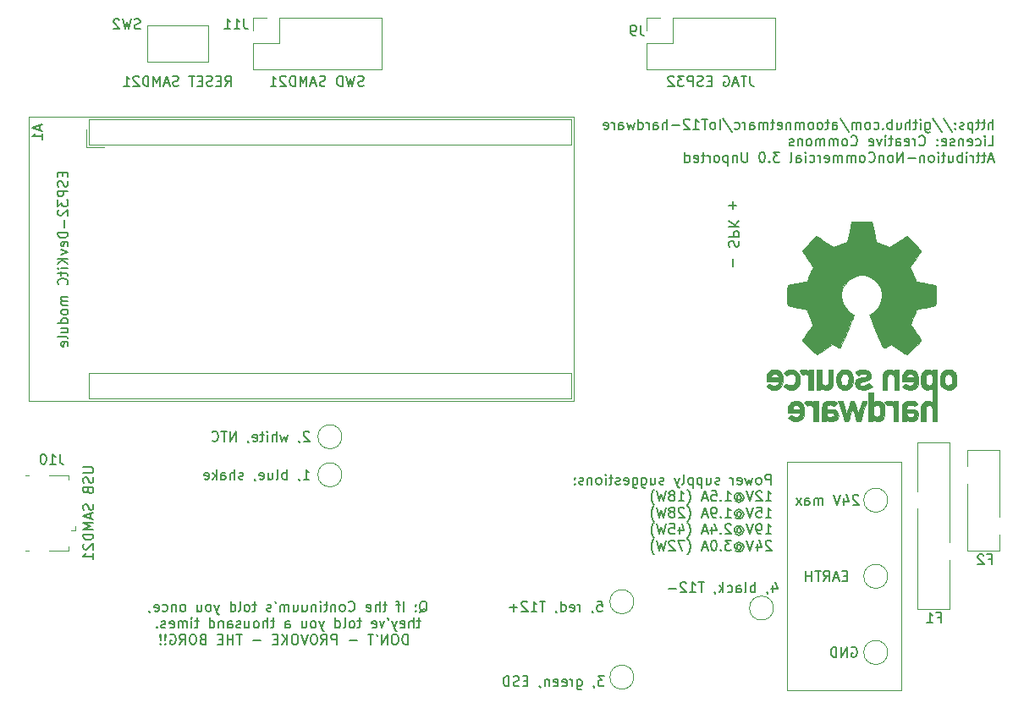
<source format=gbr>
G04 #@! TF.GenerationSoftware,KiCad,Pcbnew,(5.1.9)-1*
G04 #@! TF.CreationDate,2021-02-22T19:57:17+01:00*
G04 #@! TF.ProjectId,IoT12,496f5431-322e-46b6-9963-61645f706362,rev?*
G04 #@! TF.SameCoordinates,Original*
G04 #@! TF.FileFunction,Legend,Bot*
G04 #@! TF.FilePolarity,Positive*
%FSLAX46Y46*%
G04 Gerber Fmt 4.6, Leading zero omitted, Abs format (unit mm)*
G04 Created by KiCad (PCBNEW (5.1.9)-1) date 2021-02-22 19:57:17*
%MOMM*%
%LPD*%
G01*
G04 APERTURE LIST*
%ADD10C,0.150000*%
%ADD11C,0.120000*%
%ADD12C,0.010000*%
G04 APERTURE END LIST*
D10*
X-10074380Y-18836619D02*
X-9979142Y-18789000D01*
X-9883904Y-18693761D01*
X-9741047Y-18550904D01*
X-9645809Y-18503285D01*
X-9550571Y-18503285D01*
X-9598190Y-18741380D02*
X-9502952Y-18693761D01*
X-9407714Y-18598523D01*
X-9360095Y-18408047D01*
X-9360095Y-18074714D01*
X-9407714Y-17884238D01*
X-9502952Y-17789000D01*
X-9598190Y-17741380D01*
X-9788666Y-17741380D01*
X-9883904Y-17789000D01*
X-9979142Y-17884238D01*
X-10026761Y-18074714D01*
X-10026761Y-18408047D01*
X-9979142Y-18598523D01*
X-9883904Y-18693761D01*
X-9788666Y-18741380D01*
X-9598190Y-18741380D01*
X-10455333Y-18646142D02*
X-10502952Y-18693761D01*
X-10455333Y-18741380D01*
X-10407714Y-18693761D01*
X-10455333Y-18646142D01*
X-10455333Y-18741380D01*
X-10455333Y-18122333D02*
X-10502952Y-18169952D01*
X-10455333Y-18217571D01*
X-10407714Y-18169952D01*
X-10455333Y-18122333D01*
X-10455333Y-18217571D01*
X-11693428Y-18741380D02*
X-11693428Y-17741380D01*
X-12026761Y-18074714D02*
X-12407714Y-18074714D01*
X-12169619Y-18741380D02*
X-12169619Y-17884238D01*
X-12217238Y-17789000D01*
X-12312476Y-17741380D01*
X-12407714Y-17741380D01*
X-13360095Y-18074714D02*
X-13741047Y-18074714D01*
X-13502952Y-17741380D02*
X-13502952Y-18598523D01*
X-13550571Y-18693761D01*
X-13645809Y-18741380D01*
X-13741047Y-18741380D01*
X-14074380Y-18741380D02*
X-14074380Y-17741380D01*
X-14502952Y-18741380D02*
X-14502952Y-18217571D01*
X-14455333Y-18122333D01*
X-14360095Y-18074714D01*
X-14217238Y-18074714D01*
X-14122000Y-18122333D01*
X-14074380Y-18169952D01*
X-15360095Y-18693761D02*
X-15264857Y-18741380D01*
X-15074380Y-18741380D01*
X-14979142Y-18693761D01*
X-14931523Y-18598523D01*
X-14931523Y-18217571D01*
X-14979142Y-18122333D01*
X-15074380Y-18074714D01*
X-15264857Y-18074714D01*
X-15360095Y-18122333D01*
X-15407714Y-18217571D01*
X-15407714Y-18312809D01*
X-14931523Y-18408047D01*
X-17169619Y-18646142D02*
X-17121999Y-18693761D01*
X-16979142Y-18741380D01*
X-16883904Y-18741380D01*
X-16741047Y-18693761D01*
X-16645809Y-18598523D01*
X-16598190Y-18503285D01*
X-16550571Y-18312809D01*
X-16550571Y-18169952D01*
X-16598190Y-17979476D01*
X-16645809Y-17884238D01*
X-16741047Y-17789000D01*
X-16883904Y-17741380D01*
X-16979142Y-17741380D01*
X-17121999Y-17789000D01*
X-17169619Y-17836619D01*
X-17741047Y-18741380D02*
X-17645809Y-18693761D01*
X-17598190Y-18646142D01*
X-17550571Y-18550904D01*
X-17550571Y-18265190D01*
X-17598190Y-18169952D01*
X-17645809Y-18122333D01*
X-17741047Y-18074714D01*
X-17883904Y-18074714D01*
X-17979142Y-18122333D01*
X-18026761Y-18169952D01*
X-18074380Y-18265190D01*
X-18074380Y-18550904D01*
X-18026761Y-18646142D01*
X-17979142Y-18693761D01*
X-17883904Y-18741380D01*
X-17741047Y-18741380D01*
X-18502952Y-18074714D02*
X-18502952Y-18741380D01*
X-18502952Y-18169952D02*
X-18550571Y-18122333D01*
X-18645809Y-18074714D01*
X-18788666Y-18074714D01*
X-18883904Y-18122333D01*
X-18931523Y-18217571D01*
X-18931523Y-18741380D01*
X-19264857Y-18074714D02*
X-19645809Y-18074714D01*
X-19407714Y-17741380D02*
X-19407714Y-18598523D01*
X-19455333Y-18693761D01*
X-19550571Y-18741380D01*
X-19645809Y-18741380D01*
X-19979142Y-18741380D02*
X-19979142Y-18074714D01*
X-19979142Y-17741380D02*
X-19931523Y-17789000D01*
X-19979142Y-17836619D01*
X-20026761Y-17789000D01*
X-19979142Y-17741380D01*
X-19979142Y-17836619D01*
X-20455333Y-18074714D02*
X-20455333Y-18741380D01*
X-20455333Y-18169952D02*
X-20502952Y-18122333D01*
X-20598190Y-18074714D01*
X-20741047Y-18074714D01*
X-20836285Y-18122333D01*
X-20883904Y-18217571D01*
X-20883904Y-18741380D01*
X-21788666Y-18074714D02*
X-21788666Y-18741380D01*
X-21360095Y-18074714D02*
X-21360095Y-18598523D01*
X-21407714Y-18693761D01*
X-21502952Y-18741380D01*
X-21645809Y-18741380D01*
X-21741047Y-18693761D01*
X-21788666Y-18646142D01*
X-22693428Y-18074714D02*
X-22693428Y-18741380D01*
X-22264857Y-18074714D02*
X-22264857Y-18598523D01*
X-22312476Y-18693761D01*
X-22407714Y-18741380D01*
X-22550571Y-18741380D01*
X-22645809Y-18693761D01*
X-22693428Y-18646142D01*
X-23169619Y-18741380D02*
X-23169619Y-18074714D01*
X-23169619Y-18169952D02*
X-23217238Y-18122333D01*
X-23312476Y-18074714D01*
X-23455333Y-18074714D01*
X-23550571Y-18122333D01*
X-23598190Y-18217571D01*
X-23598190Y-18741380D01*
X-23598190Y-18217571D02*
X-23645809Y-18122333D01*
X-23741047Y-18074714D01*
X-23883904Y-18074714D01*
X-23979142Y-18122333D01*
X-24026761Y-18217571D01*
X-24026761Y-18741380D01*
X-24550571Y-17741380D02*
X-24455333Y-17931857D01*
X-24931523Y-18693761D02*
X-25026761Y-18741380D01*
X-25217238Y-18741380D01*
X-25312476Y-18693761D01*
X-25360095Y-18598523D01*
X-25360095Y-18550904D01*
X-25312476Y-18455666D01*
X-25217238Y-18408047D01*
X-25074380Y-18408047D01*
X-24979142Y-18360428D01*
X-24931523Y-18265190D01*
X-24931523Y-18217571D01*
X-24979142Y-18122333D01*
X-25074380Y-18074714D01*
X-25217238Y-18074714D01*
X-25312476Y-18122333D01*
X-26407714Y-18074714D02*
X-26788666Y-18074714D01*
X-26550571Y-17741380D02*
X-26550571Y-18598523D01*
X-26598190Y-18693761D01*
X-26693428Y-18741380D01*
X-26788666Y-18741380D01*
X-27264857Y-18741380D02*
X-27169619Y-18693761D01*
X-27121999Y-18646142D01*
X-27074380Y-18550904D01*
X-27074380Y-18265190D01*
X-27121999Y-18169952D01*
X-27169619Y-18122333D01*
X-27264857Y-18074714D01*
X-27407714Y-18074714D01*
X-27502952Y-18122333D01*
X-27550571Y-18169952D01*
X-27598190Y-18265190D01*
X-27598190Y-18550904D01*
X-27550571Y-18646142D01*
X-27502952Y-18693761D01*
X-27407714Y-18741380D01*
X-27264857Y-18741380D01*
X-28169619Y-18741380D02*
X-28074380Y-18693761D01*
X-28026761Y-18598523D01*
X-28026761Y-17741380D01*
X-28979142Y-18741380D02*
X-28979142Y-17741380D01*
X-28979142Y-18693761D02*
X-28883904Y-18741380D01*
X-28693428Y-18741380D01*
X-28598190Y-18693761D01*
X-28550571Y-18646142D01*
X-28502952Y-18550904D01*
X-28502952Y-18265190D01*
X-28550571Y-18169952D01*
X-28598190Y-18122333D01*
X-28693428Y-18074714D01*
X-28883904Y-18074714D01*
X-28979142Y-18122333D01*
X-30121999Y-18074714D02*
X-30360095Y-18741380D01*
X-30598190Y-18074714D02*
X-30360095Y-18741380D01*
X-30264857Y-18979476D01*
X-30217238Y-19027095D01*
X-30121999Y-19074714D01*
X-31121999Y-18741380D02*
X-31026761Y-18693761D01*
X-30979142Y-18646142D01*
X-30931523Y-18550904D01*
X-30931523Y-18265190D01*
X-30979142Y-18169952D01*
X-31026761Y-18122333D01*
X-31121999Y-18074714D01*
X-31264857Y-18074714D01*
X-31360095Y-18122333D01*
X-31407714Y-18169952D01*
X-31455333Y-18265190D01*
X-31455333Y-18550904D01*
X-31407714Y-18646142D01*
X-31360095Y-18693761D01*
X-31264857Y-18741380D01*
X-31121999Y-18741380D01*
X-32312476Y-18074714D02*
X-32312476Y-18741380D01*
X-31883904Y-18074714D02*
X-31883904Y-18598523D01*
X-31931523Y-18693761D01*
X-32026761Y-18741380D01*
X-32169619Y-18741380D01*
X-32264857Y-18693761D01*
X-32312476Y-18646142D01*
X-33693428Y-18741380D02*
X-33598190Y-18693761D01*
X-33550571Y-18646142D01*
X-33502952Y-18550904D01*
X-33502952Y-18265190D01*
X-33550571Y-18169952D01*
X-33598190Y-18122333D01*
X-33693428Y-18074714D01*
X-33836285Y-18074714D01*
X-33931523Y-18122333D01*
X-33979142Y-18169952D01*
X-34026761Y-18265190D01*
X-34026761Y-18550904D01*
X-33979142Y-18646142D01*
X-33931523Y-18693761D01*
X-33836285Y-18741380D01*
X-33693428Y-18741380D01*
X-34455333Y-18074714D02*
X-34455333Y-18741380D01*
X-34455333Y-18169952D02*
X-34502952Y-18122333D01*
X-34598190Y-18074714D01*
X-34741047Y-18074714D01*
X-34836285Y-18122333D01*
X-34883904Y-18217571D01*
X-34883904Y-18741380D01*
X-35788666Y-18693761D02*
X-35693428Y-18741380D01*
X-35502952Y-18741380D01*
X-35407714Y-18693761D01*
X-35360095Y-18646142D01*
X-35312476Y-18550904D01*
X-35312476Y-18265190D01*
X-35360095Y-18169952D01*
X-35407714Y-18122333D01*
X-35502952Y-18074714D01*
X-35693428Y-18074714D01*
X-35788666Y-18122333D01*
X-36598190Y-18693761D02*
X-36502952Y-18741380D01*
X-36312476Y-18741380D01*
X-36217238Y-18693761D01*
X-36169619Y-18598523D01*
X-36169619Y-18217571D01*
X-36217238Y-18122333D01*
X-36312476Y-18074714D01*
X-36502952Y-18074714D01*
X-36598190Y-18122333D01*
X-36645809Y-18217571D01*
X-36645809Y-18312809D01*
X-36169619Y-18408047D01*
X-37121999Y-18693761D02*
X-37121999Y-18741380D01*
X-37074380Y-18836619D01*
X-37026761Y-18884238D01*
X-9979142Y-19724714D02*
X-10360095Y-19724714D01*
X-10122000Y-19391380D02*
X-10122000Y-20248523D01*
X-10169619Y-20343761D01*
X-10264857Y-20391380D01*
X-10360095Y-20391380D01*
X-10693428Y-20391380D02*
X-10693428Y-19391380D01*
X-11122000Y-20391380D02*
X-11122000Y-19867571D01*
X-11074380Y-19772333D01*
X-10979142Y-19724714D01*
X-10836285Y-19724714D01*
X-10741047Y-19772333D01*
X-10693428Y-19819952D01*
X-11979142Y-20343761D02*
X-11883904Y-20391380D01*
X-11693428Y-20391380D01*
X-11598190Y-20343761D01*
X-11550571Y-20248523D01*
X-11550571Y-19867571D01*
X-11598190Y-19772333D01*
X-11693428Y-19724714D01*
X-11883904Y-19724714D01*
X-11979142Y-19772333D01*
X-12026761Y-19867571D01*
X-12026761Y-19962809D01*
X-11550571Y-20058047D01*
X-12360095Y-19724714D02*
X-12598190Y-20391380D01*
X-12836285Y-19724714D02*
X-12598190Y-20391380D01*
X-12502952Y-20629476D01*
X-12455333Y-20677095D01*
X-12360095Y-20724714D01*
X-13264857Y-19391380D02*
X-13169619Y-19581857D01*
X-13598190Y-19724714D02*
X-13836285Y-20391380D01*
X-14074380Y-19724714D01*
X-14836285Y-20343761D02*
X-14741047Y-20391380D01*
X-14550571Y-20391380D01*
X-14455333Y-20343761D01*
X-14407714Y-20248523D01*
X-14407714Y-19867571D01*
X-14455333Y-19772333D01*
X-14550571Y-19724714D01*
X-14741047Y-19724714D01*
X-14836285Y-19772333D01*
X-14883904Y-19867571D01*
X-14883904Y-19962809D01*
X-14407714Y-20058047D01*
X-15931523Y-19724714D02*
X-16312476Y-19724714D01*
X-16074380Y-19391380D02*
X-16074380Y-20248523D01*
X-16122000Y-20343761D01*
X-16217238Y-20391380D01*
X-16312476Y-20391380D01*
X-16788666Y-20391380D02*
X-16693428Y-20343761D01*
X-16645809Y-20296142D01*
X-16598190Y-20200904D01*
X-16598190Y-19915190D01*
X-16645809Y-19819952D01*
X-16693428Y-19772333D01*
X-16788666Y-19724714D01*
X-16931523Y-19724714D01*
X-17026761Y-19772333D01*
X-17074380Y-19819952D01*
X-17121999Y-19915190D01*
X-17121999Y-20200904D01*
X-17074380Y-20296142D01*
X-17026761Y-20343761D01*
X-16931523Y-20391380D01*
X-16788666Y-20391380D01*
X-17693428Y-20391380D02*
X-17598190Y-20343761D01*
X-17550571Y-20248523D01*
X-17550571Y-19391380D01*
X-18502952Y-20391380D02*
X-18502952Y-19391380D01*
X-18502952Y-20343761D02*
X-18407714Y-20391380D01*
X-18217238Y-20391380D01*
X-18121999Y-20343761D01*
X-18074380Y-20296142D01*
X-18026761Y-20200904D01*
X-18026761Y-19915190D01*
X-18074380Y-19819952D01*
X-18121999Y-19772333D01*
X-18217238Y-19724714D01*
X-18407714Y-19724714D01*
X-18502952Y-19772333D01*
X-19645809Y-19724714D02*
X-19883904Y-20391380D01*
X-20121999Y-19724714D02*
X-19883904Y-20391380D01*
X-19788666Y-20629476D01*
X-19741047Y-20677095D01*
X-19645809Y-20724714D01*
X-20645809Y-20391380D02*
X-20550571Y-20343761D01*
X-20502952Y-20296142D01*
X-20455333Y-20200904D01*
X-20455333Y-19915190D01*
X-20502952Y-19819952D01*
X-20550571Y-19772333D01*
X-20645809Y-19724714D01*
X-20788666Y-19724714D01*
X-20883904Y-19772333D01*
X-20931523Y-19819952D01*
X-20979142Y-19915190D01*
X-20979142Y-20200904D01*
X-20931523Y-20296142D01*
X-20883904Y-20343761D01*
X-20788666Y-20391380D01*
X-20645809Y-20391380D01*
X-21836285Y-19724714D02*
X-21836285Y-20391380D01*
X-21407714Y-19724714D02*
X-21407714Y-20248523D01*
X-21455333Y-20343761D01*
X-21550571Y-20391380D01*
X-21693428Y-20391380D01*
X-21788666Y-20343761D01*
X-21836285Y-20296142D01*
X-23502952Y-20391380D02*
X-23502952Y-19867571D01*
X-23455333Y-19772333D01*
X-23360095Y-19724714D01*
X-23169619Y-19724714D01*
X-23074380Y-19772333D01*
X-23502952Y-20343761D02*
X-23407714Y-20391380D01*
X-23169619Y-20391380D01*
X-23074380Y-20343761D01*
X-23026761Y-20248523D01*
X-23026761Y-20153285D01*
X-23074380Y-20058047D01*
X-23169619Y-20010428D01*
X-23407714Y-20010428D01*
X-23502952Y-19962809D01*
X-24598190Y-19724714D02*
X-24979142Y-19724714D01*
X-24741047Y-19391380D02*
X-24741047Y-20248523D01*
X-24788666Y-20343761D01*
X-24883904Y-20391380D01*
X-24979142Y-20391380D01*
X-25312476Y-20391380D02*
X-25312476Y-19391380D01*
X-25741047Y-20391380D02*
X-25741047Y-19867571D01*
X-25693428Y-19772333D01*
X-25598190Y-19724714D01*
X-25455333Y-19724714D01*
X-25360095Y-19772333D01*
X-25312476Y-19819952D01*
X-26360095Y-20391380D02*
X-26264857Y-20343761D01*
X-26217238Y-20296142D01*
X-26169619Y-20200904D01*
X-26169619Y-19915190D01*
X-26217238Y-19819952D01*
X-26264857Y-19772333D01*
X-26360095Y-19724714D01*
X-26502952Y-19724714D01*
X-26598190Y-19772333D01*
X-26645809Y-19819952D01*
X-26693428Y-19915190D01*
X-26693428Y-20200904D01*
X-26645809Y-20296142D01*
X-26598190Y-20343761D01*
X-26502952Y-20391380D01*
X-26360095Y-20391380D01*
X-27550571Y-19724714D02*
X-27550571Y-20391380D01*
X-27121999Y-19724714D02*
X-27121999Y-20248523D01*
X-27169619Y-20343761D01*
X-27264857Y-20391380D01*
X-27407714Y-20391380D01*
X-27502952Y-20343761D01*
X-27550571Y-20296142D01*
X-27979142Y-20343761D02*
X-28074380Y-20391380D01*
X-28264857Y-20391380D01*
X-28360095Y-20343761D01*
X-28407714Y-20248523D01*
X-28407714Y-20200904D01*
X-28360095Y-20105666D01*
X-28264857Y-20058047D01*
X-28121999Y-20058047D01*
X-28026761Y-20010428D01*
X-27979142Y-19915190D01*
X-27979142Y-19867571D01*
X-28026761Y-19772333D01*
X-28121999Y-19724714D01*
X-28264857Y-19724714D01*
X-28360095Y-19772333D01*
X-29264857Y-20391380D02*
X-29264857Y-19867571D01*
X-29217238Y-19772333D01*
X-29121999Y-19724714D01*
X-28931523Y-19724714D01*
X-28836285Y-19772333D01*
X-29264857Y-20343761D02*
X-29169619Y-20391380D01*
X-28931523Y-20391380D01*
X-28836285Y-20343761D01*
X-28788666Y-20248523D01*
X-28788666Y-20153285D01*
X-28836285Y-20058047D01*
X-28931523Y-20010428D01*
X-29169619Y-20010428D01*
X-29264857Y-19962809D01*
X-29741047Y-19724714D02*
X-29741047Y-20391380D01*
X-29741047Y-19819952D02*
X-29788666Y-19772333D01*
X-29883904Y-19724714D01*
X-30026761Y-19724714D01*
X-30121999Y-19772333D01*
X-30169619Y-19867571D01*
X-30169619Y-20391380D01*
X-31074380Y-20391380D02*
X-31074380Y-19391380D01*
X-31074380Y-20343761D02*
X-30979142Y-20391380D01*
X-30788666Y-20391380D01*
X-30693428Y-20343761D01*
X-30645809Y-20296142D01*
X-30598190Y-20200904D01*
X-30598190Y-19915190D01*
X-30645809Y-19819952D01*
X-30693428Y-19772333D01*
X-30788666Y-19724714D01*
X-30979142Y-19724714D01*
X-31074380Y-19772333D01*
X-32169619Y-19724714D02*
X-32550571Y-19724714D01*
X-32312476Y-19391380D02*
X-32312476Y-20248523D01*
X-32360095Y-20343761D01*
X-32455333Y-20391380D01*
X-32550571Y-20391380D01*
X-32883904Y-20391380D02*
X-32883904Y-19724714D01*
X-32883904Y-19391380D02*
X-32836285Y-19439000D01*
X-32883904Y-19486619D01*
X-32931523Y-19439000D01*
X-32883904Y-19391380D01*
X-32883904Y-19486619D01*
X-33360095Y-20391380D02*
X-33360095Y-19724714D01*
X-33360095Y-19819952D02*
X-33407714Y-19772333D01*
X-33502952Y-19724714D01*
X-33645809Y-19724714D01*
X-33741047Y-19772333D01*
X-33788666Y-19867571D01*
X-33788666Y-20391380D01*
X-33788666Y-19867571D02*
X-33836285Y-19772333D01*
X-33931523Y-19724714D01*
X-34074380Y-19724714D01*
X-34169619Y-19772333D01*
X-34217238Y-19867571D01*
X-34217238Y-20391380D01*
X-35074380Y-20343761D02*
X-34979142Y-20391380D01*
X-34788666Y-20391380D01*
X-34693428Y-20343761D01*
X-34645809Y-20248523D01*
X-34645809Y-19867571D01*
X-34693428Y-19772333D01*
X-34788666Y-19724714D01*
X-34979142Y-19724714D01*
X-35074380Y-19772333D01*
X-35121999Y-19867571D01*
X-35121999Y-19962809D01*
X-34645809Y-20058047D01*
X-35502952Y-20343761D02*
X-35598190Y-20391380D01*
X-35788666Y-20391380D01*
X-35883904Y-20343761D01*
X-35931523Y-20248523D01*
X-35931523Y-20200904D01*
X-35883904Y-20105666D01*
X-35788666Y-20058047D01*
X-35645809Y-20058047D01*
X-35550571Y-20010428D01*
X-35502952Y-19915190D01*
X-35502952Y-19867571D01*
X-35550571Y-19772333D01*
X-35645809Y-19724714D01*
X-35788666Y-19724714D01*
X-35883904Y-19772333D01*
X-36360095Y-20296142D02*
X-36407714Y-20343761D01*
X-36360095Y-20391380D01*
X-36312476Y-20343761D01*
X-36360095Y-20296142D01*
X-36360095Y-20391380D01*
X-11264857Y-22041380D02*
X-11264857Y-21041380D01*
X-11502952Y-21041380D01*
X-11645809Y-21089000D01*
X-11741047Y-21184238D01*
X-11788666Y-21279476D01*
X-11836285Y-21469952D01*
X-11836285Y-21612809D01*
X-11788666Y-21803285D01*
X-11741047Y-21898523D01*
X-11645809Y-21993761D01*
X-11502952Y-22041380D01*
X-11264857Y-22041380D01*
X-12455333Y-21041380D02*
X-12645809Y-21041380D01*
X-12741047Y-21089000D01*
X-12836285Y-21184238D01*
X-12883904Y-21374714D01*
X-12883904Y-21708047D01*
X-12836285Y-21898523D01*
X-12741047Y-21993761D01*
X-12645809Y-22041380D01*
X-12455333Y-22041380D01*
X-12360095Y-21993761D01*
X-12264857Y-21898523D01*
X-12217238Y-21708047D01*
X-12217238Y-21374714D01*
X-12264857Y-21184238D01*
X-12360095Y-21089000D01*
X-12455333Y-21041380D01*
X-13312476Y-22041380D02*
X-13312476Y-21041380D01*
X-13883904Y-22041380D01*
X-13883904Y-21041380D01*
X-14407714Y-21041380D02*
X-14312476Y-21231857D01*
X-14693428Y-21041380D02*
X-15264857Y-21041380D01*
X-14979142Y-22041380D02*
X-14979142Y-21041380D01*
X-16360095Y-21660428D02*
X-17122000Y-21660428D01*
X-18360095Y-22041380D02*
X-18360095Y-21041380D01*
X-18741047Y-21041380D01*
X-18836285Y-21089000D01*
X-18883904Y-21136619D01*
X-18931523Y-21231857D01*
X-18931523Y-21374714D01*
X-18883904Y-21469952D01*
X-18836285Y-21517571D01*
X-18741047Y-21565190D01*
X-18360095Y-21565190D01*
X-19931523Y-22041380D02*
X-19598190Y-21565190D01*
X-19360095Y-22041380D02*
X-19360095Y-21041380D01*
X-19741047Y-21041380D01*
X-19836285Y-21089000D01*
X-19883904Y-21136619D01*
X-19931523Y-21231857D01*
X-19931523Y-21374714D01*
X-19883904Y-21469952D01*
X-19836285Y-21517571D01*
X-19741047Y-21565190D01*
X-19360095Y-21565190D01*
X-20550571Y-21041380D02*
X-20741047Y-21041380D01*
X-20836285Y-21089000D01*
X-20931523Y-21184238D01*
X-20979142Y-21374714D01*
X-20979142Y-21708047D01*
X-20931523Y-21898523D01*
X-20836285Y-21993761D01*
X-20741047Y-22041380D01*
X-20550571Y-22041380D01*
X-20455333Y-21993761D01*
X-20360095Y-21898523D01*
X-20312476Y-21708047D01*
X-20312476Y-21374714D01*
X-20360095Y-21184238D01*
X-20455333Y-21089000D01*
X-20550571Y-21041380D01*
X-21264857Y-21041380D02*
X-21598190Y-22041380D01*
X-21931523Y-21041380D01*
X-22455333Y-21041380D02*
X-22645809Y-21041380D01*
X-22741047Y-21089000D01*
X-22836285Y-21184238D01*
X-22883904Y-21374714D01*
X-22883904Y-21708047D01*
X-22836285Y-21898523D01*
X-22741047Y-21993761D01*
X-22645809Y-22041380D01*
X-22455333Y-22041380D01*
X-22360095Y-21993761D01*
X-22264857Y-21898523D01*
X-22217238Y-21708047D01*
X-22217238Y-21374714D01*
X-22264857Y-21184238D01*
X-22360095Y-21089000D01*
X-22455333Y-21041380D01*
X-23312476Y-22041380D02*
X-23312476Y-21041380D01*
X-23883904Y-22041380D02*
X-23455333Y-21469952D01*
X-23883904Y-21041380D02*
X-23312476Y-21612809D01*
X-24312476Y-21517571D02*
X-24645809Y-21517571D01*
X-24788666Y-22041380D02*
X-24312476Y-22041380D01*
X-24312476Y-21041380D01*
X-24788666Y-21041380D01*
X-25979142Y-21660428D02*
X-26741047Y-21660428D01*
X-27836285Y-21041380D02*
X-28407714Y-21041380D01*
X-28122000Y-22041380D02*
X-28122000Y-21041380D01*
X-28741047Y-22041380D02*
X-28741047Y-21041380D01*
X-28741047Y-21517571D02*
X-29312476Y-21517571D01*
X-29312476Y-22041380D02*
X-29312476Y-21041380D01*
X-29788666Y-21517571D02*
X-30122000Y-21517571D01*
X-30264857Y-22041380D02*
X-29788666Y-22041380D01*
X-29788666Y-21041380D01*
X-30264857Y-21041380D01*
X-31788666Y-21517571D02*
X-31931523Y-21565190D01*
X-31979142Y-21612809D01*
X-32026761Y-21708047D01*
X-32026761Y-21850904D01*
X-31979142Y-21946142D01*
X-31931523Y-21993761D01*
X-31836285Y-22041380D01*
X-31455333Y-22041380D01*
X-31455333Y-21041380D01*
X-31788666Y-21041380D01*
X-31883904Y-21089000D01*
X-31931523Y-21136619D01*
X-31979142Y-21231857D01*
X-31979142Y-21327095D01*
X-31931523Y-21422333D01*
X-31883904Y-21469952D01*
X-31788666Y-21517571D01*
X-31455333Y-21517571D01*
X-32645809Y-21041380D02*
X-32836285Y-21041380D01*
X-32931523Y-21089000D01*
X-33026761Y-21184238D01*
X-33074380Y-21374714D01*
X-33074380Y-21708047D01*
X-33026761Y-21898523D01*
X-32931523Y-21993761D01*
X-32836285Y-22041380D01*
X-32645809Y-22041380D01*
X-32550571Y-21993761D01*
X-32455333Y-21898523D01*
X-32407714Y-21708047D01*
X-32407714Y-21374714D01*
X-32455333Y-21184238D01*
X-32550571Y-21089000D01*
X-32645809Y-21041380D01*
X-34074380Y-22041380D02*
X-33741047Y-21565190D01*
X-33502952Y-22041380D02*
X-33502952Y-21041380D01*
X-33883904Y-21041380D01*
X-33979142Y-21089000D01*
X-34026761Y-21136619D01*
X-34074380Y-21231857D01*
X-34074380Y-21374714D01*
X-34026761Y-21469952D01*
X-33979142Y-21517571D01*
X-33883904Y-21565190D01*
X-33502952Y-21565190D01*
X-35026761Y-21089000D02*
X-34931523Y-21041380D01*
X-34788666Y-21041380D01*
X-34645809Y-21089000D01*
X-34550571Y-21184238D01*
X-34502952Y-21279476D01*
X-34455333Y-21469952D01*
X-34455333Y-21612809D01*
X-34502952Y-21803285D01*
X-34550571Y-21898523D01*
X-34645809Y-21993761D01*
X-34788666Y-22041380D01*
X-34883904Y-22041380D01*
X-35026761Y-21993761D01*
X-35074380Y-21946142D01*
X-35074380Y-21612809D01*
X-34883904Y-21612809D01*
X-35502952Y-21946142D02*
X-35550571Y-21993761D01*
X-35502952Y-22041380D01*
X-35455333Y-21993761D01*
X-35502952Y-21946142D01*
X-35502952Y-22041380D01*
X-35502952Y-21660428D02*
X-35455333Y-21089000D01*
X-35502952Y-21041380D01*
X-35550571Y-21089000D01*
X-35502952Y-21660428D01*
X-35502952Y-21041380D01*
X-35979142Y-21946142D02*
X-36026761Y-21993761D01*
X-35979142Y-22041380D01*
X-35931523Y-21993761D01*
X-35979142Y-21946142D01*
X-35979142Y-22041380D01*
X-35979142Y-21660428D02*
X-35931523Y-21089000D01*
X-35979142Y-21041380D01*
X-36026761Y-21089000D01*
X-35979142Y-21660428D01*
X-35979142Y-21041380D01*
X47289404Y29518619D02*
X47289404Y30518619D01*
X46860833Y29518619D02*
X46860833Y30042428D01*
X46908452Y30137666D01*
X47003690Y30185285D01*
X47146547Y30185285D01*
X47241785Y30137666D01*
X47289404Y30090047D01*
X46527500Y30185285D02*
X46146547Y30185285D01*
X46384642Y30518619D02*
X46384642Y29661476D01*
X46337023Y29566238D01*
X46241785Y29518619D01*
X46146547Y29518619D01*
X45956071Y30185285D02*
X45575119Y30185285D01*
X45813214Y30518619D02*
X45813214Y29661476D01*
X45765595Y29566238D01*
X45670357Y29518619D01*
X45575119Y29518619D01*
X45241785Y30185285D02*
X45241785Y29185285D01*
X45241785Y30137666D02*
X45146547Y30185285D01*
X44956071Y30185285D01*
X44860833Y30137666D01*
X44813214Y30090047D01*
X44765595Y29994809D01*
X44765595Y29709095D01*
X44813214Y29613857D01*
X44860833Y29566238D01*
X44956071Y29518619D01*
X45146547Y29518619D01*
X45241785Y29566238D01*
X44384642Y29566238D02*
X44289404Y29518619D01*
X44098928Y29518619D01*
X44003690Y29566238D01*
X43956071Y29661476D01*
X43956071Y29709095D01*
X44003690Y29804333D01*
X44098928Y29851952D01*
X44241785Y29851952D01*
X44337023Y29899571D01*
X44384642Y29994809D01*
X44384642Y30042428D01*
X44337023Y30137666D01*
X44241785Y30185285D01*
X44098928Y30185285D01*
X44003690Y30137666D01*
X43527500Y29613857D02*
X43479880Y29566238D01*
X43527500Y29518619D01*
X43575119Y29566238D01*
X43527500Y29613857D01*
X43527500Y29518619D01*
X43527500Y30137666D02*
X43479880Y30090047D01*
X43527500Y30042428D01*
X43575119Y30090047D01*
X43527500Y30137666D01*
X43527500Y30042428D01*
X42337023Y30566238D02*
X43194166Y29280523D01*
X41289404Y30566238D02*
X42146547Y29280523D01*
X40527500Y30185285D02*
X40527500Y29375761D01*
X40575119Y29280523D01*
X40622738Y29232904D01*
X40717976Y29185285D01*
X40860833Y29185285D01*
X40956071Y29232904D01*
X40527500Y29566238D02*
X40622738Y29518619D01*
X40813214Y29518619D01*
X40908452Y29566238D01*
X40956071Y29613857D01*
X41003690Y29709095D01*
X41003690Y29994809D01*
X40956071Y30090047D01*
X40908452Y30137666D01*
X40813214Y30185285D01*
X40622738Y30185285D01*
X40527500Y30137666D01*
X40051309Y29518619D02*
X40051309Y30185285D01*
X40051309Y30518619D02*
X40098928Y30471000D01*
X40051309Y30423380D01*
X40003690Y30471000D01*
X40051309Y30518619D01*
X40051309Y30423380D01*
X39717976Y30185285D02*
X39337023Y30185285D01*
X39575119Y30518619D02*
X39575119Y29661476D01*
X39527500Y29566238D01*
X39432261Y29518619D01*
X39337023Y29518619D01*
X39003690Y29518619D02*
X39003690Y30518619D01*
X38575119Y29518619D02*
X38575119Y30042428D01*
X38622738Y30137666D01*
X38717976Y30185285D01*
X38860833Y30185285D01*
X38956071Y30137666D01*
X39003690Y30090047D01*
X37670357Y30185285D02*
X37670357Y29518619D01*
X38098928Y30185285D02*
X38098928Y29661476D01*
X38051309Y29566238D01*
X37956071Y29518619D01*
X37813214Y29518619D01*
X37717976Y29566238D01*
X37670357Y29613857D01*
X37194166Y29518619D02*
X37194166Y30518619D01*
X37194166Y30137666D02*
X37098928Y30185285D01*
X36908452Y30185285D01*
X36813214Y30137666D01*
X36765595Y30090047D01*
X36717976Y29994809D01*
X36717976Y29709095D01*
X36765595Y29613857D01*
X36813214Y29566238D01*
X36908452Y29518619D01*
X37098928Y29518619D01*
X37194166Y29566238D01*
X36289404Y29613857D02*
X36241785Y29566238D01*
X36289404Y29518619D01*
X36337023Y29566238D01*
X36289404Y29613857D01*
X36289404Y29518619D01*
X35384642Y29566238D02*
X35479880Y29518619D01*
X35670357Y29518619D01*
X35765595Y29566238D01*
X35813214Y29613857D01*
X35860833Y29709095D01*
X35860833Y29994809D01*
X35813214Y30090047D01*
X35765595Y30137666D01*
X35670357Y30185285D01*
X35479880Y30185285D01*
X35384642Y30137666D01*
X34813214Y29518619D02*
X34908452Y29566238D01*
X34956071Y29613857D01*
X35003690Y29709095D01*
X35003690Y29994809D01*
X34956071Y30090047D01*
X34908452Y30137666D01*
X34813214Y30185285D01*
X34670357Y30185285D01*
X34575119Y30137666D01*
X34527500Y30090047D01*
X34479880Y29994809D01*
X34479880Y29709095D01*
X34527500Y29613857D01*
X34575119Y29566238D01*
X34670357Y29518619D01*
X34813214Y29518619D01*
X34051309Y29518619D02*
X34051309Y30185285D01*
X34051309Y30090047D02*
X34003690Y30137666D01*
X33908452Y30185285D01*
X33765595Y30185285D01*
X33670357Y30137666D01*
X33622738Y30042428D01*
X33622738Y29518619D01*
X33622738Y30042428D02*
X33575119Y30137666D01*
X33479880Y30185285D01*
X33337023Y30185285D01*
X33241785Y30137666D01*
X33194166Y30042428D01*
X33194166Y29518619D01*
X32003690Y30566238D02*
X32860833Y29280523D01*
X31241785Y29518619D02*
X31241785Y30042428D01*
X31289404Y30137666D01*
X31384642Y30185285D01*
X31575119Y30185285D01*
X31670357Y30137666D01*
X31241785Y29566238D02*
X31337023Y29518619D01*
X31575119Y29518619D01*
X31670357Y29566238D01*
X31717976Y29661476D01*
X31717976Y29756714D01*
X31670357Y29851952D01*
X31575119Y29899571D01*
X31337023Y29899571D01*
X31241785Y29947190D01*
X30908452Y30185285D02*
X30527500Y30185285D01*
X30765595Y30518619D02*
X30765595Y29661476D01*
X30717976Y29566238D01*
X30622738Y29518619D01*
X30527500Y29518619D01*
X30051309Y29518619D02*
X30146547Y29566238D01*
X30194166Y29613857D01*
X30241785Y29709095D01*
X30241785Y29994809D01*
X30194166Y30090047D01*
X30146547Y30137666D01*
X30051309Y30185285D01*
X29908452Y30185285D01*
X29813214Y30137666D01*
X29765595Y30090047D01*
X29717976Y29994809D01*
X29717976Y29709095D01*
X29765595Y29613857D01*
X29813214Y29566238D01*
X29908452Y29518619D01*
X30051309Y29518619D01*
X29146547Y29518619D02*
X29241785Y29566238D01*
X29289404Y29613857D01*
X29337023Y29709095D01*
X29337023Y29994809D01*
X29289404Y30090047D01*
X29241785Y30137666D01*
X29146547Y30185285D01*
X29003690Y30185285D01*
X28908452Y30137666D01*
X28860833Y30090047D01*
X28813214Y29994809D01*
X28813214Y29709095D01*
X28860833Y29613857D01*
X28908452Y29566238D01*
X29003690Y29518619D01*
X29146547Y29518619D01*
X28384642Y29518619D02*
X28384642Y30185285D01*
X28384642Y30090047D02*
X28337023Y30137666D01*
X28241785Y30185285D01*
X28098928Y30185285D01*
X28003690Y30137666D01*
X27956071Y30042428D01*
X27956071Y29518619D01*
X27956071Y30042428D02*
X27908452Y30137666D01*
X27813214Y30185285D01*
X27670357Y30185285D01*
X27575119Y30137666D01*
X27527500Y30042428D01*
X27527500Y29518619D01*
X27051309Y30185285D02*
X27051309Y29518619D01*
X27051309Y30090047D02*
X27003690Y30137666D01*
X26908452Y30185285D01*
X26765595Y30185285D01*
X26670357Y30137666D01*
X26622738Y30042428D01*
X26622738Y29518619D01*
X25765595Y29566238D02*
X25860833Y29518619D01*
X26051309Y29518619D01*
X26146547Y29566238D01*
X26194166Y29661476D01*
X26194166Y30042428D01*
X26146547Y30137666D01*
X26051309Y30185285D01*
X25860833Y30185285D01*
X25765595Y30137666D01*
X25717976Y30042428D01*
X25717976Y29947190D01*
X26194166Y29851952D01*
X25432261Y30185285D02*
X25051309Y30185285D01*
X25289404Y30518619D02*
X25289404Y29661476D01*
X25241785Y29566238D01*
X25146547Y29518619D01*
X25051309Y29518619D01*
X24717976Y29518619D02*
X24717976Y30185285D01*
X24717976Y30090047D02*
X24670357Y30137666D01*
X24575119Y30185285D01*
X24432261Y30185285D01*
X24337023Y30137666D01*
X24289404Y30042428D01*
X24289404Y29518619D01*
X24289404Y30042428D02*
X24241785Y30137666D01*
X24146547Y30185285D01*
X24003690Y30185285D01*
X23908452Y30137666D01*
X23860833Y30042428D01*
X23860833Y29518619D01*
X22956071Y29518619D02*
X22956071Y30042428D01*
X23003690Y30137666D01*
X23098928Y30185285D01*
X23289404Y30185285D01*
X23384642Y30137666D01*
X22956071Y29566238D02*
X23051309Y29518619D01*
X23289404Y29518619D01*
X23384642Y29566238D01*
X23432261Y29661476D01*
X23432261Y29756714D01*
X23384642Y29851952D01*
X23289404Y29899571D01*
X23051309Y29899571D01*
X22956071Y29947190D01*
X22479880Y29518619D02*
X22479880Y30185285D01*
X22479880Y29994809D02*
X22432261Y30090047D01*
X22384642Y30137666D01*
X22289404Y30185285D01*
X22194166Y30185285D01*
X21432261Y29566238D02*
X21527500Y29518619D01*
X21717976Y29518619D01*
X21813214Y29566238D01*
X21860833Y29613857D01*
X21908452Y29709095D01*
X21908452Y29994809D01*
X21860833Y30090047D01*
X21813214Y30137666D01*
X21717976Y30185285D01*
X21527500Y30185285D01*
X21432261Y30137666D01*
X20289404Y30566238D02*
X21146547Y29280523D01*
X19956071Y29518619D02*
X19956071Y30518619D01*
X19337023Y29518619D02*
X19432261Y29566238D01*
X19479880Y29613857D01*
X19527500Y29709095D01*
X19527500Y29994809D01*
X19479880Y30090047D01*
X19432261Y30137666D01*
X19337023Y30185285D01*
X19194166Y30185285D01*
X19098928Y30137666D01*
X19051309Y30090047D01*
X19003690Y29994809D01*
X19003690Y29709095D01*
X19051309Y29613857D01*
X19098928Y29566238D01*
X19194166Y29518619D01*
X19337023Y29518619D01*
X18717976Y30518619D02*
X18146547Y30518619D01*
X18432261Y29518619D02*
X18432261Y30518619D01*
X17289404Y29518619D02*
X17860833Y29518619D01*
X17575119Y29518619D02*
X17575119Y30518619D01*
X17670357Y30375761D01*
X17765595Y30280523D01*
X17860833Y30232904D01*
X16908452Y30423380D02*
X16860833Y30471000D01*
X16765595Y30518619D01*
X16527500Y30518619D01*
X16432261Y30471000D01*
X16384642Y30423380D01*
X16337023Y30328142D01*
X16337023Y30232904D01*
X16384642Y30090047D01*
X16956071Y29518619D01*
X16337023Y29518619D01*
X15908452Y29899571D02*
X15146547Y29899571D01*
X14670357Y29518619D02*
X14670357Y30518619D01*
X14241785Y29518619D02*
X14241785Y30042428D01*
X14289404Y30137666D01*
X14384642Y30185285D01*
X14527500Y30185285D01*
X14622738Y30137666D01*
X14670357Y30090047D01*
X13337023Y29518619D02*
X13337023Y30042428D01*
X13384642Y30137666D01*
X13479880Y30185285D01*
X13670357Y30185285D01*
X13765595Y30137666D01*
X13337023Y29566238D02*
X13432261Y29518619D01*
X13670357Y29518619D01*
X13765595Y29566238D01*
X13813214Y29661476D01*
X13813214Y29756714D01*
X13765595Y29851952D01*
X13670357Y29899571D01*
X13432261Y29899571D01*
X13337023Y29947190D01*
X12860833Y29518619D02*
X12860833Y30185285D01*
X12860833Y29994809D02*
X12813214Y30090047D01*
X12765595Y30137666D01*
X12670357Y30185285D01*
X12575119Y30185285D01*
X11813214Y29518619D02*
X11813214Y30518619D01*
X11813214Y29566238D02*
X11908452Y29518619D01*
X12098928Y29518619D01*
X12194166Y29566238D01*
X12241785Y29613857D01*
X12289404Y29709095D01*
X12289404Y29994809D01*
X12241785Y30090047D01*
X12194166Y30137666D01*
X12098928Y30185285D01*
X11908452Y30185285D01*
X11813214Y30137666D01*
X11432261Y30185285D02*
X11241785Y29518619D01*
X11051309Y29994809D01*
X10860833Y29518619D01*
X10670357Y30185285D01*
X9860833Y29518619D02*
X9860833Y30042428D01*
X9908452Y30137666D01*
X10003690Y30185285D01*
X10194166Y30185285D01*
X10289404Y30137666D01*
X9860833Y29566238D02*
X9956071Y29518619D01*
X10194166Y29518619D01*
X10289404Y29566238D01*
X10337023Y29661476D01*
X10337023Y29756714D01*
X10289404Y29851952D01*
X10194166Y29899571D01*
X9956071Y29899571D01*
X9860833Y29947190D01*
X9384642Y29518619D02*
X9384642Y30185285D01*
X9384642Y29994809D02*
X9337023Y30090047D01*
X9289404Y30137666D01*
X9194166Y30185285D01*
X9098928Y30185285D01*
X8384642Y29566238D02*
X8479880Y29518619D01*
X8670357Y29518619D01*
X8765595Y29566238D01*
X8813214Y29661476D01*
X8813214Y30042428D01*
X8765595Y30137666D01*
X8670357Y30185285D01*
X8479880Y30185285D01*
X8384642Y30137666D01*
X8337023Y30042428D01*
X8337023Y29947190D01*
X8813214Y29851952D01*
X46813214Y27868619D02*
X47289404Y27868619D01*
X47289404Y28868619D01*
X46479880Y27868619D02*
X46479880Y28535285D01*
X46479880Y28868619D02*
X46527500Y28821000D01*
X46479880Y28773380D01*
X46432261Y28821000D01*
X46479880Y28868619D01*
X46479880Y28773380D01*
X45575119Y27916238D02*
X45670357Y27868619D01*
X45860833Y27868619D01*
X45956071Y27916238D01*
X46003690Y27963857D01*
X46051309Y28059095D01*
X46051309Y28344809D01*
X46003690Y28440047D01*
X45956071Y28487666D01*
X45860833Y28535285D01*
X45670357Y28535285D01*
X45575119Y28487666D01*
X44765595Y27916238D02*
X44860833Y27868619D01*
X45051309Y27868619D01*
X45146547Y27916238D01*
X45194166Y28011476D01*
X45194166Y28392428D01*
X45146547Y28487666D01*
X45051309Y28535285D01*
X44860833Y28535285D01*
X44765595Y28487666D01*
X44717976Y28392428D01*
X44717976Y28297190D01*
X45194166Y28201952D01*
X44289404Y28535285D02*
X44289404Y27868619D01*
X44289404Y28440047D02*
X44241785Y28487666D01*
X44146547Y28535285D01*
X44003690Y28535285D01*
X43908452Y28487666D01*
X43860833Y28392428D01*
X43860833Y27868619D01*
X43432261Y27916238D02*
X43337023Y27868619D01*
X43146547Y27868619D01*
X43051309Y27916238D01*
X43003690Y28011476D01*
X43003690Y28059095D01*
X43051309Y28154333D01*
X43146547Y28201952D01*
X43289404Y28201952D01*
X43384642Y28249571D01*
X43432261Y28344809D01*
X43432261Y28392428D01*
X43384642Y28487666D01*
X43289404Y28535285D01*
X43146547Y28535285D01*
X43051309Y28487666D01*
X42194166Y27916238D02*
X42289404Y27868619D01*
X42479880Y27868619D01*
X42575119Y27916238D01*
X42622738Y28011476D01*
X42622738Y28392428D01*
X42575119Y28487666D01*
X42479880Y28535285D01*
X42289404Y28535285D01*
X42194166Y28487666D01*
X42146547Y28392428D01*
X42146547Y28297190D01*
X42622738Y28201952D01*
X41717976Y27963857D02*
X41670357Y27916238D01*
X41717976Y27868619D01*
X41765595Y27916238D01*
X41717976Y27963857D01*
X41717976Y27868619D01*
X41717976Y28487666D02*
X41670357Y28440047D01*
X41717976Y28392428D01*
X41765595Y28440047D01*
X41717976Y28487666D01*
X41717976Y28392428D01*
X39908452Y27963857D02*
X39956071Y27916238D01*
X40098928Y27868619D01*
X40194166Y27868619D01*
X40337023Y27916238D01*
X40432261Y28011476D01*
X40479880Y28106714D01*
X40527500Y28297190D01*
X40527500Y28440047D01*
X40479880Y28630523D01*
X40432261Y28725761D01*
X40337023Y28821000D01*
X40194166Y28868619D01*
X40098928Y28868619D01*
X39956071Y28821000D01*
X39908452Y28773380D01*
X39479880Y27868619D02*
X39479880Y28535285D01*
X39479880Y28344809D02*
X39432261Y28440047D01*
X39384642Y28487666D01*
X39289404Y28535285D01*
X39194166Y28535285D01*
X38479880Y27916238D02*
X38575119Y27868619D01*
X38765595Y27868619D01*
X38860833Y27916238D01*
X38908452Y28011476D01*
X38908452Y28392428D01*
X38860833Y28487666D01*
X38765595Y28535285D01*
X38575119Y28535285D01*
X38479880Y28487666D01*
X38432261Y28392428D01*
X38432261Y28297190D01*
X38908452Y28201952D01*
X37575119Y27868619D02*
X37575119Y28392428D01*
X37622738Y28487666D01*
X37717976Y28535285D01*
X37908452Y28535285D01*
X38003690Y28487666D01*
X37575119Y27916238D02*
X37670357Y27868619D01*
X37908452Y27868619D01*
X38003690Y27916238D01*
X38051309Y28011476D01*
X38051309Y28106714D01*
X38003690Y28201952D01*
X37908452Y28249571D01*
X37670357Y28249571D01*
X37575119Y28297190D01*
X37241785Y28535285D02*
X36860833Y28535285D01*
X37098928Y28868619D02*
X37098928Y28011476D01*
X37051309Y27916238D01*
X36956071Y27868619D01*
X36860833Y27868619D01*
X36527500Y27868619D02*
X36527500Y28535285D01*
X36527500Y28868619D02*
X36575119Y28821000D01*
X36527500Y28773380D01*
X36479880Y28821000D01*
X36527500Y28868619D01*
X36527500Y28773380D01*
X36146547Y28535285D02*
X35908452Y27868619D01*
X35670357Y28535285D01*
X34908452Y27916238D02*
X35003690Y27868619D01*
X35194166Y27868619D01*
X35289404Y27916238D01*
X35337023Y28011476D01*
X35337023Y28392428D01*
X35289404Y28487666D01*
X35194166Y28535285D01*
X35003690Y28535285D01*
X34908452Y28487666D01*
X34860833Y28392428D01*
X34860833Y28297190D01*
X35337023Y28201952D01*
X33098928Y27963857D02*
X33146547Y27916238D01*
X33289404Y27868619D01*
X33384642Y27868619D01*
X33527500Y27916238D01*
X33622738Y28011476D01*
X33670357Y28106714D01*
X33717976Y28297190D01*
X33717976Y28440047D01*
X33670357Y28630523D01*
X33622738Y28725761D01*
X33527500Y28821000D01*
X33384642Y28868619D01*
X33289404Y28868619D01*
X33146547Y28821000D01*
X33098928Y28773380D01*
X32527500Y27868619D02*
X32622738Y27916238D01*
X32670357Y27963857D01*
X32717976Y28059095D01*
X32717976Y28344809D01*
X32670357Y28440047D01*
X32622738Y28487666D01*
X32527500Y28535285D01*
X32384642Y28535285D01*
X32289404Y28487666D01*
X32241785Y28440047D01*
X32194166Y28344809D01*
X32194166Y28059095D01*
X32241785Y27963857D01*
X32289404Y27916238D01*
X32384642Y27868619D01*
X32527500Y27868619D01*
X31765595Y27868619D02*
X31765595Y28535285D01*
X31765595Y28440047D02*
X31717976Y28487666D01*
X31622738Y28535285D01*
X31479880Y28535285D01*
X31384642Y28487666D01*
X31337023Y28392428D01*
X31337023Y27868619D01*
X31337023Y28392428D02*
X31289404Y28487666D01*
X31194166Y28535285D01*
X31051309Y28535285D01*
X30956071Y28487666D01*
X30908452Y28392428D01*
X30908452Y27868619D01*
X30432261Y27868619D02*
X30432261Y28535285D01*
X30432261Y28440047D02*
X30384642Y28487666D01*
X30289404Y28535285D01*
X30146547Y28535285D01*
X30051309Y28487666D01*
X30003690Y28392428D01*
X30003690Y27868619D01*
X30003690Y28392428D02*
X29956071Y28487666D01*
X29860833Y28535285D01*
X29717976Y28535285D01*
X29622738Y28487666D01*
X29575119Y28392428D01*
X29575119Y27868619D01*
X28956071Y27868619D02*
X29051309Y27916238D01*
X29098928Y27963857D01*
X29146547Y28059095D01*
X29146547Y28344809D01*
X29098928Y28440047D01*
X29051309Y28487666D01*
X28956071Y28535285D01*
X28813214Y28535285D01*
X28717976Y28487666D01*
X28670357Y28440047D01*
X28622738Y28344809D01*
X28622738Y28059095D01*
X28670357Y27963857D01*
X28717976Y27916238D01*
X28813214Y27868619D01*
X28956071Y27868619D01*
X28194166Y28535285D02*
X28194166Y27868619D01*
X28194166Y28440047D02*
X28146547Y28487666D01*
X28051309Y28535285D01*
X27908452Y28535285D01*
X27813214Y28487666D01*
X27765595Y28392428D01*
X27765595Y27868619D01*
X27337023Y27916238D02*
X27241785Y27868619D01*
X27051309Y27868619D01*
X26956071Y27916238D01*
X26908452Y28011476D01*
X26908452Y28059095D01*
X26956071Y28154333D01*
X27051309Y28201952D01*
X27194166Y28201952D01*
X27289404Y28249571D01*
X27337023Y28344809D01*
X27337023Y28392428D01*
X27289404Y28487666D01*
X27194166Y28535285D01*
X27051309Y28535285D01*
X26956071Y28487666D01*
X47337023Y26504333D02*
X46860833Y26504333D01*
X47432261Y26218619D02*
X47098928Y27218619D01*
X46765595Y26218619D01*
X46575119Y26885285D02*
X46194166Y26885285D01*
X46432261Y27218619D02*
X46432261Y26361476D01*
X46384642Y26266238D01*
X46289404Y26218619D01*
X46194166Y26218619D01*
X46003690Y26885285D02*
X45622738Y26885285D01*
X45860833Y27218619D02*
X45860833Y26361476D01*
X45813214Y26266238D01*
X45717976Y26218619D01*
X45622738Y26218619D01*
X45289404Y26218619D02*
X45289404Y26885285D01*
X45289404Y26694809D02*
X45241785Y26790047D01*
X45194166Y26837666D01*
X45098928Y26885285D01*
X45003690Y26885285D01*
X44670357Y26218619D02*
X44670357Y26885285D01*
X44670357Y27218619D02*
X44717976Y27171000D01*
X44670357Y27123380D01*
X44622738Y27171000D01*
X44670357Y27218619D01*
X44670357Y27123380D01*
X44194166Y26218619D02*
X44194166Y27218619D01*
X44194166Y26837666D02*
X44098928Y26885285D01*
X43908452Y26885285D01*
X43813214Y26837666D01*
X43765595Y26790047D01*
X43717976Y26694809D01*
X43717976Y26409095D01*
X43765595Y26313857D01*
X43813214Y26266238D01*
X43908452Y26218619D01*
X44098928Y26218619D01*
X44194166Y26266238D01*
X42860833Y26885285D02*
X42860833Y26218619D01*
X43289404Y26885285D02*
X43289404Y26361476D01*
X43241785Y26266238D01*
X43146547Y26218619D01*
X43003690Y26218619D01*
X42908452Y26266238D01*
X42860833Y26313857D01*
X42527500Y26885285D02*
X42146547Y26885285D01*
X42384642Y27218619D02*
X42384642Y26361476D01*
X42337023Y26266238D01*
X42241785Y26218619D01*
X42146547Y26218619D01*
X41813214Y26218619D02*
X41813214Y26885285D01*
X41813214Y27218619D02*
X41860833Y27171000D01*
X41813214Y27123380D01*
X41765595Y27171000D01*
X41813214Y27218619D01*
X41813214Y27123380D01*
X41194166Y26218619D02*
X41289404Y26266238D01*
X41337023Y26313857D01*
X41384642Y26409095D01*
X41384642Y26694809D01*
X41337023Y26790047D01*
X41289404Y26837666D01*
X41194166Y26885285D01*
X41051309Y26885285D01*
X40956071Y26837666D01*
X40908452Y26790047D01*
X40860833Y26694809D01*
X40860833Y26409095D01*
X40908452Y26313857D01*
X40956071Y26266238D01*
X41051309Y26218619D01*
X41194166Y26218619D01*
X40432261Y26885285D02*
X40432261Y26218619D01*
X40432261Y26790047D02*
X40384642Y26837666D01*
X40289404Y26885285D01*
X40146547Y26885285D01*
X40051309Y26837666D01*
X40003690Y26742428D01*
X40003690Y26218619D01*
X39527500Y26599571D02*
X38765595Y26599571D01*
X38289404Y26218619D02*
X38289404Y27218619D01*
X37717976Y26218619D01*
X37717976Y27218619D01*
X37098928Y26218619D02*
X37194166Y26266238D01*
X37241785Y26313857D01*
X37289404Y26409095D01*
X37289404Y26694809D01*
X37241785Y26790047D01*
X37194166Y26837666D01*
X37098928Y26885285D01*
X36956071Y26885285D01*
X36860833Y26837666D01*
X36813214Y26790047D01*
X36765595Y26694809D01*
X36765595Y26409095D01*
X36813214Y26313857D01*
X36860833Y26266238D01*
X36956071Y26218619D01*
X37098928Y26218619D01*
X36337023Y26885285D02*
X36337023Y26218619D01*
X36337023Y26790047D02*
X36289404Y26837666D01*
X36194166Y26885285D01*
X36051309Y26885285D01*
X35956071Y26837666D01*
X35908452Y26742428D01*
X35908452Y26218619D01*
X34860833Y26313857D02*
X34908452Y26266238D01*
X35051309Y26218619D01*
X35146547Y26218619D01*
X35289404Y26266238D01*
X35384642Y26361476D01*
X35432261Y26456714D01*
X35479880Y26647190D01*
X35479880Y26790047D01*
X35432261Y26980523D01*
X35384642Y27075761D01*
X35289404Y27171000D01*
X35146547Y27218619D01*
X35051309Y27218619D01*
X34908452Y27171000D01*
X34860833Y27123380D01*
X34289404Y26218619D02*
X34384642Y26266238D01*
X34432261Y26313857D01*
X34479880Y26409095D01*
X34479880Y26694809D01*
X34432261Y26790047D01*
X34384642Y26837666D01*
X34289404Y26885285D01*
X34146547Y26885285D01*
X34051309Y26837666D01*
X34003690Y26790047D01*
X33956071Y26694809D01*
X33956071Y26409095D01*
X34003690Y26313857D01*
X34051309Y26266238D01*
X34146547Y26218619D01*
X34289404Y26218619D01*
X33527500Y26218619D02*
X33527500Y26885285D01*
X33527500Y26790047D02*
X33479880Y26837666D01*
X33384642Y26885285D01*
X33241785Y26885285D01*
X33146547Y26837666D01*
X33098928Y26742428D01*
X33098928Y26218619D01*
X33098928Y26742428D02*
X33051309Y26837666D01*
X32956071Y26885285D01*
X32813214Y26885285D01*
X32717976Y26837666D01*
X32670357Y26742428D01*
X32670357Y26218619D01*
X32194166Y26218619D02*
X32194166Y26885285D01*
X32194166Y26790047D02*
X32146547Y26837666D01*
X32051309Y26885285D01*
X31908452Y26885285D01*
X31813214Y26837666D01*
X31765595Y26742428D01*
X31765595Y26218619D01*
X31765595Y26742428D02*
X31717976Y26837666D01*
X31622738Y26885285D01*
X31479880Y26885285D01*
X31384642Y26837666D01*
X31337023Y26742428D01*
X31337023Y26218619D01*
X30479880Y26266238D02*
X30575119Y26218619D01*
X30765595Y26218619D01*
X30860833Y26266238D01*
X30908452Y26361476D01*
X30908452Y26742428D01*
X30860833Y26837666D01*
X30765595Y26885285D01*
X30575119Y26885285D01*
X30479880Y26837666D01*
X30432261Y26742428D01*
X30432261Y26647190D01*
X30908452Y26551952D01*
X30003690Y26218619D02*
X30003690Y26885285D01*
X30003690Y26694809D02*
X29956071Y26790047D01*
X29908452Y26837666D01*
X29813214Y26885285D01*
X29717976Y26885285D01*
X28956071Y26266238D02*
X29051309Y26218619D01*
X29241785Y26218619D01*
X29337023Y26266238D01*
X29384642Y26313857D01*
X29432261Y26409095D01*
X29432261Y26694809D01*
X29384642Y26790047D01*
X29337023Y26837666D01*
X29241785Y26885285D01*
X29051309Y26885285D01*
X28956071Y26837666D01*
X28527500Y26218619D02*
X28527500Y26885285D01*
X28527500Y27218619D02*
X28575119Y27171000D01*
X28527500Y27123380D01*
X28479880Y27171000D01*
X28527500Y27218619D01*
X28527500Y27123380D01*
X27622738Y26218619D02*
X27622738Y26742428D01*
X27670357Y26837666D01*
X27765595Y26885285D01*
X27956071Y26885285D01*
X28051309Y26837666D01*
X27622738Y26266238D02*
X27717976Y26218619D01*
X27956071Y26218619D01*
X28051309Y26266238D01*
X28098928Y26361476D01*
X28098928Y26456714D01*
X28051309Y26551952D01*
X27956071Y26599571D01*
X27717976Y26599571D01*
X27622738Y26647190D01*
X27003690Y26218619D02*
X27098928Y26266238D01*
X27146547Y26361476D01*
X27146547Y27218619D01*
X25956071Y27218619D02*
X25337023Y27218619D01*
X25670357Y26837666D01*
X25527500Y26837666D01*
X25432261Y26790047D01*
X25384642Y26742428D01*
X25337023Y26647190D01*
X25337023Y26409095D01*
X25384642Y26313857D01*
X25432261Y26266238D01*
X25527500Y26218619D01*
X25813214Y26218619D01*
X25908452Y26266238D01*
X25956071Y26313857D01*
X24908452Y26313857D02*
X24860833Y26266238D01*
X24908452Y26218619D01*
X24956071Y26266238D01*
X24908452Y26313857D01*
X24908452Y26218619D01*
X24241785Y27218619D02*
X24146547Y27218619D01*
X24051309Y27171000D01*
X24003690Y27123380D01*
X23956071Y27028142D01*
X23908452Y26837666D01*
X23908452Y26599571D01*
X23956071Y26409095D01*
X24003690Y26313857D01*
X24051309Y26266238D01*
X24146547Y26218619D01*
X24241785Y26218619D01*
X24337023Y26266238D01*
X24384642Y26313857D01*
X24432261Y26409095D01*
X24479880Y26599571D01*
X24479880Y26837666D01*
X24432261Y27028142D01*
X24384642Y27123380D01*
X24337023Y27171000D01*
X24241785Y27218619D01*
X22717976Y27218619D02*
X22717976Y26409095D01*
X22670357Y26313857D01*
X22622738Y26266238D01*
X22527500Y26218619D01*
X22337023Y26218619D01*
X22241785Y26266238D01*
X22194166Y26313857D01*
X22146547Y26409095D01*
X22146547Y27218619D01*
X21670357Y26885285D02*
X21670357Y26218619D01*
X21670357Y26790047D02*
X21622738Y26837666D01*
X21527500Y26885285D01*
X21384642Y26885285D01*
X21289404Y26837666D01*
X21241785Y26742428D01*
X21241785Y26218619D01*
X20765595Y26885285D02*
X20765595Y25885285D01*
X20765595Y26837666D02*
X20670357Y26885285D01*
X20479880Y26885285D01*
X20384642Y26837666D01*
X20337023Y26790047D01*
X20289404Y26694809D01*
X20289404Y26409095D01*
X20337023Y26313857D01*
X20384642Y26266238D01*
X20479880Y26218619D01*
X20670357Y26218619D01*
X20765595Y26266238D01*
X19717976Y26218619D02*
X19813214Y26266238D01*
X19860833Y26313857D01*
X19908452Y26409095D01*
X19908452Y26694809D01*
X19860833Y26790047D01*
X19813214Y26837666D01*
X19717976Y26885285D01*
X19575119Y26885285D01*
X19479880Y26837666D01*
X19432261Y26790047D01*
X19384642Y26694809D01*
X19384642Y26409095D01*
X19432261Y26313857D01*
X19479880Y26266238D01*
X19575119Y26218619D01*
X19717976Y26218619D01*
X18956071Y26218619D02*
X18956071Y26885285D01*
X18956071Y26694809D02*
X18908452Y26790047D01*
X18860833Y26837666D01*
X18765595Y26885285D01*
X18670357Y26885285D01*
X18479880Y26885285D02*
X18098928Y26885285D01*
X18337023Y27218619D02*
X18337023Y26361476D01*
X18289404Y26266238D01*
X18194166Y26218619D01*
X18098928Y26218619D01*
X17384642Y26266238D02*
X17479880Y26218619D01*
X17670357Y26218619D01*
X17765595Y26266238D01*
X17813214Y26361476D01*
X17813214Y26742428D01*
X17765595Y26837666D01*
X17670357Y26885285D01*
X17479880Y26885285D01*
X17384642Y26837666D01*
X17337023Y26742428D01*
X17337023Y26647190D01*
X17813214Y26551952D01*
X16479880Y26218619D02*
X16479880Y27218619D01*
X16479880Y26266238D02*
X16575119Y26218619D01*
X16765595Y26218619D01*
X16860833Y26266238D01*
X16908452Y26313857D01*
X16956071Y26409095D01*
X16956071Y26694809D01*
X16908452Y26790047D01*
X16860833Y26837666D01*
X16765595Y26885285D01*
X16575119Y26885285D01*
X16479880Y26837666D01*
X25064404Y-6042380D02*
X25064404Y-5042380D01*
X24683452Y-5042380D01*
X24588214Y-5090000D01*
X24540595Y-5137619D01*
X24492976Y-5232857D01*
X24492976Y-5375714D01*
X24540595Y-5470952D01*
X24588214Y-5518571D01*
X24683452Y-5566190D01*
X25064404Y-5566190D01*
X23921547Y-6042380D02*
X24016785Y-5994761D01*
X24064404Y-5947142D01*
X24112023Y-5851904D01*
X24112023Y-5566190D01*
X24064404Y-5470952D01*
X24016785Y-5423333D01*
X23921547Y-5375714D01*
X23778690Y-5375714D01*
X23683452Y-5423333D01*
X23635833Y-5470952D01*
X23588214Y-5566190D01*
X23588214Y-5851904D01*
X23635833Y-5947142D01*
X23683452Y-5994761D01*
X23778690Y-6042380D01*
X23921547Y-6042380D01*
X23254880Y-5375714D02*
X23064404Y-6042380D01*
X22873928Y-5566190D01*
X22683452Y-6042380D01*
X22492976Y-5375714D01*
X21731071Y-5994761D02*
X21826309Y-6042380D01*
X22016785Y-6042380D01*
X22112023Y-5994761D01*
X22159642Y-5899523D01*
X22159642Y-5518571D01*
X22112023Y-5423333D01*
X22016785Y-5375714D01*
X21826309Y-5375714D01*
X21731071Y-5423333D01*
X21683452Y-5518571D01*
X21683452Y-5613809D01*
X22159642Y-5709047D01*
X21254880Y-6042380D02*
X21254880Y-5375714D01*
X21254880Y-5566190D02*
X21207261Y-5470952D01*
X21159642Y-5423333D01*
X21064404Y-5375714D01*
X20969166Y-5375714D01*
X19921547Y-5994761D02*
X19826309Y-6042380D01*
X19635833Y-6042380D01*
X19540595Y-5994761D01*
X19492976Y-5899523D01*
X19492976Y-5851904D01*
X19540595Y-5756666D01*
X19635833Y-5709047D01*
X19778690Y-5709047D01*
X19873928Y-5661428D01*
X19921547Y-5566190D01*
X19921547Y-5518571D01*
X19873928Y-5423333D01*
X19778690Y-5375714D01*
X19635833Y-5375714D01*
X19540595Y-5423333D01*
X18635833Y-5375714D02*
X18635833Y-6042380D01*
X19064404Y-5375714D02*
X19064404Y-5899523D01*
X19016785Y-5994761D01*
X18921547Y-6042380D01*
X18778690Y-6042380D01*
X18683452Y-5994761D01*
X18635833Y-5947142D01*
X18159642Y-5375714D02*
X18159642Y-6375714D01*
X18159642Y-5423333D02*
X18064404Y-5375714D01*
X17873928Y-5375714D01*
X17778690Y-5423333D01*
X17731071Y-5470952D01*
X17683452Y-5566190D01*
X17683452Y-5851904D01*
X17731071Y-5947142D01*
X17778690Y-5994761D01*
X17873928Y-6042380D01*
X18064404Y-6042380D01*
X18159642Y-5994761D01*
X17254880Y-5375714D02*
X17254880Y-6375714D01*
X17254880Y-5423333D02*
X17159642Y-5375714D01*
X16969166Y-5375714D01*
X16873928Y-5423333D01*
X16826309Y-5470952D01*
X16778690Y-5566190D01*
X16778690Y-5851904D01*
X16826309Y-5947142D01*
X16873928Y-5994761D01*
X16969166Y-6042380D01*
X17159642Y-6042380D01*
X17254880Y-5994761D01*
X16207261Y-6042380D02*
X16302500Y-5994761D01*
X16350119Y-5899523D01*
X16350119Y-5042380D01*
X15921547Y-5375714D02*
X15683452Y-6042380D01*
X15445357Y-5375714D02*
X15683452Y-6042380D01*
X15778690Y-6280476D01*
X15826309Y-6328095D01*
X15921547Y-6375714D01*
X14350119Y-5994761D02*
X14254880Y-6042380D01*
X14064404Y-6042380D01*
X13969166Y-5994761D01*
X13921547Y-5899523D01*
X13921547Y-5851904D01*
X13969166Y-5756666D01*
X14064404Y-5709047D01*
X14207261Y-5709047D01*
X14302500Y-5661428D01*
X14350119Y-5566190D01*
X14350119Y-5518571D01*
X14302500Y-5423333D01*
X14207261Y-5375714D01*
X14064404Y-5375714D01*
X13969166Y-5423333D01*
X13064404Y-5375714D02*
X13064404Y-6042380D01*
X13492976Y-5375714D02*
X13492976Y-5899523D01*
X13445357Y-5994761D01*
X13350119Y-6042380D01*
X13207261Y-6042380D01*
X13112023Y-5994761D01*
X13064404Y-5947142D01*
X12159642Y-5375714D02*
X12159642Y-6185238D01*
X12207261Y-6280476D01*
X12254880Y-6328095D01*
X12350119Y-6375714D01*
X12492976Y-6375714D01*
X12588214Y-6328095D01*
X12159642Y-5994761D02*
X12254880Y-6042380D01*
X12445357Y-6042380D01*
X12540595Y-5994761D01*
X12588214Y-5947142D01*
X12635833Y-5851904D01*
X12635833Y-5566190D01*
X12588214Y-5470952D01*
X12540595Y-5423333D01*
X12445357Y-5375714D01*
X12254880Y-5375714D01*
X12159642Y-5423333D01*
X11254880Y-5375714D02*
X11254880Y-6185238D01*
X11302500Y-6280476D01*
X11350119Y-6328095D01*
X11445357Y-6375714D01*
X11588214Y-6375714D01*
X11683452Y-6328095D01*
X11254880Y-5994761D02*
X11350119Y-6042380D01*
X11540595Y-6042380D01*
X11635833Y-5994761D01*
X11683452Y-5947142D01*
X11731071Y-5851904D01*
X11731071Y-5566190D01*
X11683452Y-5470952D01*
X11635833Y-5423333D01*
X11540595Y-5375714D01*
X11350119Y-5375714D01*
X11254880Y-5423333D01*
X10397738Y-5994761D02*
X10492976Y-6042380D01*
X10683452Y-6042380D01*
X10778690Y-5994761D01*
X10826309Y-5899523D01*
X10826309Y-5518571D01*
X10778690Y-5423333D01*
X10683452Y-5375714D01*
X10492976Y-5375714D01*
X10397738Y-5423333D01*
X10350119Y-5518571D01*
X10350119Y-5613809D01*
X10826309Y-5709047D01*
X9969166Y-5994761D02*
X9873928Y-6042380D01*
X9683452Y-6042380D01*
X9588214Y-5994761D01*
X9540595Y-5899523D01*
X9540595Y-5851904D01*
X9588214Y-5756666D01*
X9683452Y-5709047D01*
X9826309Y-5709047D01*
X9921547Y-5661428D01*
X9969166Y-5566190D01*
X9969166Y-5518571D01*
X9921547Y-5423333D01*
X9826309Y-5375714D01*
X9683452Y-5375714D01*
X9588214Y-5423333D01*
X9254880Y-5375714D02*
X8873928Y-5375714D01*
X9112023Y-5042380D02*
X9112023Y-5899523D01*
X9064404Y-5994761D01*
X8969166Y-6042380D01*
X8873928Y-6042380D01*
X8540595Y-6042380D02*
X8540595Y-5375714D01*
X8540595Y-5042380D02*
X8588214Y-5090000D01*
X8540595Y-5137619D01*
X8492976Y-5090000D01*
X8540595Y-5042380D01*
X8540595Y-5137619D01*
X7921547Y-6042380D02*
X8016785Y-5994761D01*
X8064404Y-5947142D01*
X8112023Y-5851904D01*
X8112023Y-5566190D01*
X8064404Y-5470952D01*
X8016785Y-5423333D01*
X7921547Y-5375714D01*
X7778690Y-5375714D01*
X7683452Y-5423333D01*
X7635833Y-5470952D01*
X7588214Y-5566190D01*
X7588214Y-5851904D01*
X7635833Y-5947142D01*
X7683452Y-5994761D01*
X7778690Y-6042380D01*
X7921547Y-6042380D01*
X7159642Y-5375714D02*
X7159642Y-6042380D01*
X7159642Y-5470952D02*
X7112023Y-5423333D01*
X7016785Y-5375714D01*
X6873928Y-5375714D01*
X6778690Y-5423333D01*
X6731071Y-5518571D01*
X6731071Y-6042380D01*
X6302500Y-5994761D02*
X6207261Y-6042380D01*
X6016785Y-6042380D01*
X5921547Y-5994761D01*
X5873928Y-5899523D01*
X5873928Y-5851904D01*
X5921547Y-5756666D01*
X6016785Y-5709047D01*
X6159642Y-5709047D01*
X6254880Y-5661428D01*
X6302500Y-5566190D01*
X6302500Y-5518571D01*
X6254880Y-5423333D01*
X6159642Y-5375714D01*
X6016785Y-5375714D01*
X5921547Y-5423333D01*
X5445357Y-5947142D02*
X5397738Y-5994761D01*
X5445357Y-6042380D01*
X5492976Y-5994761D01*
X5445357Y-5947142D01*
X5445357Y-6042380D01*
X5445357Y-5423333D02*
X5397738Y-5470952D01*
X5445357Y-5518571D01*
X5492976Y-5470952D01*
X5445357Y-5423333D01*
X5445357Y-5518571D01*
X24540595Y-7692380D02*
X25112023Y-7692380D01*
X24826309Y-7692380D02*
X24826309Y-6692380D01*
X24921547Y-6835238D01*
X25016785Y-6930476D01*
X25112023Y-6978095D01*
X24159642Y-6787619D02*
X24112023Y-6740000D01*
X24016785Y-6692380D01*
X23778690Y-6692380D01*
X23683452Y-6740000D01*
X23635833Y-6787619D01*
X23588214Y-6882857D01*
X23588214Y-6978095D01*
X23635833Y-7120952D01*
X24207261Y-7692380D01*
X23588214Y-7692380D01*
X23302500Y-6692380D02*
X22969166Y-7692380D01*
X22635833Y-6692380D01*
X21683452Y-7216190D02*
X21731071Y-7168571D01*
X21826309Y-7120952D01*
X21921547Y-7120952D01*
X22016785Y-7168571D01*
X22064404Y-7216190D01*
X22112023Y-7311428D01*
X22112023Y-7406666D01*
X22064404Y-7501904D01*
X22016785Y-7549523D01*
X21921547Y-7597142D01*
X21826309Y-7597142D01*
X21731071Y-7549523D01*
X21683452Y-7501904D01*
X21683452Y-7120952D02*
X21683452Y-7501904D01*
X21635833Y-7549523D01*
X21588214Y-7549523D01*
X21492976Y-7501904D01*
X21445357Y-7406666D01*
X21445357Y-7168571D01*
X21540595Y-7025714D01*
X21683452Y-6930476D01*
X21873928Y-6882857D01*
X22064404Y-6930476D01*
X22207261Y-7025714D01*
X22302500Y-7168571D01*
X22350119Y-7359047D01*
X22302500Y-7549523D01*
X22207261Y-7692380D01*
X22064404Y-7787619D01*
X21873928Y-7835238D01*
X21683452Y-7787619D01*
X21540595Y-7692380D01*
X20492976Y-7692380D02*
X21064404Y-7692380D01*
X20778690Y-7692380D02*
X20778690Y-6692380D01*
X20873928Y-6835238D01*
X20969166Y-6930476D01*
X21064404Y-6978095D01*
X20064404Y-7597142D02*
X20016785Y-7644761D01*
X20064404Y-7692380D01*
X20112023Y-7644761D01*
X20064404Y-7597142D01*
X20064404Y-7692380D01*
X19112023Y-6692380D02*
X19588214Y-6692380D01*
X19635833Y-7168571D01*
X19588214Y-7120952D01*
X19492976Y-7073333D01*
X19254880Y-7073333D01*
X19159642Y-7120952D01*
X19112023Y-7168571D01*
X19064404Y-7263809D01*
X19064404Y-7501904D01*
X19112023Y-7597142D01*
X19159642Y-7644761D01*
X19254880Y-7692380D01*
X19492976Y-7692380D01*
X19588214Y-7644761D01*
X19635833Y-7597142D01*
X18683452Y-7406666D02*
X18207261Y-7406666D01*
X18778690Y-7692380D02*
X18445357Y-6692380D01*
X18112023Y-7692380D01*
X16731071Y-8073333D02*
X16778690Y-8025714D01*
X16873928Y-7882857D01*
X16921547Y-7787619D01*
X16969166Y-7644761D01*
X17016785Y-7406666D01*
X17016785Y-7216190D01*
X16969166Y-6978095D01*
X16921547Y-6835238D01*
X16873928Y-6740000D01*
X16778690Y-6597142D01*
X16731071Y-6549523D01*
X15826309Y-7692380D02*
X16397738Y-7692380D01*
X16112023Y-7692380D02*
X16112023Y-6692380D01*
X16207261Y-6835238D01*
X16302500Y-6930476D01*
X16397738Y-6978095D01*
X15254880Y-7120952D02*
X15350119Y-7073333D01*
X15397738Y-7025714D01*
X15445357Y-6930476D01*
X15445357Y-6882857D01*
X15397738Y-6787619D01*
X15350119Y-6740000D01*
X15254880Y-6692380D01*
X15064404Y-6692380D01*
X14969166Y-6740000D01*
X14921547Y-6787619D01*
X14873928Y-6882857D01*
X14873928Y-6930476D01*
X14921547Y-7025714D01*
X14969166Y-7073333D01*
X15064404Y-7120952D01*
X15254880Y-7120952D01*
X15350119Y-7168571D01*
X15397738Y-7216190D01*
X15445357Y-7311428D01*
X15445357Y-7501904D01*
X15397738Y-7597142D01*
X15350119Y-7644761D01*
X15254880Y-7692380D01*
X15064404Y-7692380D01*
X14969166Y-7644761D01*
X14921547Y-7597142D01*
X14873928Y-7501904D01*
X14873928Y-7311428D01*
X14921547Y-7216190D01*
X14969166Y-7168571D01*
X15064404Y-7120952D01*
X14540595Y-6692380D02*
X14302500Y-7692380D01*
X14112023Y-6978095D01*
X13921547Y-7692380D01*
X13683452Y-6692380D01*
X13397738Y-8073333D02*
X13350119Y-8025714D01*
X13254880Y-7882857D01*
X13207261Y-7787619D01*
X13159642Y-7644761D01*
X13112023Y-7406666D01*
X13112023Y-7216190D01*
X13159642Y-6978095D01*
X13207261Y-6835238D01*
X13254880Y-6740000D01*
X13350119Y-6597142D01*
X13397738Y-6549523D01*
X24540595Y-9342380D02*
X25112023Y-9342380D01*
X24826309Y-9342380D02*
X24826309Y-8342380D01*
X24921547Y-8485238D01*
X25016785Y-8580476D01*
X25112023Y-8628095D01*
X23635833Y-8342380D02*
X24112023Y-8342380D01*
X24159642Y-8818571D01*
X24112023Y-8770952D01*
X24016785Y-8723333D01*
X23778690Y-8723333D01*
X23683452Y-8770952D01*
X23635833Y-8818571D01*
X23588214Y-8913809D01*
X23588214Y-9151904D01*
X23635833Y-9247142D01*
X23683452Y-9294761D01*
X23778690Y-9342380D01*
X24016785Y-9342380D01*
X24112023Y-9294761D01*
X24159642Y-9247142D01*
X23302500Y-8342380D02*
X22969166Y-9342380D01*
X22635833Y-8342380D01*
X21683452Y-8866190D02*
X21731071Y-8818571D01*
X21826309Y-8770952D01*
X21921547Y-8770952D01*
X22016785Y-8818571D01*
X22064404Y-8866190D01*
X22112023Y-8961428D01*
X22112023Y-9056666D01*
X22064404Y-9151904D01*
X22016785Y-9199523D01*
X21921547Y-9247142D01*
X21826309Y-9247142D01*
X21731071Y-9199523D01*
X21683452Y-9151904D01*
X21683452Y-8770952D02*
X21683452Y-9151904D01*
X21635833Y-9199523D01*
X21588214Y-9199523D01*
X21492976Y-9151904D01*
X21445357Y-9056666D01*
X21445357Y-8818571D01*
X21540595Y-8675714D01*
X21683452Y-8580476D01*
X21873928Y-8532857D01*
X22064404Y-8580476D01*
X22207261Y-8675714D01*
X22302500Y-8818571D01*
X22350119Y-9009047D01*
X22302500Y-9199523D01*
X22207261Y-9342380D01*
X22064404Y-9437619D01*
X21873928Y-9485238D01*
X21683452Y-9437619D01*
X21540595Y-9342380D01*
X20492976Y-9342380D02*
X21064404Y-9342380D01*
X20778690Y-9342380D02*
X20778690Y-8342380D01*
X20873928Y-8485238D01*
X20969166Y-8580476D01*
X21064404Y-8628095D01*
X20064404Y-9247142D02*
X20016785Y-9294761D01*
X20064404Y-9342380D01*
X20112023Y-9294761D01*
X20064404Y-9247142D01*
X20064404Y-9342380D01*
X19540595Y-9342380D02*
X19350119Y-9342380D01*
X19254880Y-9294761D01*
X19207261Y-9247142D01*
X19112023Y-9104285D01*
X19064404Y-8913809D01*
X19064404Y-8532857D01*
X19112023Y-8437619D01*
X19159642Y-8390000D01*
X19254880Y-8342380D01*
X19445357Y-8342380D01*
X19540595Y-8390000D01*
X19588214Y-8437619D01*
X19635833Y-8532857D01*
X19635833Y-8770952D01*
X19588214Y-8866190D01*
X19540595Y-8913809D01*
X19445357Y-8961428D01*
X19254880Y-8961428D01*
X19159642Y-8913809D01*
X19112023Y-8866190D01*
X19064404Y-8770952D01*
X18683452Y-9056666D02*
X18207261Y-9056666D01*
X18778690Y-9342380D02*
X18445357Y-8342380D01*
X18112023Y-9342380D01*
X16731071Y-9723333D02*
X16778690Y-9675714D01*
X16873928Y-9532857D01*
X16921547Y-9437619D01*
X16969166Y-9294761D01*
X17016785Y-9056666D01*
X17016785Y-8866190D01*
X16969166Y-8628095D01*
X16921547Y-8485238D01*
X16873928Y-8390000D01*
X16778690Y-8247142D01*
X16731071Y-8199523D01*
X16397738Y-8437619D02*
X16350119Y-8390000D01*
X16254880Y-8342380D01*
X16016785Y-8342380D01*
X15921547Y-8390000D01*
X15873928Y-8437619D01*
X15826309Y-8532857D01*
X15826309Y-8628095D01*
X15873928Y-8770952D01*
X16445357Y-9342380D01*
X15826309Y-9342380D01*
X15254880Y-8770952D02*
X15350119Y-8723333D01*
X15397738Y-8675714D01*
X15445357Y-8580476D01*
X15445357Y-8532857D01*
X15397738Y-8437619D01*
X15350119Y-8390000D01*
X15254880Y-8342380D01*
X15064404Y-8342380D01*
X14969166Y-8390000D01*
X14921547Y-8437619D01*
X14873928Y-8532857D01*
X14873928Y-8580476D01*
X14921547Y-8675714D01*
X14969166Y-8723333D01*
X15064404Y-8770952D01*
X15254880Y-8770952D01*
X15350119Y-8818571D01*
X15397738Y-8866190D01*
X15445357Y-8961428D01*
X15445357Y-9151904D01*
X15397738Y-9247142D01*
X15350119Y-9294761D01*
X15254880Y-9342380D01*
X15064404Y-9342380D01*
X14969166Y-9294761D01*
X14921547Y-9247142D01*
X14873928Y-9151904D01*
X14873928Y-8961428D01*
X14921547Y-8866190D01*
X14969166Y-8818571D01*
X15064404Y-8770952D01*
X14540595Y-8342380D02*
X14302500Y-9342380D01*
X14112023Y-8628095D01*
X13921547Y-9342380D01*
X13683452Y-8342380D01*
X13397738Y-9723333D02*
X13350119Y-9675714D01*
X13254880Y-9532857D01*
X13207261Y-9437619D01*
X13159642Y-9294761D01*
X13112023Y-9056666D01*
X13112023Y-8866190D01*
X13159642Y-8628095D01*
X13207261Y-8485238D01*
X13254880Y-8390000D01*
X13350119Y-8247142D01*
X13397738Y-8199523D01*
X24540595Y-10992380D02*
X25112023Y-10992380D01*
X24826309Y-10992380D02*
X24826309Y-9992380D01*
X24921547Y-10135238D01*
X25016785Y-10230476D01*
X25112023Y-10278095D01*
X24064404Y-10992380D02*
X23873928Y-10992380D01*
X23778690Y-10944761D01*
X23731071Y-10897142D01*
X23635833Y-10754285D01*
X23588214Y-10563809D01*
X23588214Y-10182857D01*
X23635833Y-10087619D01*
X23683452Y-10040000D01*
X23778690Y-9992380D01*
X23969166Y-9992380D01*
X24064404Y-10040000D01*
X24112023Y-10087619D01*
X24159642Y-10182857D01*
X24159642Y-10420952D01*
X24112023Y-10516190D01*
X24064404Y-10563809D01*
X23969166Y-10611428D01*
X23778690Y-10611428D01*
X23683452Y-10563809D01*
X23635833Y-10516190D01*
X23588214Y-10420952D01*
X23302500Y-9992380D02*
X22969166Y-10992380D01*
X22635833Y-9992380D01*
X21683452Y-10516190D02*
X21731071Y-10468571D01*
X21826309Y-10420952D01*
X21921547Y-10420952D01*
X22016785Y-10468571D01*
X22064404Y-10516190D01*
X22112023Y-10611428D01*
X22112023Y-10706666D01*
X22064404Y-10801904D01*
X22016785Y-10849523D01*
X21921547Y-10897142D01*
X21826309Y-10897142D01*
X21731071Y-10849523D01*
X21683452Y-10801904D01*
X21683452Y-10420952D02*
X21683452Y-10801904D01*
X21635833Y-10849523D01*
X21588214Y-10849523D01*
X21492976Y-10801904D01*
X21445357Y-10706666D01*
X21445357Y-10468571D01*
X21540595Y-10325714D01*
X21683452Y-10230476D01*
X21873928Y-10182857D01*
X22064404Y-10230476D01*
X22207261Y-10325714D01*
X22302500Y-10468571D01*
X22350119Y-10659047D01*
X22302500Y-10849523D01*
X22207261Y-10992380D01*
X22064404Y-11087619D01*
X21873928Y-11135238D01*
X21683452Y-11087619D01*
X21540595Y-10992380D01*
X21064404Y-10087619D02*
X21016785Y-10040000D01*
X20921547Y-9992380D01*
X20683452Y-9992380D01*
X20588214Y-10040000D01*
X20540595Y-10087619D01*
X20492976Y-10182857D01*
X20492976Y-10278095D01*
X20540595Y-10420952D01*
X21112023Y-10992380D01*
X20492976Y-10992380D01*
X20064404Y-10897142D02*
X20016785Y-10944761D01*
X20064404Y-10992380D01*
X20112023Y-10944761D01*
X20064404Y-10897142D01*
X20064404Y-10992380D01*
X19159642Y-10325714D02*
X19159642Y-10992380D01*
X19397738Y-9944761D02*
X19635833Y-10659047D01*
X19016785Y-10659047D01*
X18683452Y-10706666D02*
X18207261Y-10706666D01*
X18778690Y-10992380D02*
X18445357Y-9992380D01*
X18112023Y-10992380D01*
X16731071Y-11373333D02*
X16778690Y-11325714D01*
X16873928Y-11182857D01*
X16921547Y-11087619D01*
X16969166Y-10944761D01*
X17016785Y-10706666D01*
X17016785Y-10516190D01*
X16969166Y-10278095D01*
X16921547Y-10135238D01*
X16873928Y-10040000D01*
X16778690Y-9897142D01*
X16731071Y-9849523D01*
X15921547Y-10325714D02*
X15921547Y-10992380D01*
X16159642Y-9944761D02*
X16397738Y-10659047D01*
X15778690Y-10659047D01*
X14921547Y-9992380D02*
X15397738Y-9992380D01*
X15445357Y-10468571D01*
X15397738Y-10420952D01*
X15302500Y-10373333D01*
X15064404Y-10373333D01*
X14969166Y-10420952D01*
X14921547Y-10468571D01*
X14873928Y-10563809D01*
X14873928Y-10801904D01*
X14921547Y-10897142D01*
X14969166Y-10944761D01*
X15064404Y-10992380D01*
X15302500Y-10992380D01*
X15397738Y-10944761D01*
X15445357Y-10897142D01*
X14540595Y-9992380D02*
X14302500Y-10992380D01*
X14112023Y-10278095D01*
X13921547Y-10992380D01*
X13683452Y-9992380D01*
X13397738Y-11373333D02*
X13350119Y-11325714D01*
X13254880Y-11182857D01*
X13207261Y-11087619D01*
X13159642Y-10944761D01*
X13112023Y-10706666D01*
X13112023Y-10516190D01*
X13159642Y-10278095D01*
X13207261Y-10135238D01*
X13254880Y-10040000D01*
X13350119Y-9897142D01*
X13397738Y-9849523D01*
X25112023Y-11737619D02*
X25064404Y-11690000D01*
X24969166Y-11642380D01*
X24731071Y-11642380D01*
X24635833Y-11690000D01*
X24588214Y-11737619D01*
X24540595Y-11832857D01*
X24540595Y-11928095D01*
X24588214Y-12070952D01*
X25159642Y-12642380D01*
X24540595Y-12642380D01*
X23683452Y-11975714D02*
X23683452Y-12642380D01*
X23921547Y-11594761D02*
X24159642Y-12309047D01*
X23540595Y-12309047D01*
X23302500Y-11642380D02*
X22969166Y-12642380D01*
X22635833Y-11642380D01*
X21683452Y-12166190D02*
X21731071Y-12118571D01*
X21826309Y-12070952D01*
X21921547Y-12070952D01*
X22016785Y-12118571D01*
X22064404Y-12166190D01*
X22112023Y-12261428D01*
X22112023Y-12356666D01*
X22064404Y-12451904D01*
X22016785Y-12499523D01*
X21921547Y-12547142D01*
X21826309Y-12547142D01*
X21731071Y-12499523D01*
X21683452Y-12451904D01*
X21683452Y-12070952D02*
X21683452Y-12451904D01*
X21635833Y-12499523D01*
X21588214Y-12499523D01*
X21492976Y-12451904D01*
X21445357Y-12356666D01*
X21445357Y-12118571D01*
X21540595Y-11975714D01*
X21683452Y-11880476D01*
X21873928Y-11832857D01*
X22064404Y-11880476D01*
X22207261Y-11975714D01*
X22302500Y-12118571D01*
X22350119Y-12309047D01*
X22302500Y-12499523D01*
X22207261Y-12642380D01*
X22064404Y-12737619D01*
X21873928Y-12785238D01*
X21683452Y-12737619D01*
X21540595Y-12642380D01*
X21112023Y-11642380D02*
X20492976Y-11642380D01*
X20826309Y-12023333D01*
X20683452Y-12023333D01*
X20588214Y-12070952D01*
X20540595Y-12118571D01*
X20492976Y-12213809D01*
X20492976Y-12451904D01*
X20540595Y-12547142D01*
X20588214Y-12594761D01*
X20683452Y-12642380D01*
X20969166Y-12642380D01*
X21064404Y-12594761D01*
X21112023Y-12547142D01*
X20064404Y-12547142D02*
X20016785Y-12594761D01*
X20064404Y-12642380D01*
X20112023Y-12594761D01*
X20064404Y-12547142D01*
X20064404Y-12642380D01*
X19397738Y-11642380D02*
X19302500Y-11642380D01*
X19207261Y-11690000D01*
X19159642Y-11737619D01*
X19112023Y-11832857D01*
X19064404Y-12023333D01*
X19064404Y-12261428D01*
X19112023Y-12451904D01*
X19159642Y-12547142D01*
X19207261Y-12594761D01*
X19302500Y-12642380D01*
X19397738Y-12642380D01*
X19492976Y-12594761D01*
X19540595Y-12547142D01*
X19588214Y-12451904D01*
X19635833Y-12261428D01*
X19635833Y-12023333D01*
X19588214Y-11832857D01*
X19540595Y-11737619D01*
X19492976Y-11690000D01*
X19397738Y-11642380D01*
X18683452Y-12356666D02*
X18207261Y-12356666D01*
X18778690Y-12642380D02*
X18445357Y-11642380D01*
X18112023Y-12642380D01*
X16731071Y-13023333D02*
X16778690Y-12975714D01*
X16873928Y-12832857D01*
X16921547Y-12737619D01*
X16969166Y-12594761D01*
X17016785Y-12356666D01*
X17016785Y-12166190D01*
X16969166Y-11928095D01*
X16921547Y-11785238D01*
X16873928Y-11690000D01*
X16778690Y-11547142D01*
X16731071Y-11499523D01*
X16445357Y-11642380D02*
X15778690Y-11642380D01*
X16207261Y-12642380D01*
X15445357Y-11737619D02*
X15397738Y-11690000D01*
X15302500Y-11642380D01*
X15064404Y-11642380D01*
X14969166Y-11690000D01*
X14921547Y-11737619D01*
X14873928Y-11832857D01*
X14873928Y-11928095D01*
X14921547Y-12070952D01*
X15492976Y-12642380D01*
X14873928Y-12642380D01*
X14540595Y-11642380D02*
X14302500Y-12642380D01*
X14112023Y-11928095D01*
X13921547Y-12642380D01*
X13683452Y-11642380D01*
X13397738Y-13023333D02*
X13350119Y-12975714D01*
X13254880Y-12832857D01*
X13207261Y-12737619D01*
X13159642Y-12594761D01*
X13112023Y-12356666D01*
X13112023Y-12166190D01*
X13159642Y-11928095D01*
X13207261Y-11785238D01*
X13254880Y-11690000D01*
X13350119Y-11547142D01*
X13397738Y-11499523D01*
D11*
X38100000Y-3810000D02*
X38100000Y-26670000D01*
X26670000Y-3810000D02*
X38100000Y-3810000D01*
X26670000Y-26670000D02*
X26670000Y-3810000D01*
X38100000Y-26670000D02*
X26670000Y-26670000D01*
D10*
X22978571Y34837619D02*
X22978571Y34123333D01*
X23026190Y33980476D01*
X23121428Y33885238D01*
X23264285Y33837619D01*
X23359523Y33837619D01*
X22645238Y34837619D02*
X22073809Y34837619D01*
X22359523Y33837619D02*
X22359523Y34837619D01*
X21788095Y34123333D02*
X21311904Y34123333D01*
X21883333Y33837619D02*
X21550000Y34837619D01*
X21216666Y33837619D01*
X20359523Y34790000D02*
X20454761Y34837619D01*
X20597619Y34837619D01*
X20740476Y34790000D01*
X20835714Y34694761D01*
X20883333Y34599523D01*
X20930952Y34409047D01*
X20930952Y34266190D01*
X20883333Y34075714D01*
X20835714Y33980476D01*
X20740476Y33885238D01*
X20597619Y33837619D01*
X20502380Y33837619D01*
X20359523Y33885238D01*
X20311904Y33932857D01*
X20311904Y34266190D01*
X20502380Y34266190D01*
X19121428Y34361428D02*
X18788095Y34361428D01*
X18645238Y33837619D02*
X19121428Y33837619D01*
X19121428Y34837619D01*
X18645238Y34837619D01*
X18264285Y33885238D02*
X18121428Y33837619D01*
X17883333Y33837619D01*
X17788095Y33885238D01*
X17740476Y33932857D01*
X17692857Y34028095D01*
X17692857Y34123333D01*
X17740476Y34218571D01*
X17788095Y34266190D01*
X17883333Y34313809D01*
X18073809Y34361428D01*
X18169047Y34409047D01*
X18216666Y34456666D01*
X18264285Y34551904D01*
X18264285Y34647142D01*
X18216666Y34742380D01*
X18169047Y34790000D01*
X18073809Y34837619D01*
X17835714Y34837619D01*
X17692857Y34790000D01*
X17264285Y33837619D02*
X17264285Y34837619D01*
X16883333Y34837619D01*
X16788095Y34790000D01*
X16740476Y34742380D01*
X16692857Y34647142D01*
X16692857Y34504285D01*
X16740476Y34409047D01*
X16788095Y34361428D01*
X16883333Y34313809D01*
X17264285Y34313809D01*
X16359523Y34837619D02*
X15740476Y34837619D01*
X16073809Y34456666D01*
X15930952Y34456666D01*
X15835714Y34409047D01*
X15788095Y34361428D01*
X15740476Y34266190D01*
X15740476Y34028095D01*
X15788095Y33932857D01*
X15835714Y33885238D01*
X15930952Y33837619D01*
X16216666Y33837619D01*
X16311904Y33885238D01*
X16359523Y33932857D01*
X15359523Y34742380D02*
X15311904Y34790000D01*
X15216666Y34837619D01*
X14978571Y34837619D01*
X14883333Y34790000D01*
X14835714Y34742380D01*
X14788095Y34647142D01*
X14788095Y34551904D01*
X14835714Y34409047D01*
X15407142Y33837619D01*
X14788095Y33837619D01*
X-21687404Y-5532380D02*
X-21115976Y-5532380D01*
X-21401690Y-5532380D02*
X-21401690Y-4532380D01*
X-21306452Y-4675238D01*
X-21211214Y-4770476D01*
X-21115976Y-4818095D01*
X-22163595Y-5484761D02*
X-22163595Y-5532380D01*
X-22115976Y-5627619D01*
X-22068357Y-5675238D01*
X-23354071Y-5532380D02*
X-23354071Y-4532380D01*
X-23354071Y-4913333D02*
X-23449309Y-4865714D01*
X-23639785Y-4865714D01*
X-23735023Y-4913333D01*
X-23782642Y-4960952D01*
X-23830261Y-5056190D01*
X-23830261Y-5341904D01*
X-23782642Y-5437142D01*
X-23735023Y-5484761D01*
X-23639785Y-5532380D01*
X-23449309Y-5532380D01*
X-23354071Y-5484761D01*
X-24401690Y-5532380D02*
X-24306452Y-5484761D01*
X-24258833Y-5389523D01*
X-24258833Y-4532380D01*
X-25211214Y-4865714D02*
X-25211214Y-5532380D01*
X-24782642Y-4865714D02*
X-24782642Y-5389523D01*
X-24830261Y-5484761D01*
X-24925499Y-5532380D01*
X-25068357Y-5532380D01*
X-25163595Y-5484761D01*
X-25211214Y-5437142D01*
X-26068357Y-5484761D02*
X-25973119Y-5532380D01*
X-25782642Y-5532380D01*
X-25687404Y-5484761D01*
X-25639785Y-5389523D01*
X-25639785Y-5008571D01*
X-25687404Y-4913333D01*
X-25782642Y-4865714D01*
X-25973119Y-4865714D01*
X-26068357Y-4913333D01*
X-26115976Y-5008571D01*
X-26115976Y-5103809D01*
X-25639785Y-5199047D01*
X-26592166Y-5484761D02*
X-26592166Y-5532380D01*
X-26544547Y-5627619D01*
X-26496928Y-5675238D01*
X-27735023Y-5484761D02*
X-27830261Y-5532380D01*
X-28020738Y-5532380D01*
X-28115976Y-5484761D01*
X-28163595Y-5389523D01*
X-28163595Y-5341904D01*
X-28115976Y-5246666D01*
X-28020738Y-5199047D01*
X-27877880Y-5199047D01*
X-27782642Y-5151428D01*
X-27735023Y-5056190D01*
X-27735023Y-5008571D01*
X-27782642Y-4913333D01*
X-27877880Y-4865714D01*
X-28020738Y-4865714D01*
X-28115976Y-4913333D01*
X-28592166Y-5532380D02*
X-28592166Y-4532380D01*
X-29020738Y-5532380D02*
X-29020738Y-5008571D01*
X-28973119Y-4913333D01*
X-28877880Y-4865714D01*
X-28735023Y-4865714D01*
X-28639785Y-4913333D01*
X-28592166Y-4960952D01*
X-29925499Y-5532380D02*
X-29925499Y-5008571D01*
X-29877880Y-4913333D01*
X-29782642Y-4865714D01*
X-29592166Y-4865714D01*
X-29496928Y-4913333D01*
X-29925499Y-5484761D02*
X-29830261Y-5532380D01*
X-29592166Y-5532380D01*
X-29496928Y-5484761D01*
X-29449309Y-5389523D01*
X-29449309Y-5294285D01*
X-29496928Y-5199047D01*
X-29592166Y-5151428D01*
X-29830261Y-5151428D01*
X-29925499Y-5103809D01*
X-30401690Y-5532380D02*
X-30401690Y-4532380D01*
X-30496928Y-5151428D02*
X-30782642Y-5532380D01*
X-30782642Y-4865714D02*
X-30401690Y-5246666D01*
X-31592166Y-5484761D02*
X-31496928Y-5532380D01*
X-31306452Y-5532380D01*
X-31211214Y-5484761D01*
X-31163595Y-5389523D01*
X-31163595Y-5008571D01*
X-31211214Y-4913333D01*
X-31306452Y-4865714D01*
X-31496928Y-4865714D01*
X-31592166Y-4913333D01*
X-31639785Y-5008571D01*
X-31639785Y-5103809D01*
X-31163595Y-5199047D01*
X-21115976Y-817619D02*
X-21163595Y-770000D01*
X-21258833Y-722380D01*
X-21496928Y-722380D01*
X-21592166Y-770000D01*
X-21639785Y-817619D01*
X-21687404Y-912857D01*
X-21687404Y-1008095D01*
X-21639785Y-1150952D01*
X-21068357Y-1722380D01*
X-21687404Y-1722380D01*
X-22163595Y-1674761D02*
X-22163595Y-1722380D01*
X-22115976Y-1817619D01*
X-22068357Y-1865238D01*
X-23258833Y-1055714D02*
X-23449309Y-1722380D01*
X-23639785Y-1246190D01*
X-23830261Y-1722380D01*
X-24020738Y-1055714D01*
X-24401690Y-1722380D02*
X-24401690Y-722380D01*
X-24830261Y-1722380D02*
X-24830261Y-1198571D01*
X-24782642Y-1103333D01*
X-24687404Y-1055714D01*
X-24544547Y-1055714D01*
X-24449309Y-1103333D01*
X-24401690Y-1150952D01*
X-25306452Y-1722380D02*
X-25306452Y-1055714D01*
X-25306452Y-722380D02*
X-25258833Y-770000D01*
X-25306452Y-817619D01*
X-25354071Y-770000D01*
X-25306452Y-722380D01*
X-25306452Y-817619D01*
X-25639785Y-1055714D02*
X-26020738Y-1055714D01*
X-25782642Y-722380D02*
X-25782642Y-1579523D01*
X-25830261Y-1674761D01*
X-25925500Y-1722380D01*
X-26020738Y-1722380D01*
X-26735023Y-1674761D02*
X-26639785Y-1722380D01*
X-26449309Y-1722380D01*
X-26354071Y-1674761D01*
X-26306452Y-1579523D01*
X-26306452Y-1198571D01*
X-26354071Y-1103333D01*
X-26449309Y-1055714D01*
X-26639785Y-1055714D01*
X-26735023Y-1103333D01*
X-26782642Y-1198571D01*
X-26782642Y-1293809D01*
X-26306452Y-1389047D01*
X-27258833Y-1674761D02*
X-27258833Y-1722380D01*
X-27211214Y-1817619D01*
X-27163595Y-1865238D01*
X-28449309Y-1722380D02*
X-28449309Y-722380D01*
X-29020738Y-1722380D01*
X-29020738Y-722380D01*
X-29354071Y-722380D02*
X-29925500Y-722380D01*
X-29639785Y-1722380D02*
X-29639785Y-722380D01*
X-30830261Y-1627142D02*
X-30782642Y-1674761D01*
X-30639785Y-1722380D01*
X-30544547Y-1722380D01*
X-30401690Y-1674761D01*
X-30306452Y-1579523D01*
X-30258833Y-1484285D01*
X-30211214Y-1293809D01*
X-30211214Y-1150952D01*
X-30258833Y-960476D01*
X-30306452Y-865238D01*
X-30401690Y-770000D01*
X-30544547Y-722380D01*
X-30639785Y-722380D01*
X-30782642Y-770000D01*
X-30830261Y-817619D01*
X-43727619Y-4318571D02*
X-42918095Y-4318571D01*
X-42822857Y-4366190D01*
X-42775238Y-4413809D01*
X-42727619Y-4509047D01*
X-42727619Y-4699523D01*
X-42775238Y-4794761D01*
X-42822857Y-4842380D01*
X-42918095Y-4890000D01*
X-43727619Y-4890000D01*
X-42775238Y-5318571D02*
X-42727619Y-5461428D01*
X-42727619Y-5699523D01*
X-42775238Y-5794761D01*
X-42822857Y-5842380D01*
X-42918095Y-5889999D01*
X-43013333Y-5889999D01*
X-43108571Y-5842380D01*
X-43156190Y-5794761D01*
X-43203809Y-5699523D01*
X-43251428Y-5509047D01*
X-43299047Y-5413809D01*
X-43346666Y-5366190D01*
X-43441904Y-5318571D01*
X-43537142Y-5318571D01*
X-43632380Y-5366190D01*
X-43680000Y-5413809D01*
X-43727619Y-5509047D01*
X-43727619Y-5747142D01*
X-43680000Y-5889999D01*
X-43251428Y-6651904D02*
X-43203809Y-6794761D01*
X-43156190Y-6842380D01*
X-43060952Y-6889999D01*
X-42918095Y-6889999D01*
X-42822857Y-6842380D01*
X-42775238Y-6794761D01*
X-42727619Y-6699523D01*
X-42727619Y-6318571D01*
X-43727619Y-6318571D01*
X-43727619Y-6651904D01*
X-43680000Y-6747142D01*
X-43632380Y-6794761D01*
X-43537142Y-6842380D01*
X-43441904Y-6842380D01*
X-43346666Y-6794761D01*
X-43299047Y-6747142D01*
X-43251428Y-6651904D01*
X-43251428Y-6318571D01*
X-42775238Y-8032857D02*
X-42727619Y-8175714D01*
X-42727619Y-8413809D01*
X-42775238Y-8509047D01*
X-42822857Y-8556666D01*
X-42918095Y-8604285D01*
X-43013333Y-8604285D01*
X-43108571Y-8556666D01*
X-43156190Y-8509047D01*
X-43203809Y-8413809D01*
X-43251428Y-8223333D01*
X-43299047Y-8128095D01*
X-43346666Y-8080476D01*
X-43441904Y-8032857D01*
X-43537142Y-8032857D01*
X-43632380Y-8080476D01*
X-43680000Y-8128095D01*
X-43727619Y-8223333D01*
X-43727619Y-8461428D01*
X-43680000Y-8604285D01*
X-43013333Y-8985238D02*
X-43013333Y-9461428D01*
X-42727619Y-8889999D02*
X-43727619Y-9223333D01*
X-42727619Y-9556666D01*
X-42727619Y-9889999D02*
X-43727619Y-9889999D01*
X-43013333Y-10223333D01*
X-43727619Y-10556666D01*
X-42727619Y-10556666D01*
X-42727619Y-11032857D02*
X-43727619Y-11032857D01*
X-43727619Y-11270952D01*
X-43680000Y-11413809D01*
X-43584761Y-11509047D01*
X-43489523Y-11556666D01*
X-43299047Y-11604285D01*
X-43156190Y-11604285D01*
X-42965714Y-11556666D01*
X-42870476Y-11509047D01*
X-42775238Y-11413809D01*
X-42727619Y-11270952D01*
X-42727619Y-11032857D01*
X-43632380Y-11985238D02*
X-43680000Y-12032857D01*
X-43727619Y-12128095D01*
X-43727619Y-12366190D01*
X-43680000Y-12461428D01*
X-43632380Y-12509047D01*
X-43537142Y-12556666D01*
X-43441904Y-12556666D01*
X-43299047Y-12509047D01*
X-42727619Y-11937619D01*
X-42727619Y-12556666D01*
X-42727619Y-13509047D02*
X-42727619Y-12937619D01*
X-42727619Y-13223333D02*
X-43727619Y-13223333D01*
X-43584761Y-13128095D01*
X-43489523Y-13032857D01*
X-43441904Y-12937619D01*
X-29528095Y33837619D02*
X-29194761Y34313809D01*
X-28956666Y33837619D02*
X-28956666Y34837619D01*
X-29337619Y34837619D01*
X-29432857Y34790000D01*
X-29480476Y34742380D01*
X-29528095Y34647142D01*
X-29528095Y34504285D01*
X-29480476Y34409047D01*
X-29432857Y34361428D01*
X-29337619Y34313809D01*
X-28956666Y34313809D01*
X-29956666Y34361428D02*
X-30289999Y34361428D01*
X-30432857Y33837619D02*
X-29956666Y33837619D01*
X-29956666Y34837619D01*
X-30432857Y34837619D01*
X-30813809Y33885238D02*
X-30956666Y33837619D01*
X-31194761Y33837619D01*
X-31289999Y33885238D01*
X-31337619Y33932857D01*
X-31385238Y34028095D01*
X-31385238Y34123333D01*
X-31337619Y34218571D01*
X-31289999Y34266190D01*
X-31194761Y34313809D01*
X-31004285Y34361428D01*
X-30909047Y34409047D01*
X-30861428Y34456666D01*
X-30813809Y34551904D01*
X-30813809Y34647142D01*
X-30861428Y34742380D01*
X-30909047Y34790000D01*
X-31004285Y34837619D01*
X-31242380Y34837619D01*
X-31385238Y34790000D01*
X-31813809Y34361428D02*
X-32147142Y34361428D01*
X-32289999Y33837619D02*
X-31813809Y33837619D01*
X-31813809Y34837619D01*
X-32289999Y34837619D01*
X-32575714Y34837619D02*
X-33147142Y34837619D01*
X-32861428Y33837619D02*
X-32861428Y34837619D01*
X-34194761Y33885238D02*
X-34337619Y33837619D01*
X-34575714Y33837619D01*
X-34670952Y33885238D01*
X-34718571Y33932857D01*
X-34766190Y34028095D01*
X-34766190Y34123333D01*
X-34718571Y34218571D01*
X-34670952Y34266190D01*
X-34575714Y34313809D01*
X-34385238Y34361428D01*
X-34290000Y34409047D01*
X-34242380Y34456666D01*
X-34194761Y34551904D01*
X-34194761Y34647142D01*
X-34242380Y34742380D01*
X-34290000Y34790000D01*
X-34385238Y34837619D01*
X-34623333Y34837619D01*
X-34766190Y34790000D01*
X-35147142Y34123333D02*
X-35623333Y34123333D01*
X-35051904Y33837619D02*
X-35385238Y34837619D01*
X-35718571Y33837619D01*
X-36051904Y33837619D02*
X-36051904Y34837619D01*
X-36385238Y34123333D01*
X-36718571Y34837619D01*
X-36718571Y33837619D01*
X-37194761Y33837619D02*
X-37194761Y34837619D01*
X-37432857Y34837619D01*
X-37575714Y34790000D01*
X-37670952Y34694761D01*
X-37718571Y34599523D01*
X-37766190Y34409047D01*
X-37766190Y34266190D01*
X-37718571Y34075714D01*
X-37670952Y33980476D01*
X-37575714Y33885238D01*
X-37432857Y33837619D01*
X-37194761Y33837619D01*
X-38147142Y34742380D02*
X-38194761Y34790000D01*
X-38290000Y34837619D01*
X-38528095Y34837619D01*
X-38623333Y34790000D01*
X-38670952Y34742380D01*
X-38718571Y34647142D01*
X-38718571Y34551904D01*
X-38670952Y34409047D01*
X-38099523Y33837619D01*
X-38718571Y33837619D01*
X-39670952Y33837619D02*
X-39099523Y33837619D01*
X-39385238Y33837619D02*
X-39385238Y34837619D01*
X-39290000Y34694761D01*
X-39194761Y34599523D01*
X-39099523Y34551904D01*
X-45791428Y25200476D02*
X-45791428Y24867142D01*
X-45267619Y24724285D02*
X-45267619Y25200476D01*
X-46267619Y25200476D01*
X-46267619Y24724285D01*
X-45315238Y24343333D02*
X-45267619Y24200476D01*
X-45267619Y23962380D01*
X-45315238Y23867142D01*
X-45362857Y23819523D01*
X-45458095Y23771904D01*
X-45553333Y23771904D01*
X-45648571Y23819523D01*
X-45696190Y23867142D01*
X-45743809Y23962380D01*
X-45791428Y24152857D01*
X-45839047Y24248095D01*
X-45886666Y24295714D01*
X-45981904Y24343333D01*
X-46077142Y24343333D01*
X-46172380Y24295714D01*
X-46220000Y24248095D01*
X-46267619Y24152857D01*
X-46267619Y23914761D01*
X-46220000Y23771904D01*
X-45267619Y23343333D02*
X-46267619Y23343333D01*
X-46267619Y22962380D01*
X-46220000Y22867142D01*
X-46172380Y22819523D01*
X-46077142Y22771904D01*
X-45934285Y22771904D01*
X-45839047Y22819523D01*
X-45791428Y22867142D01*
X-45743809Y22962380D01*
X-45743809Y23343333D01*
X-46267619Y22438571D02*
X-46267619Y21819523D01*
X-45886666Y22152857D01*
X-45886666Y22010000D01*
X-45839047Y21914761D01*
X-45791428Y21867142D01*
X-45696190Y21819523D01*
X-45458095Y21819523D01*
X-45362857Y21867142D01*
X-45315238Y21914761D01*
X-45267619Y22010000D01*
X-45267619Y22295714D01*
X-45315238Y22390952D01*
X-45362857Y22438571D01*
X-46172380Y21438571D02*
X-46220000Y21390952D01*
X-46267619Y21295714D01*
X-46267619Y21057619D01*
X-46220000Y20962380D01*
X-46172380Y20914761D01*
X-46077142Y20867142D01*
X-45981904Y20867142D01*
X-45839047Y20914761D01*
X-45267619Y21486190D01*
X-45267619Y20867142D01*
X-45648571Y20438571D02*
X-45648571Y19676666D01*
X-45267619Y19200476D02*
X-46267619Y19200476D01*
X-46267619Y18962380D01*
X-46220000Y18819523D01*
X-46124761Y18724285D01*
X-46029523Y18676666D01*
X-45839047Y18629047D01*
X-45696190Y18629047D01*
X-45505714Y18676666D01*
X-45410476Y18724285D01*
X-45315238Y18819523D01*
X-45267619Y18962380D01*
X-45267619Y19200476D01*
X-45315238Y17819523D02*
X-45267619Y17914761D01*
X-45267619Y18105238D01*
X-45315238Y18200476D01*
X-45410476Y18248095D01*
X-45791428Y18248095D01*
X-45886666Y18200476D01*
X-45934285Y18105238D01*
X-45934285Y17914761D01*
X-45886666Y17819523D01*
X-45791428Y17771904D01*
X-45696190Y17771904D01*
X-45600952Y18248095D01*
X-45934285Y17438571D02*
X-45267619Y17200476D01*
X-45934285Y16962380D01*
X-45267619Y16581428D02*
X-46267619Y16581428D01*
X-45267619Y16010000D02*
X-45839047Y16438571D01*
X-46267619Y16010000D02*
X-45696190Y16581428D01*
X-45267619Y15581428D02*
X-45934285Y15581428D01*
X-46267619Y15581428D02*
X-46220000Y15629047D01*
X-46172380Y15581428D01*
X-46220000Y15533809D01*
X-46267619Y15581428D01*
X-46172380Y15581428D01*
X-45934285Y15248095D02*
X-45934285Y14867142D01*
X-46267619Y15105238D02*
X-45410476Y15105238D01*
X-45315238Y15057619D01*
X-45267619Y14962380D01*
X-45267619Y14867142D01*
X-45362857Y13962380D02*
X-45315238Y14010000D01*
X-45267619Y14152857D01*
X-45267619Y14248095D01*
X-45315238Y14390952D01*
X-45410476Y14486190D01*
X-45505714Y14533809D01*
X-45696190Y14581428D01*
X-45839047Y14581428D01*
X-46029523Y14533809D01*
X-46124761Y14486190D01*
X-46220000Y14390952D01*
X-46267619Y14248095D01*
X-46267619Y14152857D01*
X-46220000Y14010000D01*
X-46172380Y13962380D01*
X-45267619Y12771904D02*
X-45934285Y12771904D01*
X-45839047Y12771904D02*
X-45886666Y12724285D01*
X-45934285Y12629047D01*
X-45934285Y12486190D01*
X-45886666Y12390952D01*
X-45791428Y12343333D01*
X-45267619Y12343333D01*
X-45791428Y12343333D02*
X-45886666Y12295714D01*
X-45934285Y12200476D01*
X-45934285Y12057619D01*
X-45886666Y11962380D01*
X-45791428Y11914761D01*
X-45267619Y11914761D01*
X-45267619Y11295714D02*
X-45315238Y11390952D01*
X-45362857Y11438571D01*
X-45458095Y11486190D01*
X-45743809Y11486190D01*
X-45839047Y11438571D01*
X-45886666Y11390952D01*
X-45934285Y11295714D01*
X-45934285Y11152857D01*
X-45886666Y11057619D01*
X-45839047Y11010000D01*
X-45743809Y10962380D01*
X-45458095Y10962380D01*
X-45362857Y11010000D01*
X-45315238Y11057619D01*
X-45267619Y11152857D01*
X-45267619Y11295714D01*
X-45267619Y10105238D02*
X-46267619Y10105238D01*
X-45315238Y10105238D02*
X-45267619Y10200476D01*
X-45267619Y10390952D01*
X-45315238Y10486190D01*
X-45362857Y10533809D01*
X-45458095Y10581428D01*
X-45743809Y10581428D01*
X-45839047Y10533809D01*
X-45886666Y10486190D01*
X-45934285Y10390952D01*
X-45934285Y10200476D01*
X-45886666Y10105238D01*
X-45934285Y9200476D02*
X-45267619Y9200476D01*
X-45934285Y9629047D02*
X-45410476Y9629047D01*
X-45315238Y9581428D01*
X-45267619Y9486190D01*
X-45267619Y9343333D01*
X-45315238Y9248095D01*
X-45362857Y9200476D01*
X-45267619Y8581428D02*
X-45315238Y8676666D01*
X-45410476Y8724285D01*
X-46267619Y8724285D01*
X-45315238Y7819523D02*
X-45267619Y7914761D01*
X-45267619Y8105238D01*
X-45315238Y8200476D01*
X-45410476Y8248095D01*
X-45791428Y8248095D01*
X-45886666Y8200476D01*
X-45934285Y8105238D01*
X-45934285Y7914761D01*
X-45886666Y7819523D01*
X-45791428Y7771904D01*
X-45696190Y7771904D01*
X-45600952Y8248095D01*
X21264571Y15811904D02*
X21264571Y16573809D01*
X20931238Y17764285D02*
X20883619Y17907142D01*
X20883619Y18145238D01*
X20931238Y18240476D01*
X20978857Y18288095D01*
X21074095Y18335714D01*
X21169333Y18335714D01*
X21264571Y18288095D01*
X21312190Y18240476D01*
X21359809Y18145238D01*
X21407428Y17954761D01*
X21455047Y17859523D01*
X21502666Y17811904D01*
X21597904Y17764285D01*
X21693142Y17764285D01*
X21788380Y17811904D01*
X21836000Y17859523D01*
X21883619Y17954761D01*
X21883619Y18192857D01*
X21836000Y18335714D01*
X20883619Y18764285D02*
X21883619Y18764285D01*
X21883619Y19145238D01*
X21836000Y19240476D01*
X21788380Y19288095D01*
X21693142Y19335714D01*
X21550285Y19335714D01*
X21455047Y19288095D01*
X21407428Y19240476D01*
X21359809Y19145238D01*
X21359809Y18764285D01*
X20883619Y19764285D02*
X21883619Y19764285D01*
X20883619Y20335714D02*
X21455047Y19907142D01*
X21883619Y20335714D02*
X21312190Y19764285D01*
X21264571Y21526190D02*
X21264571Y22288095D01*
X20883619Y21907142D02*
X21645523Y21907142D01*
X-15653333Y33885238D02*
X-15796190Y33837619D01*
X-16034285Y33837619D01*
X-16129523Y33885238D01*
X-16177142Y33932857D01*
X-16224761Y34028095D01*
X-16224761Y34123333D01*
X-16177142Y34218571D01*
X-16129523Y34266190D01*
X-16034285Y34313809D01*
X-15843809Y34361428D01*
X-15748571Y34409047D01*
X-15700952Y34456666D01*
X-15653333Y34551904D01*
X-15653333Y34647142D01*
X-15700952Y34742380D01*
X-15748571Y34790000D01*
X-15843809Y34837619D01*
X-16081904Y34837619D01*
X-16224761Y34790000D01*
X-16558095Y34837619D02*
X-16796190Y33837619D01*
X-16986666Y34551904D01*
X-17177142Y33837619D01*
X-17415238Y34837619D01*
X-17796190Y33837619D02*
X-17796190Y34837619D01*
X-18034285Y34837619D01*
X-18177142Y34790000D01*
X-18272380Y34694761D01*
X-18320000Y34599523D01*
X-18367619Y34409047D01*
X-18367619Y34266190D01*
X-18320000Y34075714D01*
X-18272380Y33980476D01*
X-18177142Y33885238D01*
X-18034285Y33837619D01*
X-17796190Y33837619D01*
X-19510476Y33885238D02*
X-19653333Y33837619D01*
X-19891428Y33837619D01*
X-19986666Y33885238D01*
X-20034285Y33932857D01*
X-20081904Y34028095D01*
X-20081904Y34123333D01*
X-20034285Y34218571D01*
X-19986666Y34266190D01*
X-19891428Y34313809D01*
X-19700952Y34361428D01*
X-19605714Y34409047D01*
X-19558095Y34456666D01*
X-19510476Y34551904D01*
X-19510476Y34647142D01*
X-19558095Y34742380D01*
X-19605714Y34790000D01*
X-19700952Y34837619D01*
X-19939047Y34837619D01*
X-20081904Y34790000D01*
X-20462857Y34123333D02*
X-20939047Y34123333D01*
X-20367619Y33837619D02*
X-20700952Y34837619D01*
X-21034285Y33837619D01*
X-21367619Y33837619D02*
X-21367619Y34837619D01*
X-21700952Y34123333D01*
X-22034285Y34837619D01*
X-22034285Y33837619D01*
X-22510476Y33837619D02*
X-22510476Y34837619D01*
X-22748571Y34837619D01*
X-22891428Y34790000D01*
X-22986666Y34694761D01*
X-23034285Y34599523D01*
X-23081904Y34409047D01*
X-23081904Y34266190D01*
X-23034285Y34075714D01*
X-22986666Y33980476D01*
X-22891428Y33885238D01*
X-22748571Y33837619D01*
X-22510476Y33837619D01*
X-23462857Y34742380D02*
X-23510476Y34790000D01*
X-23605714Y34837619D01*
X-23843809Y34837619D01*
X-23939047Y34790000D01*
X-23986666Y34742380D01*
X-24034285Y34647142D01*
X-24034285Y34551904D01*
X-23986666Y34409047D01*
X-23415238Y33837619D01*
X-24034285Y33837619D01*
X-24986666Y33837619D02*
X-24415238Y33837619D01*
X-24700952Y33837619D02*
X-24700952Y34837619D01*
X-24605714Y34694761D01*
X-24510476Y34599523D01*
X-24415238Y34551904D01*
X7697214Y-17740380D02*
X8173404Y-17740380D01*
X8221023Y-18216571D01*
X8173404Y-18168952D01*
X8078166Y-18121333D01*
X7840071Y-18121333D01*
X7744833Y-18168952D01*
X7697214Y-18216571D01*
X7649595Y-18311809D01*
X7649595Y-18549904D01*
X7697214Y-18645142D01*
X7744833Y-18692761D01*
X7840071Y-18740380D01*
X8078166Y-18740380D01*
X8173404Y-18692761D01*
X8221023Y-18645142D01*
X7173404Y-18692761D02*
X7173404Y-18740380D01*
X7221023Y-18835619D01*
X7268642Y-18883238D01*
X5982928Y-18740380D02*
X5982928Y-18073714D01*
X5982928Y-18264190D02*
X5935309Y-18168952D01*
X5887690Y-18121333D01*
X5792452Y-18073714D01*
X5697214Y-18073714D01*
X4982928Y-18692761D02*
X5078166Y-18740380D01*
X5268642Y-18740380D01*
X5363880Y-18692761D01*
X5411500Y-18597523D01*
X5411500Y-18216571D01*
X5363880Y-18121333D01*
X5268642Y-18073714D01*
X5078166Y-18073714D01*
X4982928Y-18121333D01*
X4935309Y-18216571D01*
X4935309Y-18311809D01*
X5411500Y-18407047D01*
X4078166Y-18740380D02*
X4078166Y-17740380D01*
X4078166Y-18692761D02*
X4173404Y-18740380D01*
X4363880Y-18740380D01*
X4459119Y-18692761D01*
X4506738Y-18645142D01*
X4554357Y-18549904D01*
X4554357Y-18264190D01*
X4506738Y-18168952D01*
X4459119Y-18121333D01*
X4363880Y-18073714D01*
X4173404Y-18073714D01*
X4078166Y-18121333D01*
X3554357Y-18692761D02*
X3554357Y-18740380D01*
X3601976Y-18835619D01*
X3649595Y-18883238D01*
X2506738Y-17740380D02*
X1935309Y-17740380D01*
X2221023Y-18740380D02*
X2221023Y-17740380D01*
X1078166Y-18740380D02*
X1649595Y-18740380D01*
X1363880Y-18740380D02*
X1363880Y-17740380D01*
X1459119Y-17883238D01*
X1554357Y-17978476D01*
X1649595Y-18026095D01*
X697214Y-17835619D02*
X649595Y-17788000D01*
X554357Y-17740380D01*
X316261Y-17740380D01*
X221023Y-17788000D01*
X173404Y-17835619D01*
X125785Y-17930857D01*
X125785Y-18026095D01*
X173404Y-18168952D01*
X744833Y-18740380D01*
X125785Y-18740380D01*
X-302785Y-18359428D02*
X-1064690Y-18359428D01*
X-683738Y-18740380D02*
X-683738Y-17978476D01*
X25242166Y-16168714D02*
X25242166Y-16835380D01*
X25480261Y-15787761D02*
X25718357Y-16502047D01*
X25099309Y-16502047D01*
X24670738Y-16787761D02*
X24670738Y-16835380D01*
X24718357Y-16930619D01*
X24765976Y-16978238D01*
X23480261Y-16835380D02*
X23480261Y-15835380D01*
X23480261Y-16216333D02*
X23385023Y-16168714D01*
X23194547Y-16168714D01*
X23099309Y-16216333D01*
X23051690Y-16263952D01*
X23004071Y-16359190D01*
X23004071Y-16644904D01*
X23051690Y-16740142D01*
X23099309Y-16787761D01*
X23194547Y-16835380D01*
X23385023Y-16835380D01*
X23480261Y-16787761D01*
X22432642Y-16835380D02*
X22527880Y-16787761D01*
X22575500Y-16692523D01*
X22575500Y-15835380D01*
X21623119Y-16835380D02*
X21623119Y-16311571D01*
X21670738Y-16216333D01*
X21765976Y-16168714D01*
X21956452Y-16168714D01*
X22051690Y-16216333D01*
X21623119Y-16787761D02*
X21718357Y-16835380D01*
X21956452Y-16835380D01*
X22051690Y-16787761D01*
X22099309Y-16692523D01*
X22099309Y-16597285D01*
X22051690Y-16502047D01*
X21956452Y-16454428D01*
X21718357Y-16454428D01*
X21623119Y-16406809D01*
X20718357Y-16787761D02*
X20813595Y-16835380D01*
X21004071Y-16835380D01*
X21099309Y-16787761D01*
X21146928Y-16740142D01*
X21194547Y-16644904D01*
X21194547Y-16359190D01*
X21146928Y-16263952D01*
X21099309Y-16216333D01*
X21004071Y-16168714D01*
X20813595Y-16168714D01*
X20718357Y-16216333D01*
X20289785Y-16835380D02*
X20289785Y-15835380D01*
X20194547Y-16454428D02*
X19908833Y-16835380D01*
X19908833Y-16168714D02*
X20289785Y-16549666D01*
X19432642Y-16787761D02*
X19432642Y-16835380D01*
X19480261Y-16930619D01*
X19527880Y-16978238D01*
X18385023Y-15835380D02*
X17813595Y-15835380D01*
X18099309Y-16835380D02*
X18099309Y-15835380D01*
X16956452Y-16835380D02*
X17527880Y-16835380D01*
X17242166Y-16835380D02*
X17242166Y-15835380D01*
X17337404Y-15978238D01*
X17432642Y-16073476D01*
X17527880Y-16121095D01*
X16575500Y-15930619D02*
X16527880Y-15883000D01*
X16432642Y-15835380D01*
X16194547Y-15835380D01*
X16099309Y-15883000D01*
X16051690Y-15930619D01*
X16004071Y-16025857D01*
X16004071Y-16121095D01*
X16051690Y-16263952D01*
X16623119Y-16835380D01*
X16004071Y-16835380D01*
X15575500Y-16454428D02*
X14813595Y-16454428D01*
X8395642Y-25233380D02*
X7776595Y-25233380D01*
X8109928Y-25614333D01*
X7967071Y-25614333D01*
X7871833Y-25661952D01*
X7824214Y-25709571D01*
X7776595Y-25804809D01*
X7776595Y-26042904D01*
X7824214Y-26138142D01*
X7871833Y-26185761D01*
X7967071Y-26233380D01*
X8252785Y-26233380D01*
X8348023Y-26185761D01*
X8395642Y-26138142D01*
X7300404Y-26185761D02*
X7300404Y-26233380D01*
X7348023Y-26328619D01*
X7395642Y-26376238D01*
X5681357Y-25566714D02*
X5681357Y-26376238D01*
X5728976Y-26471476D01*
X5776595Y-26519095D01*
X5871833Y-26566714D01*
X6014690Y-26566714D01*
X6109928Y-26519095D01*
X5681357Y-26185761D02*
X5776595Y-26233380D01*
X5967071Y-26233380D01*
X6062309Y-26185761D01*
X6109928Y-26138142D01*
X6157547Y-26042904D01*
X6157547Y-25757190D01*
X6109928Y-25661952D01*
X6062309Y-25614333D01*
X5967071Y-25566714D01*
X5776595Y-25566714D01*
X5681357Y-25614333D01*
X5205166Y-26233380D02*
X5205166Y-25566714D01*
X5205166Y-25757190D02*
X5157547Y-25661952D01*
X5109928Y-25614333D01*
X5014690Y-25566714D01*
X4919452Y-25566714D01*
X4205166Y-26185761D02*
X4300404Y-26233380D01*
X4490880Y-26233380D01*
X4586119Y-26185761D01*
X4633738Y-26090523D01*
X4633738Y-25709571D01*
X4586119Y-25614333D01*
X4490880Y-25566714D01*
X4300404Y-25566714D01*
X4205166Y-25614333D01*
X4157547Y-25709571D01*
X4157547Y-25804809D01*
X4633738Y-25900047D01*
X3348023Y-26185761D02*
X3443261Y-26233380D01*
X3633738Y-26233380D01*
X3728976Y-26185761D01*
X3776595Y-26090523D01*
X3776595Y-25709571D01*
X3728976Y-25614333D01*
X3633738Y-25566714D01*
X3443261Y-25566714D01*
X3348023Y-25614333D01*
X3300404Y-25709571D01*
X3300404Y-25804809D01*
X3776595Y-25900047D01*
X2871833Y-25566714D02*
X2871833Y-26233380D01*
X2871833Y-25661952D02*
X2824214Y-25614333D01*
X2728976Y-25566714D01*
X2586119Y-25566714D01*
X2490880Y-25614333D01*
X2443261Y-25709571D01*
X2443261Y-26233380D01*
X1919452Y-26185761D02*
X1919452Y-26233380D01*
X1967071Y-26328619D01*
X2014690Y-26376238D01*
X728976Y-25709571D02*
X395642Y-25709571D01*
X252785Y-26233380D02*
X728976Y-26233380D01*
X728976Y-25233380D01*
X252785Y-25233380D01*
X-128166Y-26185761D02*
X-271023Y-26233380D01*
X-509119Y-26233380D01*
X-604357Y-26185761D01*
X-651976Y-26138142D01*
X-699595Y-26042904D01*
X-699595Y-25947666D01*
X-651976Y-25852428D01*
X-604357Y-25804809D01*
X-509119Y-25757190D01*
X-318642Y-25709571D01*
X-223404Y-25661952D01*
X-175785Y-25614333D01*
X-128166Y-25519095D01*
X-128166Y-25423857D01*
X-175785Y-25328619D01*
X-223404Y-25281000D01*
X-318642Y-25233380D01*
X-556738Y-25233380D01*
X-699595Y-25281000D01*
X-1128166Y-26233380D02*
X-1128166Y-25233380D01*
X-1366261Y-25233380D01*
X-1509119Y-25281000D01*
X-1604357Y-25376238D01*
X-1651976Y-25471476D01*
X-1699595Y-25661952D01*
X-1699595Y-25804809D01*
X-1651976Y-25995285D01*
X-1604357Y-26090523D01*
X-1509119Y-26185761D01*
X-1366261Y-26233380D01*
X-1128166Y-26233380D01*
X33146904Y-22360000D02*
X33242142Y-22312380D01*
X33385000Y-22312380D01*
X33527857Y-22360000D01*
X33623095Y-22455238D01*
X33670714Y-22550476D01*
X33718333Y-22740952D01*
X33718333Y-22883809D01*
X33670714Y-23074285D01*
X33623095Y-23169523D01*
X33527857Y-23264761D01*
X33385000Y-23312380D01*
X33289761Y-23312380D01*
X33146904Y-23264761D01*
X33099285Y-23217142D01*
X33099285Y-22883809D01*
X33289761Y-22883809D01*
X32670714Y-23312380D02*
X32670714Y-22312380D01*
X32099285Y-23312380D01*
X32099285Y-22312380D01*
X31623095Y-23312380D02*
X31623095Y-22312380D01*
X31385000Y-22312380D01*
X31242142Y-22360000D01*
X31146904Y-22455238D01*
X31099285Y-22550476D01*
X31051666Y-22740952D01*
X31051666Y-22883809D01*
X31099285Y-23074285D01*
X31146904Y-23169523D01*
X31242142Y-23264761D01*
X31385000Y-23312380D01*
X31623095Y-23312380D01*
X32684404Y-15168571D02*
X32351071Y-15168571D01*
X32208214Y-15692380D02*
X32684404Y-15692380D01*
X32684404Y-14692380D01*
X32208214Y-14692380D01*
X31827261Y-15406666D02*
X31351071Y-15406666D01*
X31922500Y-15692380D02*
X31589166Y-14692380D01*
X31255833Y-15692380D01*
X30351071Y-15692380D02*
X30684404Y-15216190D01*
X30922500Y-15692380D02*
X30922500Y-14692380D01*
X30541547Y-14692380D01*
X30446309Y-14740000D01*
X30398690Y-14787619D01*
X30351071Y-14882857D01*
X30351071Y-15025714D01*
X30398690Y-15120952D01*
X30446309Y-15168571D01*
X30541547Y-15216190D01*
X30922500Y-15216190D01*
X30065357Y-14692380D02*
X29493928Y-14692380D01*
X29779642Y-15692380D02*
X29779642Y-14692380D01*
X29160595Y-15692380D02*
X29160595Y-14692380D01*
X29160595Y-15168571D02*
X28589166Y-15168571D01*
X28589166Y-15692380D02*
X28589166Y-14692380D01*
X33829238Y-7167619D02*
X33781619Y-7120000D01*
X33686380Y-7072380D01*
X33448285Y-7072380D01*
X33353047Y-7120000D01*
X33305428Y-7167619D01*
X33257809Y-7262857D01*
X33257809Y-7358095D01*
X33305428Y-7500952D01*
X33876857Y-8072380D01*
X33257809Y-8072380D01*
X32400666Y-7405714D02*
X32400666Y-8072380D01*
X32638761Y-7024761D02*
X32876857Y-7739047D01*
X32257809Y-7739047D01*
X32019714Y-7072380D02*
X31686380Y-8072380D01*
X31353047Y-7072380D01*
X30257809Y-8072380D02*
X30257809Y-7405714D01*
X30257809Y-7500952D02*
X30210190Y-7453333D01*
X30114952Y-7405714D01*
X29972095Y-7405714D01*
X29876857Y-7453333D01*
X29829238Y-7548571D01*
X29829238Y-8072380D01*
X29829238Y-7548571D02*
X29781619Y-7453333D01*
X29686380Y-7405714D01*
X29543523Y-7405714D01*
X29448285Y-7453333D01*
X29400666Y-7548571D01*
X29400666Y-8072380D01*
X28495904Y-8072380D02*
X28495904Y-7548571D01*
X28543523Y-7453333D01*
X28638761Y-7405714D01*
X28829238Y-7405714D01*
X28924476Y-7453333D01*
X28495904Y-8024761D02*
X28591142Y-8072380D01*
X28829238Y-8072380D01*
X28924476Y-8024761D01*
X28972095Y-7929523D01*
X28972095Y-7834285D01*
X28924476Y-7739047D01*
X28829238Y-7691428D01*
X28591142Y-7691428D01*
X28495904Y-7643809D01*
X28114952Y-8072380D02*
X27591142Y-7405714D01*
X28114952Y-7405714D02*
X27591142Y-8072380D01*
D12*
G36*
X40483808Y5421834D02*
G01*
X40396015Y5378460D01*
X40287751Y5302878D01*
X40208845Y5220458D01*
X40154805Y5116963D01*
X40121141Y4978157D01*
X40103363Y4789806D01*
X40096980Y4537672D01*
X40096607Y4429276D01*
X40097696Y4191713D01*
X40102222Y4021932D01*
X40112068Y3904450D01*
X40129118Y3823785D01*
X40155259Y3764455D01*
X40182458Y3723980D01*
X40356080Y3551775D01*
X40560538Y3448194D01*
X40781104Y3417040D01*
X41003046Y3462115D01*
X41073360Y3493991D01*
X41241689Y3581729D01*
X41241689Y2206828D01*
X41118838Y2270357D01*
X40956967Y2319509D01*
X40758005Y2332100D01*
X40559328Y2308853D01*
X40409290Y2256630D01*
X40284841Y2157174D01*
X40178508Y2014857D01*
X40170513Y2000245D01*
X40136793Y1931418D01*
X40112166Y1862044D01*
X40095214Y1778004D01*
X40084519Y1665184D01*
X40078662Y1509467D01*
X40076227Y1296735D01*
X40075787Y1057336D01*
X40075787Y293557D01*
X40533820Y293557D01*
X40533820Y1701892D01*
X40661933Y1809692D01*
X40795018Y1895921D01*
X40921048Y1911599D01*
X41047778Y1871253D01*
X41115317Y1831746D01*
X41165586Y1775473D01*
X41201338Y1690428D01*
X41225328Y1564606D01*
X41240311Y1386002D01*
X41249040Y1142609D01*
X41252114Y980606D01*
X41262508Y314377D01*
X41481115Y301791D01*
X41699721Y289205D01*
X41699721Y4423536D01*
X41241689Y4423536D01*
X41230011Y4193047D01*
X41190662Y4033050D01*
X41117166Y3933503D01*
X41003049Y3884361D01*
X40887754Y3874541D01*
X40757238Y3885825D01*
X40670617Y3930236D01*
X40616451Y3988919D01*
X40573810Y4052038D01*
X40548426Y4122355D01*
X40537131Y4220877D01*
X40536760Y4368613D01*
X40540560Y4492317D01*
X40549288Y4678672D01*
X40562280Y4801018D01*
X40584159Y4878623D01*
X40619546Y4930755D01*
X40652941Y4960889D01*
X40792475Y5026601D01*
X40957619Y5037213D01*
X41052446Y5014577D01*
X41146334Y4934119D01*
X41208526Y4777608D01*
X41238669Y4546148D01*
X41241689Y4423536D01*
X41699721Y4423536D01*
X41699721Y5456836D01*
X41470705Y5456836D01*
X41333206Y5451398D01*
X41262267Y5432091D01*
X41241697Y5394424D01*
X41241689Y5393308D01*
X41232145Y5356419D01*
X41190051Y5360607D01*
X41106361Y5401141D01*
X40911354Y5463150D01*
X40691954Y5469668D01*
X40483808Y5421834D01*
G37*
X40483808Y5421834D02*
X40396015Y5378460D01*
X40287751Y5302878D01*
X40208845Y5220458D01*
X40154805Y5116963D01*
X40121141Y4978157D01*
X40103363Y4789806D01*
X40096980Y4537672D01*
X40096607Y4429276D01*
X40097696Y4191713D01*
X40102222Y4021932D01*
X40112068Y3904450D01*
X40129118Y3823785D01*
X40155259Y3764455D01*
X40182458Y3723980D01*
X40356080Y3551775D01*
X40560538Y3448194D01*
X40781104Y3417040D01*
X41003046Y3462115D01*
X41073360Y3493991D01*
X41241689Y3581729D01*
X41241689Y2206828D01*
X41118838Y2270357D01*
X40956967Y2319509D01*
X40758005Y2332100D01*
X40559328Y2308853D01*
X40409290Y2256630D01*
X40284841Y2157174D01*
X40178508Y2014857D01*
X40170513Y2000245D01*
X40136793Y1931418D01*
X40112166Y1862044D01*
X40095214Y1778004D01*
X40084519Y1665184D01*
X40078662Y1509467D01*
X40076227Y1296735D01*
X40075787Y1057336D01*
X40075787Y293557D01*
X40533820Y293557D01*
X40533820Y1701892D01*
X40661933Y1809692D01*
X40795018Y1895921D01*
X40921048Y1911599D01*
X41047778Y1871253D01*
X41115317Y1831746D01*
X41165586Y1775473D01*
X41201338Y1690428D01*
X41225328Y1564606D01*
X41240311Y1386002D01*
X41249040Y1142609D01*
X41252114Y980606D01*
X41262508Y314377D01*
X41481115Y301791D01*
X41699721Y289205D01*
X41699721Y4423536D01*
X41241689Y4423536D01*
X41230011Y4193047D01*
X41190662Y4033050D01*
X41117166Y3933503D01*
X41003049Y3884361D01*
X40887754Y3874541D01*
X40757238Y3885825D01*
X40670617Y3930236D01*
X40616451Y3988919D01*
X40573810Y4052038D01*
X40548426Y4122355D01*
X40537131Y4220877D01*
X40536760Y4368613D01*
X40540560Y4492317D01*
X40549288Y4678672D01*
X40562280Y4801018D01*
X40584159Y4878623D01*
X40619546Y4930755D01*
X40652941Y4960889D01*
X40792475Y5026601D01*
X40957619Y5037213D01*
X41052446Y5014577D01*
X41146334Y4934119D01*
X41208526Y4777608D01*
X41238669Y4546148D01*
X41241689Y4423536D01*
X41699721Y4423536D01*
X41699721Y5456836D01*
X41470705Y5456836D01*
X41333206Y5451398D01*
X41262267Y5432091D01*
X41241697Y5394424D01*
X41241689Y5393308D01*
X41232145Y5356419D01*
X41190051Y5360607D01*
X41106361Y5401141D01*
X40911354Y5463150D01*
X40691954Y5469668D01*
X40483808Y5421834D01*
G36*
X38746779Y2317753D02*
G01*
X38550889Y2265486D01*
X38401767Y2170747D01*
X38296535Y2046662D01*
X38263821Y1993704D01*
X38239669Y1938232D01*
X38222784Y1867270D01*
X38211873Y1767846D01*
X38205640Y1626984D01*
X38202791Y1431711D01*
X38202032Y1169052D01*
X38202016Y1099367D01*
X38202016Y293557D01*
X38401885Y293557D01*
X38529370Y302485D01*
X38623634Y325104D01*
X38647251Y339054D01*
X38711815Y363130D01*
X38777759Y339054D01*
X38886332Y308997D01*
X39044042Y296900D01*
X39218844Y302149D01*
X39378693Y324131D01*
X39472016Y352337D01*
X39652609Y468269D01*
X39765470Y629153D01*
X39816209Y843064D01*
X39816680Y848557D01*
X39812227Y943453D01*
X39409557Y943453D01*
X39374354Y835516D01*
X39317014Y774771D01*
X39201913Y728828D01*
X39049986Y710488D01*
X38895061Y719515D01*
X38770964Y755668D01*
X38736197Y778863D01*
X38675444Y886040D01*
X38660049Y1007880D01*
X38660049Y1167983D01*
X38890403Y1167983D01*
X39109241Y1151137D01*
X39275137Y1103407D01*
X39378338Y1029014D01*
X39409557Y943453D01*
X39812227Y943453D01*
X39805713Y1082269D01*
X39728631Y1267054D01*
X39583714Y1406794D01*
X39563683Y1419505D01*
X39477610Y1460895D01*
X39371073Y1485959D01*
X39222141Y1498142D01*
X39045213Y1500943D01*
X38660049Y1501098D01*
X38660049Y1662557D01*
X38676387Y1787832D01*
X38718078Y1871759D01*
X38722959Y1876227D01*
X38815736Y1912941D01*
X38955784Y1927172D01*
X39110555Y1920179D01*
X39247499Y1893220D01*
X39328759Y1852788D01*
X39372790Y1820399D01*
X39419285Y1814216D01*
X39483451Y1840752D01*
X39580495Y1906521D01*
X39725626Y2018037D01*
X39738947Y2028484D01*
X39732121Y2067138D01*
X39675178Y2131428D01*
X39588630Y2202869D01*
X39492992Y2262979D01*
X39462944Y2277173D01*
X39353341Y2305497D01*
X39192735Y2325700D01*
X39013302Y2333804D01*
X39004911Y2333820D01*
X38746779Y2317753D01*
G37*
X38746779Y2317753D02*
X38550889Y2265486D01*
X38401767Y2170747D01*
X38296535Y2046662D01*
X38263821Y1993704D01*
X38239669Y1938232D01*
X38222784Y1867270D01*
X38211873Y1767846D01*
X38205640Y1626984D01*
X38202791Y1431711D01*
X38202032Y1169052D01*
X38202016Y1099367D01*
X38202016Y293557D01*
X38401885Y293557D01*
X38529370Y302485D01*
X38623634Y325104D01*
X38647251Y339054D01*
X38711815Y363130D01*
X38777759Y339054D01*
X38886332Y308997D01*
X39044042Y296900D01*
X39218844Y302149D01*
X39378693Y324131D01*
X39472016Y352337D01*
X39652609Y468269D01*
X39765470Y629153D01*
X39816209Y843064D01*
X39816680Y848557D01*
X39812227Y943453D01*
X39409557Y943453D01*
X39374354Y835516D01*
X39317014Y774771D01*
X39201913Y728828D01*
X39049986Y710488D01*
X38895061Y719515D01*
X38770964Y755668D01*
X38736197Y778863D01*
X38675444Y886040D01*
X38660049Y1007880D01*
X38660049Y1167983D01*
X38890403Y1167983D01*
X39109241Y1151137D01*
X39275137Y1103407D01*
X39378338Y1029014D01*
X39409557Y943453D01*
X39812227Y943453D01*
X39805713Y1082269D01*
X39728631Y1267054D01*
X39583714Y1406794D01*
X39563683Y1419505D01*
X39477610Y1460895D01*
X39371073Y1485959D01*
X39222141Y1498142D01*
X39045213Y1500943D01*
X38660049Y1501098D01*
X38660049Y1662557D01*
X38676387Y1787832D01*
X38718078Y1871759D01*
X38722959Y1876227D01*
X38815736Y1912941D01*
X38955784Y1927172D01*
X39110555Y1920179D01*
X39247499Y1893220D01*
X39328759Y1852788D01*
X39372790Y1820399D01*
X39419285Y1814216D01*
X39483451Y1840752D01*
X39580495Y1906521D01*
X39725626Y2018037D01*
X39738947Y2028484D01*
X39732121Y2067138D01*
X39675178Y2131428D01*
X39588630Y2202869D01*
X39492992Y2262979D01*
X39462944Y2277173D01*
X39353341Y2305497D01*
X39192735Y2325700D01*
X39013302Y2333804D01*
X39004911Y2333820D01*
X38746779Y2317753D01*
G36*
X37452475Y2329460D02*
G01*
X37390163Y2310782D01*
X37370075Y2269745D01*
X37369230Y2251218D01*
X37365625Y2199617D01*
X37340800Y2191516D01*
X37273737Y2226892D01*
X37233902Y2251063D01*
X37108227Y2302825D01*
X36958123Y2328419D01*
X36800737Y2330387D01*
X36653214Y2311271D01*
X36532700Y2273613D01*
X36456340Y2219956D01*
X36441281Y2152842D01*
X36448881Y2134667D01*
X36504282Y2059223D01*
X36590190Y1966432D01*
X36605728Y1951432D01*
X36687612Y1882460D01*
X36758263Y1860175D01*
X36857068Y1875728D01*
X36896652Y1886062D01*
X37019828Y1910884D01*
X37106436Y1899722D01*
X37179576Y1860354D01*
X37246574Y1807521D01*
X37295918Y1741076D01*
X37330209Y1648348D01*
X37352048Y1516666D01*
X37364034Y1333359D01*
X37368769Y1085754D01*
X37369230Y936256D01*
X37369230Y293557D01*
X37785623Y293557D01*
X37785623Y2333885D01*
X37577426Y2333885D01*
X37452475Y2329460D01*
G37*
X37452475Y2329460D02*
X37390163Y2310782D01*
X37370075Y2269745D01*
X37369230Y2251218D01*
X37365625Y2199617D01*
X37340800Y2191516D01*
X37273737Y2226892D01*
X37233902Y2251063D01*
X37108227Y2302825D01*
X36958123Y2328419D01*
X36800737Y2330387D01*
X36653214Y2311271D01*
X36532700Y2273613D01*
X36456340Y2219956D01*
X36441281Y2152842D01*
X36448881Y2134667D01*
X36504282Y2059223D01*
X36590190Y1966432D01*
X36605728Y1951432D01*
X36687612Y1882460D01*
X36758263Y1860175D01*
X36857068Y1875728D01*
X36896652Y1886062D01*
X37019828Y1910884D01*
X37106436Y1899722D01*
X37179576Y1860354D01*
X37246574Y1807521D01*
X37295918Y1741076D01*
X37330209Y1648348D01*
X37352048Y1516666D01*
X37364034Y1333359D01*
X37368769Y1085754D01*
X37369230Y936256D01*
X37369230Y293557D01*
X37785623Y293557D01*
X37785623Y2333885D01*
X37577426Y2333885D01*
X37452475Y2329460D01*
G36*
X34829230Y293557D02*
G01*
X35058246Y293557D01*
X35191175Y297454D01*
X35260405Y313593D01*
X35285332Y348646D01*
X35287262Y372347D01*
X35291466Y419877D01*
X35317974Y428992D01*
X35387633Y399692D01*
X35441804Y372347D01*
X35649777Y307549D01*
X35875853Y303799D01*
X36059655Y352127D01*
X36230813Y468882D01*
X36361284Y641219D01*
X36432727Y844494D01*
X36434546Y855859D01*
X36445161Y979864D01*
X36450440Y1157883D01*
X36450016Y1292520D01*
X35995172Y1292520D01*
X35984635Y1113572D01*
X35960666Y966076D01*
X35928217Y882783D01*
X35805456Y768959D01*
X35659701Y728155D01*
X35509393Y761152D01*
X35380951Y859578D01*
X35332308Y925776D01*
X35303866Y1004769D01*
X35290544Y1120074D01*
X35287262Y1293264D01*
X35293135Y1464771D01*
X35308647Y1615460D01*
X35330638Y1716302D01*
X35334303Y1725341D01*
X35422988Y1832805D01*
X35552428Y1891805D01*
X35697257Y1901331D01*
X35832109Y1860374D01*
X35931617Y1767924D01*
X35941940Y1749527D01*
X35974250Y1637354D01*
X35991852Y1476066D01*
X35995172Y1292520D01*
X36450016Y1292520D01*
X36449800Y1360788D01*
X36446806Y1469990D01*
X36426442Y1740144D01*
X36384117Y1942976D01*
X36313706Y2092923D01*
X36209088Y2204421D01*
X36107521Y2269873D01*
X35965616Y2315883D01*
X35789121Y2331664D01*
X35608393Y2318810D01*
X35453787Y2278919D01*
X35372101Y2231199D01*
X35287262Y2154421D01*
X35287262Y3125033D01*
X34829230Y3125033D01*
X34829230Y293557D01*
G37*
X34829230Y293557D02*
X35058246Y293557D01*
X35191175Y297454D01*
X35260405Y313593D01*
X35285332Y348646D01*
X35287262Y372347D01*
X35291466Y419877D01*
X35317974Y428992D01*
X35387633Y399692D01*
X35441804Y372347D01*
X35649777Y307549D01*
X35875853Y303799D01*
X36059655Y352127D01*
X36230813Y468882D01*
X36361284Y641219D01*
X36432727Y844494D01*
X36434546Y855859D01*
X36445161Y979864D01*
X36450440Y1157883D01*
X36450016Y1292520D01*
X35995172Y1292520D01*
X35984635Y1113572D01*
X35960666Y966076D01*
X35928217Y882783D01*
X35805456Y768959D01*
X35659701Y728155D01*
X35509393Y761152D01*
X35380951Y859578D01*
X35332308Y925776D01*
X35303866Y1004769D01*
X35290544Y1120074D01*
X35287262Y1293264D01*
X35293135Y1464771D01*
X35308647Y1615460D01*
X35330638Y1716302D01*
X35334303Y1725341D01*
X35422988Y1832805D01*
X35552428Y1891805D01*
X35697257Y1901331D01*
X35832109Y1860374D01*
X35931617Y1767924D01*
X35941940Y1749527D01*
X35974250Y1637354D01*
X35991852Y1476066D01*
X35995172Y1292520D01*
X36450016Y1292520D01*
X36449800Y1360788D01*
X36446806Y1469990D01*
X36426442Y1740144D01*
X36384117Y1942976D01*
X36313706Y2092923D01*
X36209088Y2204421D01*
X36107521Y2269873D01*
X35965616Y2315883D01*
X35789121Y2331664D01*
X35608393Y2318810D01*
X35453787Y2278919D01*
X35372101Y2231199D01*
X35287262Y2154421D01*
X35287262Y3125033D01*
X34829230Y3125033D01*
X34829230Y293557D01*
G36*
X33066058Y2313065D02*
G01*
X32850752Y1667656D01*
X32635445Y1022246D01*
X32567936Y1251262D01*
X32527309Y1392796D01*
X32473867Y1584064D01*
X32416158Y1794307D01*
X32385645Y1907082D01*
X32270864Y2333885D01*
X31797313Y2333885D01*
X31938861Y1886262D01*
X32008567Y1666097D01*
X32092777Y1400529D01*
X32180719Y1123508D01*
X32259228Y876508D01*
X32438048Y314377D01*
X32631118Y301815D01*
X32824189Y289254D01*
X32928882Y634930D01*
X32993447Y849665D01*
X33063908Y1086396D01*
X33125489Y1295474D01*
X33127919Y1303795D01*
X33173915Y1445463D01*
X33214497Y1542126D01*
X33242920Y1578679D01*
X33248761Y1574451D01*
X33269262Y1517783D01*
X33308215Y1396395D01*
X33360878Y1225552D01*
X33422509Y1020518D01*
X33455857Y907738D01*
X33636454Y293557D01*
X34019733Y293557D01*
X34326133Y1261672D01*
X34412209Y1533241D01*
X34490620Y1779862D01*
X34557661Y1989952D01*
X34609631Y2151924D01*
X34642826Y2254192D01*
X34652916Y2284072D01*
X34644928Y2314666D01*
X34582208Y2328065D01*
X34451685Y2326725D01*
X34431253Y2325712D01*
X34189208Y2313065D01*
X34030683Y1730115D01*
X33972415Y1517514D01*
X33920345Y1330623D01*
X33879056Y1185669D01*
X33853134Y1098880D01*
X33848344Y1084731D01*
X33828496Y1101002D01*
X33788470Y1185303D01*
X33732862Y1326158D01*
X33666269Y1512089D01*
X33609976Y1680044D01*
X33395422Y2337791D01*
X33066058Y2313065D01*
G37*
X33066058Y2313065D02*
X32850752Y1667656D01*
X32635445Y1022246D01*
X32567936Y1251262D01*
X32527309Y1392796D01*
X32473867Y1584064D01*
X32416158Y1794307D01*
X32385645Y1907082D01*
X32270864Y2333885D01*
X31797313Y2333885D01*
X31938861Y1886262D01*
X32008567Y1666097D01*
X32092777Y1400529D01*
X32180719Y1123508D01*
X32259228Y876508D01*
X32438048Y314377D01*
X32631118Y301815D01*
X32824189Y289254D01*
X32928882Y634930D01*
X32993447Y849665D01*
X33063908Y1086396D01*
X33125489Y1295474D01*
X33127919Y1303795D01*
X33173915Y1445463D01*
X33214497Y1542126D01*
X33242920Y1578679D01*
X33248761Y1574451D01*
X33269262Y1517783D01*
X33308215Y1396395D01*
X33360878Y1225552D01*
X33422509Y1020518D01*
X33455857Y907738D01*
X33636454Y293557D01*
X34019733Y293557D01*
X34326133Y1261672D01*
X34412209Y1533241D01*
X34490620Y1779862D01*
X34557661Y1989952D01*
X34609631Y2151924D01*
X34642826Y2254192D01*
X34652916Y2284072D01*
X34644928Y2314666D01*
X34582208Y2328065D01*
X34451685Y2326725D01*
X34431253Y2325712D01*
X34189208Y2313065D01*
X34030683Y1730115D01*
X33972415Y1517514D01*
X33920345Y1330623D01*
X33879056Y1185669D01*
X33853134Y1098880D01*
X33848344Y1084731D01*
X33828496Y1101002D01*
X33788470Y1185303D01*
X33732862Y1326158D01*
X33666269Y1512089D01*
X33609976Y1680044D01*
X33395422Y2337791D01*
X33066058Y2313065D01*
G36*
X30724330Y2321520D02*
G01*
X30548821Y2278891D01*
X30498088Y2256307D01*
X30399746Y2197153D01*
X30324273Y2130528D01*
X30268429Y2044865D01*
X30228974Y1928595D01*
X30202668Y1770152D01*
X30186271Y1557966D01*
X30176543Y1280471D01*
X30172849Y1095115D01*
X30159255Y293557D01*
X30391456Y293557D01*
X30532323Y299464D01*
X30604898Y319650D01*
X30623656Y353547D01*
X30633559Y390201D01*
X30677834Y383193D01*
X30738164Y353803D01*
X30889197Y308754D01*
X31083307Y296615D01*
X31287469Y316471D01*
X31468660Y367408D01*
X31484911Y374478D01*
X31650509Y490812D01*
X31759676Y652533D01*
X31809909Y841570D01*
X31806072Y909485D01*
X31396237Y909485D01*
X31360125Y818086D01*
X31253058Y752589D01*
X31080316Y717437D01*
X30988000Y712769D01*
X30834150Y724718D01*
X30731885Y771156D01*
X30706934Y793229D01*
X30639339Y913319D01*
X30623656Y1022246D01*
X30623656Y1167983D01*
X30826648Y1167983D01*
X31062613Y1155957D01*
X31228119Y1118129D01*
X31332695Y1051879D01*
X31356109Y1022344D01*
X31396237Y909485D01*
X31806072Y909485D01*
X31798705Y1039852D01*
X31723560Y1229308D01*
X31621032Y1357344D01*
X31558935Y1412698D01*
X31498145Y1449076D01*
X31419048Y1471256D01*
X31302029Y1484018D01*
X31127473Y1492143D01*
X31058237Y1494479D01*
X30623656Y1508679D01*
X30624293Y1640216D01*
X30641124Y1778481D01*
X30701974Y1862083D01*
X30824905Y1915493D01*
X30828203Y1916445D01*
X31002496Y1937445D01*
X31173048Y1910015D01*
X31299800Y1843311D01*
X31350658Y1810375D01*
X31405435Y1814932D01*
X31489728Y1862651D01*
X31539227Y1896329D01*
X31636045Y1968284D01*
X31696018Y2022221D01*
X31705641Y2037663D01*
X31666015Y2117576D01*
X31548936Y2213011D01*
X31498082Y2245211D01*
X31351887Y2300668D01*
X31154863Y2332087D01*
X30936011Y2339145D01*
X30724330Y2321520D01*
G37*
X30724330Y2321520D02*
X30548821Y2278891D01*
X30498088Y2256307D01*
X30399746Y2197153D01*
X30324273Y2130528D01*
X30268429Y2044865D01*
X30228974Y1928595D01*
X30202668Y1770152D01*
X30186271Y1557966D01*
X30176543Y1280471D01*
X30172849Y1095115D01*
X30159255Y293557D01*
X30391456Y293557D01*
X30532323Y299464D01*
X30604898Y319650D01*
X30623656Y353547D01*
X30633559Y390201D01*
X30677834Y383193D01*
X30738164Y353803D01*
X30889197Y308754D01*
X31083307Y296615D01*
X31287469Y316471D01*
X31468660Y367408D01*
X31484911Y374478D01*
X31650509Y490812D01*
X31759676Y652533D01*
X31809909Y841570D01*
X31806072Y909485D01*
X31396237Y909485D01*
X31360125Y818086D01*
X31253058Y752589D01*
X31080316Y717437D01*
X30988000Y712769D01*
X30834150Y724718D01*
X30731885Y771156D01*
X30706934Y793229D01*
X30639339Y913319D01*
X30623656Y1022246D01*
X30623656Y1167983D01*
X30826648Y1167983D01*
X31062613Y1155957D01*
X31228119Y1118129D01*
X31332695Y1051879D01*
X31356109Y1022344D01*
X31396237Y909485D01*
X31806072Y909485D01*
X31798705Y1039852D01*
X31723560Y1229308D01*
X31621032Y1357344D01*
X31558935Y1412698D01*
X31498145Y1449076D01*
X31419048Y1471256D01*
X31302029Y1484018D01*
X31127473Y1492143D01*
X31058237Y1494479D01*
X30623656Y1508679D01*
X30624293Y1640216D01*
X30641124Y1778481D01*
X30701974Y1862083D01*
X30824905Y1915493D01*
X30828203Y1916445D01*
X31002496Y1937445D01*
X31173048Y1910015D01*
X31299800Y1843311D01*
X31350658Y1810375D01*
X31405435Y1814932D01*
X31489728Y1862651D01*
X31539227Y1896329D01*
X31636045Y1968284D01*
X31696018Y2022221D01*
X31705641Y2037663D01*
X31666015Y2117576D01*
X31548936Y2213011D01*
X31498082Y2245211D01*
X31351887Y2300668D01*
X31154863Y2332087D01*
X30936011Y2339145D01*
X30724330Y2321520D01*
G36*
X28747893Y2334540D02*
G01*
X28587818Y2302983D01*
X28496688Y2256257D01*
X28400821Y2178630D01*
X28537213Y2006421D01*
X28621306Y1902133D01*
X28678408Y1851254D01*
X28735156Y1843481D01*
X28818189Y1868512D01*
X28857167Y1882673D01*
X29016074Y1903567D01*
X29161601Y1858780D01*
X29268440Y1757601D01*
X29285795Y1725341D01*
X29304697Y1639885D01*
X29319284Y1482394D01*
X29328874Y1264031D01*
X29332781Y995962D01*
X29332836Y957828D01*
X29332836Y293557D01*
X29790869Y293557D01*
X29790869Y2333885D01*
X29561852Y2333885D01*
X29429801Y2330437D01*
X29361008Y2315093D01*
X29335570Y2280352D01*
X29332836Y2247584D01*
X29332836Y2161283D01*
X29223122Y2247584D01*
X29097320Y2306462D01*
X28928319Y2335574D01*
X28747893Y2334540D01*
G37*
X28747893Y2334540D02*
X28587818Y2302983D01*
X28496688Y2256257D01*
X28400821Y2178630D01*
X28537213Y2006421D01*
X28621306Y1902133D01*
X28678408Y1851254D01*
X28735156Y1843481D01*
X28818189Y1868512D01*
X28857167Y1882673D01*
X29016074Y1903567D01*
X29161601Y1858780D01*
X29268440Y1757601D01*
X29285795Y1725341D01*
X29304697Y1639885D01*
X29319284Y1482394D01*
X29328874Y1264031D01*
X29332781Y995962D01*
X29332836Y957828D01*
X29332836Y293557D01*
X29790869Y293557D01*
X29790869Y2333885D01*
X29561852Y2333885D01*
X29429801Y2330437D01*
X29361008Y2315093D01*
X29335570Y2280352D01*
X29332836Y2247584D01*
X29332836Y2161283D01*
X29223122Y2247584D01*
X29097320Y2306462D01*
X28928319Y2335574D01*
X28747893Y2334540D01*
G36*
X27432158Y2323001D02*
G01*
X27233124Y2271254D01*
X27066439Y2164456D01*
X26985731Y2084674D01*
X26853432Y1896069D01*
X26777610Y1677280D01*
X26751562Y1408332D01*
X26751429Y1386590D01*
X26751197Y1167983D01*
X28009405Y1167983D01*
X27982585Y1053475D01*
X27934159Y949768D01*
X27849404Y841710D01*
X27831677Y824459D01*
X27679320Y731096D01*
X27505576Y715262D01*
X27305589Y776687D01*
X27271689Y793229D01*
X27167712Y843516D01*
X27098069Y872166D01*
X27085917Y874816D01*
X27043499Y849087D01*
X26962601Y786139D01*
X26921535Y751741D01*
X26836440Y672724D01*
X26808497Y620549D01*
X26827890Y572554D01*
X26838257Y559430D01*
X26908469Y501992D01*
X27024326Y432187D01*
X27105131Y391436D01*
X27334499Y319638D01*
X27588436Y296375D01*
X27828926Y323941D01*
X27896279Y343679D01*
X28104738Y455388D01*
X28259254Y627279D01*
X28360722Y861021D01*
X28410035Y1158284D01*
X28415449Y1313721D01*
X28399641Y1540027D01*
X28000377Y1540027D01*
X27961760Y1523298D01*
X27857958Y1510171D01*
X27707044Y1502425D01*
X27604803Y1501098D01*
X27420899Y1502377D01*
X27304826Y1508362D01*
X27241148Y1522276D01*
X27214433Y1547345D01*
X27209230Y1583720D01*
X27244927Y1695771D01*
X27334804Y1806512D01*
X27453034Y1891511D01*
X27571310Y1926282D01*
X27731956Y1895437D01*
X27871022Y1806268D01*
X27967443Y1677737D01*
X28000377Y1540027D01*
X28399641Y1540027D01*
X28392428Y1643267D01*
X28321376Y1905825D01*
X28200790Y2103475D01*
X28029166Y2238298D01*
X27805002Y2312374D01*
X27683562Y2326640D01*
X27432158Y2323001D01*
G37*
X27432158Y2323001D02*
X27233124Y2271254D01*
X27066439Y2164456D01*
X26985731Y2084674D01*
X26853432Y1896069D01*
X26777610Y1677280D01*
X26751562Y1408332D01*
X26751429Y1386590D01*
X26751197Y1167983D01*
X28009405Y1167983D01*
X27982585Y1053475D01*
X27934159Y949768D01*
X27849404Y841710D01*
X27831677Y824459D01*
X27679320Y731096D01*
X27505576Y715262D01*
X27305589Y776687D01*
X27271689Y793229D01*
X27167712Y843516D01*
X27098069Y872166D01*
X27085917Y874816D01*
X27043499Y849087D01*
X26962601Y786139D01*
X26921535Y751741D01*
X26836440Y672724D01*
X26808497Y620549D01*
X26827890Y572554D01*
X26838257Y559430D01*
X26908469Y501992D01*
X27024326Y432187D01*
X27105131Y391436D01*
X27334499Y319638D01*
X27588436Y296375D01*
X27828926Y323941D01*
X27896279Y343679D01*
X28104738Y455388D01*
X28259254Y627279D01*
X28360722Y861021D01*
X28410035Y1158284D01*
X28415449Y1313721D01*
X28399641Y1540027D01*
X28000377Y1540027D01*
X27961760Y1523298D01*
X27857958Y1510171D01*
X27707044Y1502425D01*
X27604803Y1501098D01*
X27420899Y1502377D01*
X27304826Y1508362D01*
X27241148Y1522276D01*
X27214433Y1547345D01*
X27209230Y1583720D01*
X27244927Y1695771D01*
X27334804Y1806512D01*
X27453034Y1891511D01*
X27571310Y1926282D01*
X27731956Y1895437D01*
X27871022Y1806268D01*
X27967443Y1677737D01*
X28000377Y1540027D01*
X28399641Y1540027D01*
X28392428Y1643267D01*
X28321376Y1905825D01*
X28200790Y2103475D01*
X28029166Y2238298D01*
X27805002Y2312374D01*
X27683562Y2326640D01*
X27432158Y2323001D01*
G36*
X42568390Y5435198D02*
G01*
X42350553Y5338892D01*
X42185184Y5178081D01*
X42072043Y4952518D01*
X42010888Y4661958D01*
X42006505Y4616592D01*
X42003070Y4296744D01*
X42047602Y4016386D01*
X42137391Y3789153D01*
X42185471Y3716059D01*
X42352945Y3561357D01*
X42566232Y3461162D01*
X42804846Y3419582D01*
X43048303Y3440728D01*
X43233370Y3505855D01*
X43392521Y3615607D01*
X43522596Y3759504D01*
X43524846Y3762870D01*
X43577670Y3851686D01*
X43611999Y3940995D01*
X43632788Y4053706D01*
X43644991Y4212727D01*
X43650367Y4343132D01*
X43652605Y4461389D01*
X43236294Y4461389D01*
X43232225Y4343665D01*
X43217455Y4186951D01*
X43191398Y4086379D01*
X43144407Y4014827D01*
X43100397Y3973029D01*
X42944377Y3885516D01*
X42781131Y3873821D01*
X42629096Y3936788D01*
X42553080Y4007347D01*
X42498303Y4078450D01*
X42466263Y4146488D01*
X42452200Y4235033D01*
X42451358Y4367661D01*
X42455691Y4489805D01*
X42465011Y4664290D01*
X42479788Y4777462D01*
X42506420Y4851279D01*
X42551309Y4907702D01*
X42586880Y4939950D01*
X42735671Y5024660D01*
X42896187Y5028883D01*
X43030780Y4978708D01*
X43145600Y4873925D01*
X43214004Y4701802D01*
X43236294Y4461389D01*
X43652605Y4461389D01*
X43655276Y4602452D01*
X43646893Y4796390D01*
X43621772Y4942255D01*
X43576468Y5057359D01*
X43507536Y5159014D01*
X43481978Y5189198D01*
X43322175Y5339588D01*
X43150769Y5427434D01*
X42941151Y5464238D01*
X42838936Y5467246D01*
X42568390Y5435198D01*
G37*
X42568390Y5435198D02*
X42350553Y5338892D01*
X42185184Y5178081D01*
X42072043Y4952518D01*
X42010888Y4661958D01*
X42006505Y4616592D01*
X42003070Y4296744D01*
X42047602Y4016386D01*
X42137391Y3789153D01*
X42185471Y3716059D01*
X42352945Y3561357D01*
X42566232Y3461162D01*
X42804846Y3419582D01*
X43048303Y3440728D01*
X43233370Y3505855D01*
X43392521Y3615607D01*
X43522596Y3759504D01*
X43524846Y3762870D01*
X43577670Y3851686D01*
X43611999Y3940995D01*
X43632788Y4053706D01*
X43644991Y4212727D01*
X43650367Y4343132D01*
X43652605Y4461389D01*
X43236294Y4461389D01*
X43232225Y4343665D01*
X43217455Y4186951D01*
X43191398Y4086379D01*
X43144407Y4014827D01*
X43100397Y3973029D01*
X42944377Y3885516D01*
X42781131Y3873821D01*
X42629096Y3936788D01*
X42553080Y4007347D01*
X42498303Y4078450D01*
X42466263Y4146488D01*
X42452200Y4235033D01*
X42451358Y4367661D01*
X42455691Y4489805D01*
X42465011Y4664290D01*
X42479788Y4777462D01*
X42506420Y4851279D01*
X42551309Y4907702D01*
X42586880Y4939950D01*
X42735671Y5024660D01*
X42896187Y5028883D01*
X43030780Y4978708D01*
X43145600Y4873925D01*
X43214004Y4701802D01*
X43236294Y4461389D01*
X43652605Y4461389D01*
X43655276Y4602452D01*
X43646893Y4796390D01*
X43621772Y4942255D01*
X43576468Y5057359D01*
X43507536Y5159014D01*
X43481978Y5189198D01*
X43322175Y5339588D01*
X43150769Y5427434D01*
X42941151Y5464238D01*
X42838936Y5467246D01*
X42568390Y5435198D01*
G36*
X38655675Y5410474D02*
G01*
X38614181Y5390939D01*
X38470566Y5285737D01*
X38334764Y5132207D01*
X38233362Y4963155D01*
X38204520Y4885433D01*
X38178206Y4746602D01*
X38162515Y4578823D01*
X38160609Y4509541D01*
X38160377Y4290934D01*
X39418585Y4290934D01*
X39391766Y4176426D01*
X39325934Y4040996D01*
X39210839Y3923954D01*
X39073913Y3848558D01*
X38986658Y3832902D01*
X38868328Y3851901D01*
X38727149Y3899554D01*
X38679189Y3921479D01*
X38501829Y4010056D01*
X38350470Y3894609D01*
X38263131Y3816526D01*
X38216658Y3752078D01*
X38214305Y3733163D01*
X38255822Y3687319D01*
X38346810Y3617651D01*
X38429395Y3563300D01*
X38652249Y3465595D01*
X38902087Y3421372D01*
X39149710Y3432870D01*
X39347098Y3492971D01*
X39550576Y3621716D01*
X39695179Y3791226D01*
X39785639Y4010538D01*
X39826689Y4288691D01*
X39830329Y4415966D01*
X39815761Y4707625D01*
X39813972Y4716109D01*
X39397059Y4716109D01*
X39385577Y4688758D01*
X39338384Y4673676D01*
X39241049Y4667212D01*
X39079136Y4665715D01*
X39016790Y4665688D01*
X38827103Y4667948D01*
X38706811Y4676156D01*
X38642116Y4692450D01*
X38619220Y4718973D01*
X38618410Y4727490D01*
X38644540Y4795175D01*
X38709937Y4889995D01*
X38738052Y4923195D01*
X38842426Y5017094D01*
X38951225Y5054012D01*
X39009843Y5057098D01*
X39168426Y5018507D01*
X39301413Y4914845D01*
X39385772Y4764283D01*
X39387267Y4759377D01*
X39397059Y4716109D01*
X39813972Y4716109D01*
X39767316Y4937278D01*
X39680045Y5121017D01*
X39573311Y5251443D01*
X39375980Y5392869D01*
X39144015Y5468444D01*
X38897288Y5475276D01*
X38655675Y5410474D01*
G37*
X38655675Y5410474D02*
X38614181Y5390939D01*
X38470566Y5285737D01*
X38334764Y5132207D01*
X38233362Y4963155D01*
X38204520Y4885433D01*
X38178206Y4746602D01*
X38162515Y4578823D01*
X38160609Y4509541D01*
X38160377Y4290934D01*
X39418585Y4290934D01*
X39391766Y4176426D01*
X39325934Y4040996D01*
X39210839Y3923954D01*
X39073913Y3848558D01*
X38986658Y3832902D01*
X38868328Y3851901D01*
X38727149Y3899554D01*
X38679189Y3921479D01*
X38501829Y4010056D01*
X38350470Y3894609D01*
X38263131Y3816526D01*
X38216658Y3752078D01*
X38214305Y3733163D01*
X38255822Y3687319D01*
X38346810Y3617651D01*
X38429395Y3563300D01*
X38652249Y3465595D01*
X38902087Y3421372D01*
X39149710Y3432870D01*
X39347098Y3492971D01*
X39550576Y3621716D01*
X39695179Y3791226D01*
X39785639Y4010538D01*
X39826689Y4288691D01*
X39830329Y4415966D01*
X39815761Y4707625D01*
X39813972Y4716109D01*
X39397059Y4716109D01*
X39385577Y4688758D01*
X39338384Y4673676D01*
X39241049Y4667212D01*
X39079136Y4665715D01*
X39016790Y4665688D01*
X38827103Y4667948D01*
X38706811Y4676156D01*
X38642116Y4692450D01*
X38619220Y4718973D01*
X38618410Y4727490D01*
X38644540Y4795175D01*
X38709937Y4889995D01*
X38738052Y4923195D01*
X38842426Y5017094D01*
X38951225Y5054012D01*
X39009843Y5057098D01*
X39168426Y5018507D01*
X39301413Y4914845D01*
X39385772Y4764283D01*
X39387267Y4759377D01*
X39397059Y4716109D01*
X39813972Y4716109D01*
X39767316Y4937278D01*
X39680045Y5121017D01*
X39573311Y5251443D01*
X39375980Y5392869D01*
X39144015Y5468444D01*
X38897288Y5475276D01*
X38655675Y5410474D01*
G36*
X34116582Y5463997D02*
G01*
X33958900Y5434093D01*
X33795315Y5371548D01*
X33777836Y5363574D01*
X33653783Y5298344D01*
X33567871Y5237726D01*
X33540102Y5198894D01*
X33566547Y5135563D01*
X33630780Y5042119D01*
X33659292Y5007238D01*
X33776789Y4869934D01*
X33928268Y4959309D01*
X34072430Y5018848D01*
X34239000Y5050674D01*
X34398738Y5052684D01*
X34522406Y5022779D01*
X34552084Y5004114D01*
X34608602Y4918534D01*
X34615471Y4819951D01*
X34573180Y4742938D01*
X34548164Y4728002D01*
X34473204Y4709453D01*
X34341439Y4687652D01*
X34179009Y4666820D01*
X34149044Y4663553D01*
X33888160Y4618425D01*
X33698945Y4541770D01*
X33573457Y4426509D01*
X33503757Y4265565D01*
X33482044Y4068985D01*
X33512039Y3845527D01*
X33609441Y3670051D01*
X33774639Y3542242D01*
X34008023Y3461782D01*
X34267098Y3430038D01*
X34478367Y3430420D01*
X34649735Y3459251D01*
X34766770Y3499056D01*
X34914650Y3568413D01*
X35051313Y3648903D01*
X35099885Y3684330D01*
X35224803Y3786295D01*
X34923491Y4091187D01*
X34752204Y3977835D01*
X34580406Y3892700D01*
X34396952Y3848170D01*
X34220603Y3843472D01*
X34070119Y3877830D01*
X33964260Y3950471D01*
X33930079Y4011762D01*
X33935206Y4110059D01*
X34020143Y4185227D01*
X34184657Y4237134D01*
X34364899Y4261125D01*
X34642291Y4306896D01*
X34848365Y4393252D01*
X34985878Y4522720D01*
X35057587Y4697828D01*
X35067521Y4905435D01*
X35018452Y5122286D01*
X34906580Y5286195D01*
X34730903Y5397912D01*
X34490419Y5458186D01*
X34312257Y5470001D01*
X34116582Y5463997D01*
G37*
X34116582Y5463997D02*
X33958900Y5434093D01*
X33795315Y5371548D01*
X33777836Y5363574D01*
X33653783Y5298344D01*
X33567871Y5237726D01*
X33540102Y5198894D01*
X33566547Y5135563D01*
X33630780Y5042119D01*
X33659292Y5007238D01*
X33776789Y4869934D01*
X33928268Y4959309D01*
X34072430Y5018848D01*
X34239000Y5050674D01*
X34398738Y5052684D01*
X34522406Y5022779D01*
X34552084Y5004114D01*
X34608602Y4918534D01*
X34615471Y4819951D01*
X34573180Y4742938D01*
X34548164Y4728002D01*
X34473204Y4709453D01*
X34341439Y4687652D01*
X34179009Y4666820D01*
X34149044Y4663553D01*
X33888160Y4618425D01*
X33698945Y4541770D01*
X33573457Y4426509D01*
X33503757Y4265565D01*
X33482044Y4068985D01*
X33512039Y3845527D01*
X33609441Y3670051D01*
X33774639Y3542242D01*
X34008023Y3461782D01*
X34267098Y3430038D01*
X34478367Y3430420D01*
X34649735Y3459251D01*
X34766770Y3499056D01*
X34914650Y3568413D01*
X35051313Y3648903D01*
X35099885Y3684330D01*
X35224803Y3786295D01*
X34923491Y4091187D01*
X34752204Y3977835D01*
X34580406Y3892700D01*
X34396952Y3848170D01*
X34220603Y3843472D01*
X34070119Y3877830D01*
X33964260Y3950471D01*
X33930079Y4011762D01*
X33935206Y4110059D01*
X34020143Y4185227D01*
X34184657Y4237134D01*
X34364899Y4261125D01*
X34642291Y4306896D01*
X34848365Y4393252D01*
X34985878Y4522720D01*
X35057587Y4697828D01*
X35067521Y4905435D01*
X35018452Y5122286D01*
X34906580Y5286195D01*
X34730903Y5397912D01*
X34490419Y5458186D01*
X34312257Y5470001D01*
X34116582Y5463997D01*
G36*
X32140479Y5432195D02*
G01*
X31929864Y5317495D01*
X31765085Y5136426D01*
X31687446Y4989162D01*
X31654114Y4859093D01*
X31632517Y4673667D01*
X31623261Y4460061D01*
X31626955Y4245450D01*
X31644206Y4057009D01*
X31664357Y3956363D01*
X31732333Y3818677D01*
X31850058Y3672434D01*
X31991935Y3544548D01*
X32132368Y3461937D01*
X32135793Y3460627D01*
X32310055Y3424528D01*
X32516573Y3423635D01*
X32712826Y3456499D01*
X32788604Y3482839D01*
X32983779Y3593516D01*
X33123562Y3738522D01*
X33215401Y3930497D01*
X33266746Y4182080D01*
X33278363Y4313858D01*
X33276881Y4479447D01*
X32830541Y4479447D01*
X32815506Y4237823D01*
X32772228Y4053697D01*
X32703449Y3936051D01*
X32654450Y3902410D01*
X32528907Y3878950D01*
X32379682Y3885896D01*
X32250667Y3919655D01*
X32216834Y3938228D01*
X32127572Y4046401D01*
X32068655Y4211949D01*
X32043576Y4413419D01*
X32055826Y4629354D01*
X32083204Y4759310D01*
X32161809Y4909809D01*
X32285896Y5003886D01*
X32435339Y5036413D01*
X32590013Y5002262D01*
X32708826Y4918727D01*
X32771265Y4849807D01*
X32807707Y4781874D01*
X32825077Y4689936D01*
X32830301Y4549001D01*
X32830541Y4479447D01*
X33276881Y4479447D01*
X33275215Y4665505D01*
X33217944Y4953866D01*
X33106543Y5178951D01*
X32941007Y5340770D01*
X32721330Y5439334D01*
X32674158Y5450764D01*
X32390664Y5477594D01*
X32140479Y5432195D01*
G37*
X32140479Y5432195D02*
X31929864Y5317495D01*
X31765085Y5136426D01*
X31687446Y4989162D01*
X31654114Y4859093D01*
X31632517Y4673667D01*
X31623261Y4460061D01*
X31626955Y4245450D01*
X31644206Y4057009D01*
X31664357Y3956363D01*
X31732333Y3818677D01*
X31850058Y3672434D01*
X31991935Y3544548D01*
X32132368Y3461937D01*
X32135793Y3460627D01*
X32310055Y3424528D01*
X32516573Y3423635D01*
X32712826Y3456499D01*
X32788604Y3482839D01*
X32983779Y3593516D01*
X33123562Y3738522D01*
X33215401Y3930497D01*
X33266746Y4182080D01*
X33278363Y4313858D01*
X33276881Y4479447D01*
X32830541Y4479447D01*
X32815506Y4237823D01*
X32772228Y4053697D01*
X32703449Y3936051D01*
X32654450Y3902410D01*
X32528907Y3878950D01*
X32379682Y3885896D01*
X32250667Y3919655D01*
X32216834Y3938228D01*
X32127572Y4046401D01*
X32068655Y4211949D01*
X32043576Y4413419D01*
X32055826Y4629354D01*
X32083204Y4759310D01*
X32161809Y4909809D01*
X32285896Y5003886D01*
X32435339Y5036413D01*
X32590013Y5002262D01*
X32708826Y4918727D01*
X32771265Y4849807D01*
X32807707Y4781874D01*
X32825077Y4689936D01*
X32830301Y4549001D01*
X32830541Y4479447D01*
X33276881Y4479447D01*
X33275215Y4665505D01*
X33217944Y4953866D01*
X33106543Y5178951D01*
X32941007Y5340770D01*
X32721330Y5439334D01*
X32674158Y5450764D01*
X32390664Y5477594D01*
X32140479Y5432195D01*
G36*
X30873492Y4808689D02*
G01*
X30869556Y4503302D01*
X30855177Y4271340D01*
X30826496Y4103214D01*
X30779652Y3989329D01*
X30710789Y3920095D01*
X30616046Y3885920D01*
X30498738Y3877189D01*
X30375877Y3886972D01*
X30282556Y3922713D01*
X30214916Y3994005D01*
X30169099Y4110439D01*
X30141245Y4281609D01*
X30127496Y4517104D01*
X30123984Y4808689D01*
X30123984Y5456836D01*
X29665951Y5456836D01*
X29665951Y3458147D01*
X29894967Y3458147D01*
X30033029Y3463742D01*
X30104122Y3483389D01*
X30123984Y3520687D01*
X30135946Y3553906D01*
X30183553Y3546879D01*
X30279515Y3499868D01*
X30499452Y3427346D01*
X30732726Y3432484D01*
X30956245Y3511234D01*
X31062687Y3573442D01*
X31143878Y3640796D01*
X31203192Y3725072D01*
X31244004Y3838043D01*
X31269688Y3991485D01*
X31283619Y4197173D01*
X31289171Y4466882D01*
X31289885Y4675449D01*
X31289885Y5456836D01*
X30873492Y5456836D01*
X30873492Y4808689D01*
G37*
X30873492Y4808689D02*
X30869556Y4503302D01*
X30855177Y4271340D01*
X30826496Y4103214D01*
X30779652Y3989329D01*
X30710789Y3920095D01*
X30616046Y3885920D01*
X30498738Y3877189D01*
X30375877Y3886972D01*
X30282556Y3922713D01*
X30214916Y3994005D01*
X30169099Y4110439D01*
X30141245Y4281609D01*
X30127496Y4517104D01*
X30123984Y4808689D01*
X30123984Y5456836D01*
X29665951Y5456836D01*
X29665951Y3458147D01*
X29894967Y3458147D01*
X30033029Y3463742D01*
X30104122Y3483389D01*
X30123984Y3520687D01*
X30135946Y3553906D01*
X30183553Y3546879D01*
X30279515Y3499868D01*
X30499452Y3427346D01*
X30732726Y3432484D01*
X30956245Y3511234D01*
X31062687Y3573442D01*
X31143878Y3640796D01*
X31203192Y3725072D01*
X31244004Y3838043D01*
X31269688Y3991485D01*
X31283619Y4197173D01*
X31289171Y4466882D01*
X31289885Y4675449D01*
X31289885Y5456836D01*
X30873492Y5456836D01*
X30873492Y4808689D01*
G36*
X26820712Y5439398D02*
G01*
X26579457Y5336910D01*
X26503469Y5287019D01*
X26406352Y5210349D01*
X26345388Y5150064D01*
X26334803Y5130429D01*
X26364692Y5086858D01*
X26441181Y5012923D01*
X26502418Y4961321D01*
X26670033Y4826622D01*
X26802386Y4937990D01*
X26904664Y5009887D01*
X27004390Y5034704D01*
X27118525Y5028643D01*
X27299766Y4983582D01*
X27424525Y4890051D01*
X27500342Y4738846D01*
X27534760Y4520764D01*
X27534769Y4520627D01*
X27531792Y4276876D01*
X27485533Y4098034D01*
X27393258Y3976270D01*
X27330350Y3935036D01*
X27163283Y3883689D01*
X26984838Y3883658D01*
X26829585Y3933478D01*
X26792836Y3957820D01*
X26700670Y4019996D01*
X26628613Y4030187D01*
X26550898Y3983908D01*
X26464982Y3900788D01*
X26328989Y3760479D01*
X26479977Y3636022D01*
X26713260Y3495557D01*
X26976327Y3426334D01*
X27251240Y3431347D01*
X27431784Y3477245D01*
X27642806Y3590751D01*
X27811574Y3769315D01*
X27888247Y3895361D01*
X27950346Y4076209D01*
X27981419Y4305255D01*
X27981658Y4553490D01*
X27951257Y4791907D01*
X27890408Y4991497D01*
X27880824Y5011961D01*
X27738898Y5212659D01*
X27546741Y5358783D01*
X27319536Y5447302D01*
X27072465Y5475185D01*
X26820712Y5439398D01*
G37*
X26820712Y5439398D02*
X26579457Y5336910D01*
X26503469Y5287019D01*
X26406352Y5210349D01*
X26345388Y5150064D01*
X26334803Y5130429D01*
X26364692Y5086858D01*
X26441181Y5012923D01*
X26502418Y4961321D01*
X26670033Y4826622D01*
X26802386Y4937990D01*
X26904664Y5009887D01*
X27004390Y5034704D01*
X27118525Y5028643D01*
X27299766Y4983582D01*
X27424525Y4890051D01*
X27500342Y4738846D01*
X27534760Y4520764D01*
X27534769Y4520627D01*
X27531792Y4276876D01*
X27485533Y4098034D01*
X27393258Y3976270D01*
X27330350Y3935036D01*
X27163283Y3883689D01*
X26984838Y3883658D01*
X26829585Y3933478D01*
X26792836Y3957820D01*
X26700670Y4019996D01*
X26628613Y4030187D01*
X26550898Y3983908D01*
X26464982Y3900788D01*
X26328989Y3760479D01*
X26479977Y3636022D01*
X26713260Y3495557D01*
X26976327Y3426334D01*
X27251240Y3431347D01*
X27431784Y3477245D01*
X27642806Y3590751D01*
X27811574Y3769315D01*
X27888247Y3895361D01*
X27950346Y4076209D01*
X27981419Y4305255D01*
X27981658Y4553490D01*
X27951257Y4791907D01*
X27890408Y4991497D01*
X27880824Y5011961D01*
X27738898Y5212659D01*
X27546741Y5358783D01*
X27319536Y5447302D01*
X27072465Y5475185D01*
X26820712Y5439398D01*
G36*
X25295208Y5463981D02*
G01*
X25188586Y5438078D01*
X24984170Y5343228D01*
X24809375Y5198367D01*
X24688403Y5024680D01*
X24671783Y4985683D01*
X24648984Y4883535D01*
X24633025Y4732427D01*
X24627590Y4579699D01*
X24627590Y4290934D01*
X25231361Y4290934D01*
X25480381Y4289993D01*
X25655811Y4284277D01*
X25767335Y4269450D01*
X25824640Y4241173D01*
X25837412Y4195110D01*
X25815338Y4126923D01*
X25775795Y4047137D01*
X25665491Y3913983D01*
X25512208Y3847645D01*
X25324859Y3849806D01*
X25112637Y3922009D01*
X24929227Y4011117D01*
X24777038Y3890780D01*
X24624849Y3770442D01*
X24768026Y3638157D01*
X24959172Y3513168D01*
X25194247Y3437811D01*
X25447102Y3416722D01*
X25691587Y3454540D01*
X25731033Y3467372D01*
X25945910Y3579586D01*
X26105750Y3746882D01*
X26213920Y3974252D01*
X26273790Y4266692D01*
X26274487Y4272960D01*
X26279848Y4591668D01*
X26258177Y4705368D01*
X25835131Y4705368D01*
X25796278Y4687884D01*
X25690795Y4674492D01*
X25535293Y4666845D01*
X25436751Y4665688D01*
X25252987Y4666412D01*
X25138086Y4671017D01*
X25077634Y4683152D01*
X25057217Y4706470D01*
X25062419Y4744618D01*
X25066783Y4759377D01*
X25141276Y4898056D01*
X25258434Y5009821D01*
X25361827Y5058934D01*
X25499184Y5055968D01*
X25638371Y4994722D01*
X25755126Y4893317D01*
X25825190Y4769878D01*
X25835131Y4705368D01*
X26258177Y4705368D01*
X26226421Y4871980D01*
X26120428Y5107220D01*
X25968089Y5290716D01*
X25775626Y5415791D01*
X25549258Y5475771D01*
X25295208Y5463981D01*
G37*
X25295208Y5463981D02*
X25188586Y5438078D01*
X24984170Y5343228D01*
X24809375Y5198367D01*
X24688403Y5024680D01*
X24671783Y4985683D01*
X24648984Y4883535D01*
X24633025Y4732427D01*
X24627590Y4579699D01*
X24627590Y4290934D01*
X25231361Y4290934D01*
X25480381Y4289993D01*
X25655811Y4284277D01*
X25767335Y4269450D01*
X25824640Y4241173D01*
X25837412Y4195110D01*
X25815338Y4126923D01*
X25775795Y4047137D01*
X25665491Y3913983D01*
X25512208Y3847645D01*
X25324859Y3849806D01*
X25112637Y3922009D01*
X24929227Y4011117D01*
X24777038Y3890780D01*
X24624849Y3770442D01*
X24768026Y3638157D01*
X24959172Y3513168D01*
X25194247Y3437811D01*
X25447102Y3416722D01*
X25691587Y3454540D01*
X25731033Y3467372D01*
X25945910Y3579586D01*
X26105750Y3746882D01*
X26213920Y3974252D01*
X26273790Y4266692D01*
X26274487Y4272960D01*
X26279848Y4591668D01*
X26258177Y4705368D01*
X25835131Y4705368D01*
X25796278Y4687884D01*
X25690795Y4674492D01*
X25535293Y4666845D01*
X25436751Y4665688D01*
X25252987Y4666412D01*
X25138086Y4671017D01*
X25077634Y4683152D01*
X25057217Y4706470D01*
X25062419Y4744618D01*
X25066783Y4759377D01*
X25141276Y4898056D01*
X25258434Y5009821D01*
X25361827Y5058934D01*
X25499184Y5055968D01*
X25638371Y4994722D01*
X25755126Y4893317D01*
X25825190Y4769878D01*
X25835131Y4705368D01*
X26258177Y4705368D01*
X26226421Y4871980D01*
X26120428Y5107220D01*
X25968089Y5290716D01*
X25775626Y5415791D01*
X25549258Y5475771D01*
X25295208Y5463981D01*
G36*
X36659892Y5422437D02*
G01*
X36556260Y5372938D01*
X36455894Y5301439D01*
X36379432Y5219147D01*
X36323738Y5114189D01*
X36285677Y4974687D01*
X36262115Y4788767D01*
X36249915Y4544552D01*
X36245944Y4230167D01*
X36245882Y4197246D01*
X36244967Y3458147D01*
X36703000Y3458147D01*
X36703000Y4139519D01*
X36703326Y4391950D01*
X36705581Y4574907D01*
X36711681Y4702193D01*
X36723541Y4787614D01*
X36743076Y4844974D01*
X36772203Y4888076D01*
X36812776Y4930666D01*
X36954731Y5022176D01*
X37109694Y5039157D01*
X37257323Y4981299D01*
X37308663Y4938237D01*
X37346353Y4897751D01*
X37373413Y4854393D01*
X37391603Y4794537D01*
X37402684Y4704559D01*
X37408414Y4570832D01*
X37410556Y4379730D01*
X37410869Y4147089D01*
X37410869Y3458147D01*
X37868902Y3458147D01*
X37868902Y5456836D01*
X37639885Y5456836D01*
X37502386Y5451398D01*
X37431447Y5432091D01*
X37410878Y5394424D01*
X37410869Y5393308D01*
X37401325Y5356419D01*
X37359233Y5360605D01*
X37275541Y5401139D01*
X37085727Y5460776D01*
X36868599Y5467409D01*
X36659892Y5422437D01*
G37*
X36659892Y5422437D02*
X36556260Y5372938D01*
X36455894Y5301439D01*
X36379432Y5219147D01*
X36323738Y5114189D01*
X36285677Y4974687D01*
X36262115Y4788767D01*
X36249915Y4544552D01*
X36245944Y4230167D01*
X36245882Y4197246D01*
X36244967Y3458147D01*
X36703000Y3458147D01*
X36703000Y4139519D01*
X36703326Y4391950D01*
X36705581Y4574907D01*
X36711681Y4702193D01*
X36723541Y4787614D01*
X36743076Y4844974D01*
X36772203Y4888076D01*
X36812776Y4930666D01*
X36954731Y5022176D01*
X37109694Y5039157D01*
X37257323Y4981299D01*
X37308663Y4938237D01*
X37346353Y4897751D01*
X37373413Y4854393D01*
X37391603Y4794537D01*
X37402684Y4704559D01*
X37408414Y4570832D01*
X37410556Y4379730D01*
X37410869Y4147089D01*
X37410869Y3458147D01*
X37868902Y3458147D01*
X37868902Y5456836D01*
X37639885Y5456836D01*
X37502386Y5451398D01*
X37431447Y5432091D01*
X37410878Y5394424D01*
X37410869Y5393308D01*
X37401325Y5356419D01*
X37359233Y5360605D01*
X37275541Y5401139D01*
X37085727Y5460776D01*
X36868599Y5467409D01*
X36659892Y5422437D01*
G36*
X28204131Y5458769D02*
G01*
X28060908Y5415011D01*
X27968694Y5359720D01*
X27938656Y5315996D01*
X27946924Y5264166D01*
X28000573Y5182741D01*
X28045937Y5125073D01*
X28139454Y5020818D01*
X28209713Y4976955D01*
X28269607Y4979818D01*
X28447280Y5025033D01*
X28577766Y5022980D01*
X28683727Y4971739D01*
X28719300Y4941748D01*
X28833164Y4836222D01*
X28833164Y3458147D01*
X29291197Y3458147D01*
X29291197Y5456836D01*
X29062180Y5456836D01*
X28924682Y5451398D01*
X28853742Y5432091D01*
X28833173Y5394424D01*
X28833164Y5393308D01*
X28823450Y5353854D01*
X28779522Y5359000D01*
X28718656Y5387464D01*
X28592946Y5440431D01*
X28490866Y5472297D01*
X28359520Y5480467D01*
X28204131Y5458769D01*
G37*
X28204131Y5458769D02*
X28060908Y5415011D01*
X27968694Y5359720D01*
X27938656Y5315996D01*
X27946924Y5264166D01*
X28000573Y5182741D01*
X28045937Y5125073D01*
X28139454Y5020818D01*
X28209713Y4976955D01*
X28269607Y4979818D01*
X28447280Y5025033D01*
X28577766Y5022980D01*
X28683727Y4971739D01*
X28719300Y4941748D01*
X28833164Y4836222D01*
X28833164Y3458147D01*
X29291197Y3458147D01*
X29291197Y5456836D01*
X29062180Y5456836D01*
X28924682Y5451398D01*
X28853742Y5432091D01*
X28833173Y5394424D01*
X28833164Y5393308D01*
X28823450Y5353854D01*
X28779522Y5359000D01*
X28718656Y5387464D01*
X28592946Y5440431D01*
X28490866Y5472297D01*
X28359520Y5480467D01*
X28204131Y5458769D01*
G36*
X32914695Y19261040D02*
G01*
X32726443Y18262458D01*
X32031817Y17976111D01*
X31337192Y17689763D01*
X30503872Y18256414D01*
X30270499Y18414189D01*
X30059543Y18555061D01*
X29880847Y18672599D01*
X29744256Y18760371D01*
X29659614Y18811945D01*
X29636563Y18823065D01*
X29595037Y18794465D01*
X29506302Y18715396D01*
X29380303Y18595959D01*
X29226986Y18446256D01*
X29056298Y18276385D01*
X28878186Y18096449D01*
X28702594Y17916546D01*
X28539470Y17746778D01*
X28398759Y17597246D01*
X28290408Y17478048D01*
X28224363Y17399287D01*
X28208574Y17372928D01*
X28231297Y17324334D01*
X28295001Y17217874D01*
X28392987Y17063961D01*
X28518559Y16873009D01*
X28665018Y16655431D01*
X28749885Y16531329D01*
X28904574Y16304721D01*
X29042030Y16100230D01*
X29155586Y15928035D01*
X29238572Y15798315D01*
X29284322Y15721249D01*
X29291197Y15705053D01*
X29275612Y15659025D01*
X29233132Y15551750D01*
X29170165Y15398313D01*
X29093121Y15213794D01*
X29008410Y15013279D01*
X28922442Y14811848D01*
X28841627Y14624585D01*
X28772373Y14466572D01*
X28721092Y14352893D01*
X28694191Y14298630D01*
X28692604Y14296494D01*
X28650365Y14286133D01*
X28537874Y14263018D01*
X28366791Y14229421D01*
X28148777Y14187615D01*
X27895491Y14139873D01*
X27747712Y14112341D01*
X27477062Y14060810D01*
X27232603Y14011775D01*
X27026700Y13967919D01*
X26871723Y13931926D01*
X26780038Y13906479D01*
X26761607Y13898405D01*
X26743555Y13843758D01*
X26728990Y13720338D01*
X26717902Y13542577D01*
X26710281Y13324909D01*
X26706116Y13081765D01*
X26705398Y12827577D01*
X26708118Y12576780D01*
X26714265Y12343804D01*
X26723829Y12143082D01*
X26736801Y11989046D01*
X26753171Y11896130D01*
X26762989Y11876787D01*
X26821677Y11853602D01*
X26946034Y11820456D01*
X27119610Y11781242D01*
X27325958Y11739855D01*
X27397989Y11726466D01*
X27745281Y11662853D01*
X28019617Y11611622D01*
X28230061Y11570739D01*
X28385678Y11538166D01*
X28495533Y11511868D01*
X28568689Y11489808D01*
X28614213Y11469951D01*
X28641167Y11450259D01*
X28644939Y11446368D01*
X28682585Y11383676D01*
X28740014Y11261669D01*
X28811492Y11095288D01*
X28891285Y10899471D01*
X28973657Y10689160D01*
X29052875Y10479292D01*
X29123204Y10284809D01*
X29178911Y10120650D01*
X29214259Y10001755D01*
X29223516Y9943064D01*
X29222744Y9941008D01*
X29191380Y9893036D01*
X29120226Y9787484D01*
X29016760Y9635340D01*
X28888460Y9447590D01*
X28742801Y9235220D01*
X28701320Y9174870D01*
X28553413Y8956071D01*
X28423261Y8756438D01*
X28317955Y8587435D01*
X28244584Y8460525D01*
X28210237Y8387171D01*
X28208574Y8378159D01*
X28237431Y8330793D01*
X28317169Y8236958D01*
X28437538Y8106739D01*
X28588287Y7950221D01*
X28759164Y7777490D01*
X28939921Y7598629D01*
X29120306Y7423724D01*
X29290068Y7262860D01*
X29438958Y7126122D01*
X29556724Y7023593D01*
X29633117Y6965360D01*
X29654250Y6955852D01*
X29703440Y6978246D01*
X29804153Y7038644D01*
X29939983Y7126871D01*
X30044490Y7197885D01*
X30233851Y7328189D01*
X30458101Y7481616D01*
X30683036Y7634799D01*
X30803968Y7716782D01*
X31213296Y7993647D01*
X31556898Y7807864D01*
X31713435Y7726477D01*
X31846546Y7663216D01*
X31936611Y7627135D01*
X31959537Y7622115D01*
X31987105Y7659183D01*
X32041492Y7763931D01*
X32118637Y7926697D01*
X32214482Y8137819D01*
X32324966Y8387635D01*
X32446029Y8666483D01*
X32573611Y8964701D01*
X32703653Y9272626D01*
X32832094Y9580596D01*
X32954874Y9878950D01*
X33067933Y10158025D01*
X33167212Y10408159D01*
X33248651Y10619690D01*
X33308189Y10782957D01*
X33341766Y10888295D01*
X33347166Y10924473D01*
X33304366Y10970619D01*
X33210656Y11045528D01*
X33085627Y11133636D01*
X33075133Y11140606D01*
X32751980Y11399279D01*
X32491413Y11701062D01*
X32295690Y12036305D01*
X32167068Y12395358D01*
X32107805Y12768574D01*
X32120161Y13146300D01*
X32206393Y13518889D01*
X32368759Y13876690D01*
X32416528Y13954973D01*
X32664991Y14271081D01*
X32958519Y14524921D01*
X33286953Y14715173D01*
X33640135Y14840515D01*
X34007905Y14899628D01*
X34380103Y14891193D01*
X34746571Y14813888D01*
X35097149Y14666394D01*
X35421677Y14447390D01*
X35522064Y14358502D01*
X35777551Y14080256D01*
X35963722Y13787344D01*
X36091430Y13459014D01*
X36162556Y13133867D01*
X36180114Y12768298D01*
X36121566Y12400914D01*
X35992858Y12044134D01*
X35799938Y11710374D01*
X35548752Y11412053D01*
X35245248Y11161589D01*
X35205360Y11135187D01*
X35078991Y11048728D01*
X34982927Y10973816D01*
X34937000Y10925985D01*
X34936332Y10924473D01*
X34946192Y10872733D01*
X34985278Y10755304D01*
X35049528Y10581846D01*
X35134880Y10362021D01*
X35237273Y10105487D01*
X35352646Y9821904D01*
X35476937Y9520933D01*
X35606084Y9212233D01*
X35736026Y8905464D01*
X35862702Y8610286D01*
X35982049Y8336360D01*
X36090006Y8093344D01*
X36182512Y7890899D01*
X36255504Y7738685D01*
X36304923Y7646362D01*
X36324823Y7622115D01*
X36385634Y7640996D01*
X36499418Y7691636D01*
X36646555Y7764983D01*
X36727462Y7807864D01*
X37071065Y7993647D01*
X37480393Y7716782D01*
X37689346Y7574946D01*
X37918113Y7418859D01*
X38132491Y7271891D01*
X38239871Y7197885D01*
X38390898Y7096469D01*
X38518782Y7016102D01*
X38606842Y6966959D01*
X38635445Y6956571D01*
X38677076Y6984595D01*
X38769211Y7062828D01*
X38902918Y7183148D01*
X39069265Y7337432D01*
X39259320Y7517557D01*
X39379521Y7633210D01*
X39589815Y7839833D01*
X39771556Y8024642D01*
X39917397Y8179730D01*
X40019991Y8297193D01*
X40071991Y8369125D01*
X40076980Y8383722D01*
X40053829Y8439247D01*
X39989854Y8551516D01*
X39892153Y8709163D01*
X39767820Y8900821D01*
X39623954Y9115124D01*
X39583041Y9174870D01*
X39433967Y9392018D01*
X39300225Y9587525D01*
X39189291Y9750401D01*
X39108644Y9869663D01*
X39065759Y9934322D01*
X39061617Y9941008D01*
X39067812Y9992538D01*
X39100700Y10105834D01*
X39154545Y10265958D01*
X39223613Y10457968D01*
X39302169Y10666926D01*
X39384480Y10877891D01*
X39464811Y11075924D01*
X39537428Y11246084D01*
X39596595Y11373433D01*
X39636580Y11443029D01*
X39639422Y11446368D01*
X39663873Y11466258D01*
X39705169Y11485927D01*
X39772377Y11507411D01*
X39874559Y11532747D01*
X40020781Y11563971D01*
X40220107Y11603118D01*
X40481603Y11652225D01*
X40814331Y11713328D01*
X40886372Y11726466D01*
X41099885Y11767718D01*
X41286022Y11808074D01*
X41428334Y11843639D01*
X41510371Y11870520D01*
X41521372Y11876787D01*
X41539498Y11932346D01*
X41554233Y12056505D01*
X41565564Y12234831D01*
X41573484Y12452891D01*
X41577981Y12696254D01*
X41579046Y12950486D01*
X41576670Y13201155D01*
X41570841Y13433829D01*
X41561551Y13634076D01*
X41548789Y13787462D01*
X41532546Y13879556D01*
X41522754Y13898405D01*
X41468239Y13917418D01*
X41344104Y13948350D01*
X41162715Y13988518D01*
X40936440Y14035238D01*
X40677647Y14085827D01*
X40536649Y14112341D01*
X40269127Y14162350D01*
X40030562Y14207654D01*
X39832614Y14245979D01*
X39686943Y14275053D01*
X39605209Y14292603D01*
X39591757Y14296494D01*
X39569021Y14340362D01*
X39520960Y14446024D01*
X39453981Y14598387D01*
X39374490Y14782354D01*
X39288892Y14982830D01*
X39203595Y15184719D01*
X39125005Y15372927D01*
X39059527Y15532358D01*
X39013569Y15647916D01*
X38993537Y15704506D01*
X38993164Y15706979D01*
X39015874Y15751621D01*
X39079541Y15854353D01*
X39177475Y16004963D01*
X39302983Y16193243D01*
X39449374Y16408982D01*
X39534475Y16532902D01*
X39689545Y16760117D01*
X39827275Y16966405D01*
X39940947Y17141329D01*
X40023839Y17274455D01*
X40069231Y17355347D01*
X40075787Y17373480D01*
X40047605Y17415688D01*
X39969696Y17505809D01*
X39852010Y17633746D01*
X39704500Y17789404D01*
X39537119Y17962685D01*
X39359819Y18143493D01*
X39182552Y18321733D01*
X39015270Y18487307D01*
X38867925Y18630120D01*
X38750470Y18740075D01*
X38672857Y18807076D01*
X38646892Y18823065D01*
X38604616Y18800581D01*
X38503499Y18737415D01*
X38353373Y18639997D01*
X38164070Y18514757D01*
X37945421Y18368125D01*
X37780489Y18256414D01*
X36947169Y17689763D01*
X36252544Y17976111D01*
X35557918Y18262458D01*
X35369666Y19261040D01*
X35181413Y20259623D01*
X33102948Y20259623D01*
X32914695Y19261040D01*
G37*
X32914695Y19261040D02*
X32726443Y18262458D01*
X32031817Y17976111D01*
X31337192Y17689763D01*
X30503872Y18256414D01*
X30270499Y18414189D01*
X30059543Y18555061D01*
X29880847Y18672599D01*
X29744256Y18760371D01*
X29659614Y18811945D01*
X29636563Y18823065D01*
X29595037Y18794465D01*
X29506302Y18715396D01*
X29380303Y18595959D01*
X29226986Y18446256D01*
X29056298Y18276385D01*
X28878186Y18096449D01*
X28702594Y17916546D01*
X28539470Y17746778D01*
X28398759Y17597246D01*
X28290408Y17478048D01*
X28224363Y17399287D01*
X28208574Y17372928D01*
X28231297Y17324334D01*
X28295001Y17217874D01*
X28392987Y17063961D01*
X28518559Y16873009D01*
X28665018Y16655431D01*
X28749885Y16531329D01*
X28904574Y16304721D01*
X29042030Y16100230D01*
X29155586Y15928035D01*
X29238572Y15798315D01*
X29284322Y15721249D01*
X29291197Y15705053D01*
X29275612Y15659025D01*
X29233132Y15551750D01*
X29170165Y15398313D01*
X29093121Y15213794D01*
X29008410Y15013279D01*
X28922442Y14811848D01*
X28841627Y14624585D01*
X28772373Y14466572D01*
X28721092Y14352893D01*
X28694191Y14298630D01*
X28692604Y14296494D01*
X28650365Y14286133D01*
X28537874Y14263018D01*
X28366791Y14229421D01*
X28148777Y14187615D01*
X27895491Y14139873D01*
X27747712Y14112341D01*
X27477062Y14060810D01*
X27232603Y14011775D01*
X27026700Y13967919D01*
X26871723Y13931926D01*
X26780038Y13906479D01*
X26761607Y13898405D01*
X26743555Y13843758D01*
X26728990Y13720338D01*
X26717902Y13542577D01*
X26710281Y13324909D01*
X26706116Y13081765D01*
X26705398Y12827577D01*
X26708118Y12576780D01*
X26714265Y12343804D01*
X26723829Y12143082D01*
X26736801Y11989046D01*
X26753171Y11896130D01*
X26762989Y11876787D01*
X26821677Y11853602D01*
X26946034Y11820456D01*
X27119610Y11781242D01*
X27325958Y11739855D01*
X27397989Y11726466D01*
X27745281Y11662853D01*
X28019617Y11611622D01*
X28230061Y11570739D01*
X28385678Y11538166D01*
X28495533Y11511868D01*
X28568689Y11489808D01*
X28614213Y11469951D01*
X28641167Y11450259D01*
X28644939Y11446368D01*
X28682585Y11383676D01*
X28740014Y11261669D01*
X28811492Y11095288D01*
X28891285Y10899471D01*
X28973657Y10689160D01*
X29052875Y10479292D01*
X29123204Y10284809D01*
X29178911Y10120650D01*
X29214259Y10001755D01*
X29223516Y9943064D01*
X29222744Y9941008D01*
X29191380Y9893036D01*
X29120226Y9787484D01*
X29016760Y9635340D01*
X28888460Y9447590D01*
X28742801Y9235220D01*
X28701320Y9174870D01*
X28553413Y8956071D01*
X28423261Y8756438D01*
X28317955Y8587435D01*
X28244584Y8460525D01*
X28210237Y8387171D01*
X28208574Y8378159D01*
X28237431Y8330793D01*
X28317169Y8236958D01*
X28437538Y8106739D01*
X28588287Y7950221D01*
X28759164Y7777490D01*
X28939921Y7598629D01*
X29120306Y7423724D01*
X29290068Y7262860D01*
X29438958Y7126122D01*
X29556724Y7023593D01*
X29633117Y6965360D01*
X29654250Y6955852D01*
X29703440Y6978246D01*
X29804153Y7038644D01*
X29939983Y7126871D01*
X30044490Y7197885D01*
X30233851Y7328189D01*
X30458101Y7481616D01*
X30683036Y7634799D01*
X30803968Y7716782D01*
X31213296Y7993647D01*
X31556898Y7807864D01*
X31713435Y7726477D01*
X31846546Y7663216D01*
X31936611Y7627135D01*
X31959537Y7622115D01*
X31987105Y7659183D01*
X32041492Y7763931D01*
X32118637Y7926697D01*
X32214482Y8137819D01*
X32324966Y8387635D01*
X32446029Y8666483D01*
X32573611Y8964701D01*
X32703653Y9272626D01*
X32832094Y9580596D01*
X32954874Y9878950D01*
X33067933Y10158025D01*
X33167212Y10408159D01*
X33248651Y10619690D01*
X33308189Y10782957D01*
X33341766Y10888295D01*
X33347166Y10924473D01*
X33304366Y10970619D01*
X33210656Y11045528D01*
X33085627Y11133636D01*
X33075133Y11140606D01*
X32751980Y11399279D01*
X32491413Y11701062D01*
X32295690Y12036305D01*
X32167068Y12395358D01*
X32107805Y12768574D01*
X32120161Y13146300D01*
X32206393Y13518889D01*
X32368759Y13876690D01*
X32416528Y13954973D01*
X32664991Y14271081D01*
X32958519Y14524921D01*
X33286953Y14715173D01*
X33640135Y14840515D01*
X34007905Y14899628D01*
X34380103Y14891193D01*
X34746571Y14813888D01*
X35097149Y14666394D01*
X35421677Y14447390D01*
X35522064Y14358502D01*
X35777551Y14080256D01*
X35963722Y13787344D01*
X36091430Y13459014D01*
X36162556Y13133867D01*
X36180114Y12768298D01*
X36121566Y12400914D01*
X35992858Y12044134D01*
X35799938Y11710374D01*
X35548752Y11412053D01*
X35245248Y11161589D01*
X35205360Y11135187D01*
X35078991Y11048728D01*
X34982927Y10973816D01*
X34937000Y10925985D01*
X34936332Y10924473D01*
X34946192Y10872733D01*
X34985278Y10755304D01*
X35049528Y10581846D01*
X35134880Y10362021D01*
X35237273Y10105487D01*
X35352646Y9821904D01*
X35476937Y9520933D01*
X35606084Y9212233D01*
X35736026Y8905464D01*
X35862702Y8610286D01*
X35982049Y8336360D01*
X36090006Y8093344D01*
X36182512Y7890899D01*
X36255504Y7738685D01*
X36304923Y7646362D01*
X36324823Y7622115D01*
X36385634Y7640996D01*
X36499418Y7691636D01*
X36646555Y7764983D01*
X36727462Y7807864D01*
X37071065Y7993647D01*
X37480393Y7716782D01*
X37689346Y7574946D01*
X37918113Y7418859D01*
X38132491Y7271891D01*
X38239871Y7197885D01*
X38390898Y7096469D01*
X38518782Y7016102D01*
X38606842Y6966959D01*
X38635445Y6956571D01*
X38677076Y6984595D01*
X38769211Y7062828D01*
X38902918Y7183148D01*
X39069265Y7337432D01*
X39259320Y7517557D01*
X39379521Y7633210D01*
X39589815Y7839833D01*
X39771556Y8024642D01*
X39917397Y8179730D01*
X40019991Y8297193D01*
X40071991Y8369125D01*
X40076980Y8383722D01*
X40053829Y8439247D01*
X39989854Y8551516D01*
X39892153Y8709163D01*
X39767820Y8900821D01*
X39623954Y9115124D01*
X39583041Y9174870D01*
X39433967Y9392018D01*
X39300225Y9587525D01*
X39189291Y9750401D01*
X39108644Y9869663D01*
X39065759Y9934322D01*
X39061617Y9941008D01*
X39067812Y9992538D01*
X39100700Y10105834D01*
X39154545Y10265958D01*
X39223613Y10457968D01*
X39302169Y10666926D01*
X39384480Y10877891D01*
X39464811Y11075924D01*
X39537428Y11246084D01*
X39596595Y11373433D01*
X39636580Y11443029D01*
X39639422Y11446368D01*
X39663873Y11466258D01*
X39705169Y11485927D01*
X39772377Y11507411D01*
X39874559Y11532747D01*
X40020781Y11563971D01*
X40220107Y11603118D01*
X40481603Y11652225D01*
X40814331Y11713328D01*
X40886372Y11726466D01*
X41099885Y11767718D01*
X41286022Y11808074D01*
X41428334Y11843639D01*
X41510371Y11870520D01*
X41521372Y11876787D01*
X41539498Y11932346D01*
X41554233Y12056505D01*
X41565564Y12234831D01*
X41573484Y12452891D01*
X41577981Y12696254D01*
X41579046Y12950486D01*
X41576670Y13201155D01*
X41570841Y13433829D01*
X41561551Y13634076D01*
X41548789Y13787462D01*
X41532546Y13879556D01*
X41522754Y13898405D01*
X41468239Y13917418D01*
X41344104Y13948350D01*
X41162715Y13988518D01*
X40936440Y14035238D01*
X40677647Y14085827D01*
X40536649Y14112341D01*
X40269127Y14162350D01*
X40030562Y14207654D01*
X39832614Y14245979D01*
X39686943Y14275053D01*
X39605209Y14292603D01*
X39591757Y14296494D01*
X39569021Y14340362D01*
X39520960Y14446024D01*
X39453981Y14598387D01*
X39374490Y14782354D01*
X39288892Y14982830D01*
X39203595Y15184719D01*
X39125005Y15372927D01*
X39059527Y15532358D01*
X39013569Y15647916D01*
X38993537Y15704506D01*
X38993164Y15706979D01*
X39015874Y15751621D01*
X39079541Y15854353D01*
X39177475Y16004963D01*
X39302983Y16193243D01*
X39449374Y16408982D01*
X39534475Y16532902D01*
X39689545Y16760117D01*
X39827275Y16966405D01*
X39940947Y17141329D01*
X40023839Y17274455D01*
X40069231Y17355347D01*
X40075787Y17373480D01*
X40047605Y17415688D01*
X39969696Y17505809D01*
X39852010Y17633746D01*
X39704500Y17789404D01*
X39537119Y17962685D01*
X39359819Y18143493D01*
X39182552Y18321733D01*
X39015270Y18487307D01*
X38867925Y18630120D01*
X38750470Y18740075D01*
X38672857Y18807076D01*
X38646892Y18823065D01*
X38604616Y18800581D01*
X38503499Y18737415D01*
X38353373Y18639997D01*
X38164070Y18514757D01*
X37945421Y18368125D01*
X37780489Y18256414D01*
X36947169Y17689763D01*
X36252544Y17976111D01*
X35557918Y18262458D01*
X35369666Y19261040D01*
X35181413Y20259623D01*
X33102948Y20259623D01*
X32914695Y19261040D01*
D11*
X25460000Y40700000D02*
X25460000Y35500000D01*
X15240000Y40700000D02*
X25460000Y40700000D01*
X12640000Y35500000D02*
X25460000Y35500000D01*
X15240000Y40700000D02*
X15240000Y38100000D01*
X15240000Y38100000D02*
X12640000Y38100000D01*
X12640000Y38100000D02*
X12640000Y35500000D01*
X13970000Y40700000D02*
X12640000Y40700000D01*
X12640000Y40700000D02*
X12640000Y39370000D01*
X-31230000Y39950000D02*
X-37350000Y39950000D01*
X-37350000Y39950000D02*
X-37350000Y36250000D01*
X-37350000Y36250000D02*
X-31230000Y36250000D01*
X-31230000Y36250000D02*
X-31230000Y39950000D01*
X-13910000Y40700000D02*
X-13910000Y35500000D01*
X-24130000Y40700000D02*
X-13910000Y40700000D01*
X-26730000Y35500000D02*
X-13910000Y35500000D01*
X-24130000Y40700000D02*
X-24130000Y38100000D01*
X-24130000Y38100000D02*
X-26730000Y38100000D01*
X-26730000Y38100000D02*
X-26730000Y35500000D01*
X-25400000Y40700000D02*
X-26730000Y40700000D01*
X-26730000Y40700000D02*
X-26730000Y39370000D01*
X-44973000Y-10650000D02*
X-44523000Y-10650000D01*
X-44523000Y-10200000D02*
X-44523000Y-10650000D01*
X-45203000Y-12650000D02*
X-45203000Y-12230000D01*
X-47183000Y-12650000D02*
X-45203000Y-12650000D01*
X-49553000Y-12650000D02*
X-49153000Y-12650000D01*
X-49153000Y-5130000D02*
X-49553000Y-5130000D01*
X-45203000Y-5130000D02*
X-45203000Y-5550000D01*
X-47183000Y-5130000D02*
X-45203000Y-5130000D01*
X36760000Y-22860000D02*
G75*
G03*
X36760000Y-22860000I-1200000J0D01*
G01*
X36760000Y-15240000D02*
G75*
G03*
X36760000Y-15240000I-1200000J0D01*
G01*
X36760000Y-7620000D02*
G75*
G03*
X36760000Y-7620000I-1200000J0D01*
G01*
X11360000Y-17780000D02*
G75*
G03*
X11360000Y-17780000I-1200000J0D01*
G01*
X25330000Y-18415000D02*
G75*
G03*
X25330000Y-18415000I-1200000J0D01*
G01*
X11360000Y-25330000D02*
G75*
G03*
X11360000Y-25330000I-1200000J0D01*
G01*
X-17850000Y-1270000D02*
G75*
G03*
X-17850000Y-1270000I-1200000J0D01*
G01*
X-17850000Y-5080000D02*
G75*
G03*
X-17850000Y-5080000I-1200000J0D01*
G01*
X44720000Y-2579000D02*
X44720000Y-4201000D01*
X44720000Y-5959000D02*
X44720000Y-12680000D01*
X47920000Y-2579000D02*
X47920000Y-9302000D01*
X47920000Y-11059000D02*
X47920000Y-12680000D01*
X44720000Y-2579000D02*
X47920000Y-2579000D01*
X44720000Y-12680000D02*
X47920000Y-12680000D01*
X42910000Y-18500000D02*
X42910000Y-13579000D01*
X42910000Y-11821000D02*
X42910000Y-1800000D01*
X39710000Y-18500000D02*
X39710000Y-8478000D01*
X39710000Y-6721000D02*
X39710000Y-1800000D01*
X42910000Y-18500000D02*
X39710000Y-18500000D01*
X42910000Y-1800000D02*
X39710000Y-1800000D01*
X-43180000Y2540000D02*
X-43180000Y5080000D01*
X5080000Y5080000D02*
X-43180000Y5080000D01*
X5080000Y5080000D02*
X5080000Y2540000D01*
X-43180000Y2540000D02*
X5080000Y2540000D01*
X-43180000Y27940000D02*
X-43180000Y30480000D01*
X5080000Y27940000D02*
X-43180000Y27940000D01*
X5080000Y30480000D02*
X5080000Y27940000D01*
X-43180000Y30480000D02*
X5080000Y30480000D01*
X-43434000Y29464000D02*
X-43434000Y27686000D01*
X-41656000Y27686000D02*
X-43434000Y27686000D01*
X-49149000Y2286000D02*
X5334000Y2286000D01*
X-49149000Y30734000D02*
X5334000Y30741000D01*
X5334000Y30734000D02*
X5334000Y2286000D01*
X-49149000Y30734000D02*
X-49149000Y2286000D01*
D10*
X12017333Y39917619D02*
X12017333Y39203333D01*
X12064952Y39060476D01*
X12160190Y38965238D01*
X12303047Y38917619D01*
X12398285Y38917619D01*
X11493523Y38917619D02*
X11303047Y38917619D01*
X11207809Y38965238D01*
X11160190Y39012857D01*
X11064952Y39155714D01*
X11017333Y39346190D01*
X11017333Y39727142D01*
X11064952Y39822380D01*
X11112571Y39870000D01*
X11207809Y39917619D01*
X11398285Y39917619D01*
X11493523Y39870000D01*
X11541142Y39822380D01*
X11588761Y39727142D01*
X11588761Y39489047D01*
X11541142Y39393809D01*
X11493523Y39346190D01*
X11398285Y39298571D01*
X11207809Y39298571D01*
X11112571Y39346190D01*
X11064952Y39393809D01*
X11017333Y39489047D01*
X-38036666Y39600238D02*
X-38179523Y39552619D01*
X-38417619Y39552619D01*
X-38512857Y39600238D01*
X-38560476Y39647857D01*
X-38608095Y39743095D01*
X-38608095Y39838333D01*
X-38560476Y39933571D01*
X-38512857Y39981190D01*
X-38417619Y40028809D01*
X-38227142Y40076428D01*
X-38131904Y40124047D01*
X-38084285Y40171666D01*
X-38036666Y40266904D01*
X-38036666Y40362142D01*
X-38084285Y40457380D01*
X-38131904Y40505000D01*
X-38227142Y40552619D01*
X-38465238Y40552619D01*
X-38608095Y40505000D01*
X-38941428Y40552619D02*
X-39179523Y39552619D01*
X-39370000Y40266904D01*
X-39560476Y39552619D01*
X-39798571Y40552619D01*
X-40131904Y40457380D02*
X-40179523Y40505000D01*
X-40274761Y40552619D01*
X-40512857Y40552619D01*
X-40608095Y40505000D01*
X-40655714Y40457380D01*
X-40703333Y40362142D01*
X-40703333Y40266904D01*
X-40655714Y40124047D01*
X-40084285Y39552619D01*
X-40703333Y39552619D01*
X-27638476Y40552619D02*
X-27638476Y39838333D01*
X-27590857Y39695476D01*
X-27495619Y39600238D01*
X-27352761Y39552619D01*
X-27257523Y39552619D01*
X-28638476Y39552619D02*
X-28067047Y39552619D01*
X-28352761Y39552619D02*
X-28352761Y40552619D01*
X-28257523Y40409761D01*
X-28162285Y40314523D01*
X-28067047Y40266904D01*
X-29590857Y39552619D02*
X-29019428Y39552619D01*
X-29305142Y39552619D02*
X-29305142Y40552619D01*
X-29209904Y40409761D01*
X-29114666Y40314523D01*
X-29019428Y40266904D01*
X-46053476Y-3008380D02*
X-46053476Y-3722666D01*
X-46005857Y-3865523D01*
X-45910619Y-3960761D01*
X-45767761Y-4008380D01*
X-45672523Y-4008380D01*
X-47053476Y-4008380D02*
X-46482047Y-4008380D01*
X-46767761Y-4008380D02*
X-46767761Y-3008380D01*
X-46672523Y-3151238D01*
X-46577285Y-3246476D01*
X-46482047Y-3294095D01*
X-47672523Y-3008380D02*
X-47767761Y-3008380D01*
X-47863000Y-3056000D01*
X-47910619Y-3103619D01*
X-47958238Y-3198857D01*
X-48005857Y-3389333D01*
X-48005857Y-3627428D01*
X-47958238Y-3817904D01*
X-47910619Y-3913142D01*
X-47863000Y-3960761D01*
X-47767761Y-4008380D01*
X-47672523Y-4008380D01*
X-47577285Y-3960761D01*
X-47529666Y-3913142D01*
X-47482047Y-3817904D01*
X-47434428Y-3627428D01*
X-47434428Y-3389333D01*
X-47482047Y-3198857D01*
X-47529666Y-3103619D01*
X-47577285Y-3056000D01*
X-47672523Y-3008380D01*
X46815333Y-13517571D02*
X47148666Y-13517571D01*
X47148666Y-14041380D02*
X47148666Y-13041380D01*
X46672476Y-13041380D01*
X46339142Y-13136619D02*
X46291523Y-13089000D01*
X46196285Y-13041380D01*
X45958190Y-13041380D01*
X45862952Y-13089000D01*
X45815333Y-13136619D01*
X45767714Y-13231857D01*
X45767714Y-13327095D01*
X45815333Y-13469952D01*
X46386761Y-14041380D01*
X45767714Y-14041380D01*
X41735333Y-19359571D02*
X42068666Y-19359571D01*
X42068666Y-19883380D02*
X42068666Y-18883380D01*
X41592476Y-18883380D01*
X40687714Y-19883380D02*
X41259142Y-19883380D01*
X40973428Y-19883380D02*
X40973428Y-18883380D01*
X41068666Y-19026238D01*
X41163904Y-19121476D01*
X41259142Y-19169095D01*
X-48093333Y29924285D02*
X-48093333Y29448095D01*
X-47807619Y30019523D02*
X-48807619Y29686190D01*
X-47807619Y29352857D01*
X-47807619Y28495714D02*
X-47807619Y29067142D01*
X-47807619Y28781428D02*
X-48807619Y28781428D01*
X-48664761Y28876666D01*
X-48569523Y28971904D01*
X-48521904Y29067142D01*
M02*

</source>
